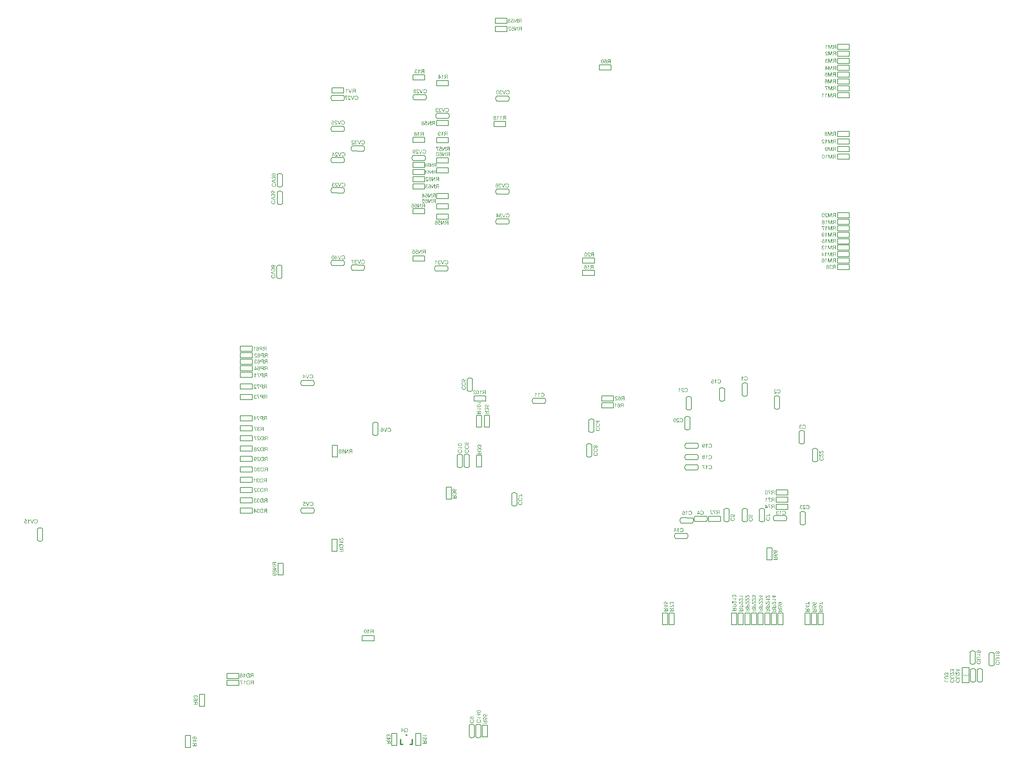
<source format=gbo>
%FSLAX44Y44*%
%MOMM*%
G71*
G01*
G75*
G04 Layer_Color=32896*
%ADD10C,0.2032*%
%ADD11R,0.9652X0.8890*%
%ADD12R,1.0160X0.9398*%
%ADD13R,1.0160X0.9400*%
%ADD14R,2.2098X1.9050*%
%ADD15R,0.9144X0.9144*%
%ADD16R,1.2700X0.9144*%
%ADD17R,0.8890X0.9652*%
%ADD18R,1.9050X2.2098*%
%ADD19R,0.9000X0.8000*%
%ADD20R,0.9398X1.0160*%
%ADD21R,0.9400X1.0160*%
%ADD22R,2.2000X0.3600*%
%ADD23R,3.0000X1.0000*%
%ADD24R,3.5000X1.0000*%
%ADD25R,4.0000X1.4000*%
%ADD26O,2.2000X0.6000*%
%ADD27R,3.2000X1.6500*%
%ADD28R,1.2000X1.2000*%
%ADD29R,1.6000X1.5000*%
%ADD30O,0.6000X2.2000*%
%ADD31R,1.0668X3.5560*%
%ADD32R,10.6680X8.8900*%
%ADD33R,3.8100X5.5880*%
%ADD34R,1.9050X0.5588*%
%ADD35R,2.2000X1.8000*%
%ADD36R,2.4000X0.4000*%
%ADD37R,0.5000X2.0000*%
%ADD38R,3.2000X1.6000*%
%ADD39R,6.0000X7.0000*%
%ADD40O,1.4500X0.5000*%
%ADD41O,0.5000X1.4500*%
%ADD42O,2.0320X0.5588*%
%ADD43O,1.4000X0.3000*%
%ADD44O,0.3000X1.4000*%
%ADD45R,0.9000X1.0000*%
%ADD46R,2.5000X1.8000*%
%ADD47R,2.2000X1.5000*%
%ADD48R,0.5588X1.9050*%
%ADD49C,0.1778*%
%ADD50C,0.2540*%
%ADD51C,0.7620*%
%ADD52C,0.5080*%
%ADD53C,1.2700*%
%ADD54C,0.3810*%
%ADD55C,0.7000*%
%ADD56C,0.8890*%
%ADD57C,0.6350*%
%ADD58C,0.3048*%
%ADD59R,6.8834X6.6294*%
%ADD60R,7.4168X2.9972*%
%ADD61R,3.9116X9.0424*%
%ADD62R,6.6294X4.3688*%
%ADD63R,2.2098X8.4836*%
%ADD64R,7.2390X2.3368*%
%ADD65R,7.5692X1.4224*%
%ADD66R,5.3086X2.3876*%
%ADD67R,6.4770X2.3876*%
%ADD68R,0.8492X4.9022*%
%ADD69R,1.1176X9.9060*%
%ADD70R,7.4930X2.5908*%
%ADD71R,6.6548X1.4732*%
%ADD72R,5.1816X1.4732*%
%ADD73R,3.2258X4.2672*%
%ADD74R,11.5824X3.8608*%
%ADD75R,9.6012X3.5814*%
%ADD76R,10.6426X2.4638*%
%ADD77R,4.2672X4.9530*%
%ADD78R,5.3086X3.6322*%
%ADD79R,2.2860X2.4638*%
%ADD80R,3.6322X5.3086*%
%ADD81R,6.7818X2.8702*%
%ADD82R,2.5654X7.4676*%
%ADD83R,7.3660X2.3876*%
%ADD84R,1.6256X4.7752*%
%ADD85R,4.2164X2.8956*%
%ADD86R,2.2606X6.3754*%
%ADD87C,5.0000*%
%ADD88C,1.7780*%
%ADD89O,1.6510X1.0160*%
%ADD90C,1.2700*%
%ADD91R,1.2700X1.2700*%
%ADD92O,1.7780X1.5240*%
%ADD93O,1.5240X1.7780*%
%ADD94C,1.0000*%
%ADD95C,2.4384*%
%ADD96R,1.3800X2.5000*%
%ADD97O,1.3800X2.5000*%
%ADD98C,0.5080*%
%ADD99C,1.5000*%
%ADD100R,1.5000X1.5000*%
%ADD101O,1.2700X1.0160*%
%ADD102C,1.3000*%
%ADD103O,1.0000X1.7000*%
%ADD104C,1.1430*%
%ADD105C,1.5240*%
%ADD106O,1.4000X3.8000*%
%ADD107O,3.8000X1.4000*%
%ADD108O,1.0160X1.6510*%
%ADD109C,1.3800*%
%ADD110C,2.5000*%
%ADD111C,1.5748*%
%ADD112R,1.5748X1.5748*%
%ADD113C,1.3970*%
%ADD114C,1.1000*%
%ADD115R,1.5240X1.5240*%
%ADD116O,3.0480X1.5240*%
%ADD117C,2.0320*%
%ADD118C,2.2000*%
%ADD119C,1.6000*%
%ADD120C,0.9000*%
%ADD121C,0.6604*%
%ADD122C,0.6858*%
%ADD123C,0.6350*%
%ADD124C,0.8636*%
%ADD125C,1.0160*%
%ADD126C,0.7112*%
%ADD127C,1.0160*%
%ADD128C,1.5080*%
%ADD129C,1.3080*%
%ADD130C,2.9464*%
%ADD131C,1.4478*%
%ADD132C,1.5080*%
%ADD133C,0.8128*%
%ADD134C,1.4080*%
%ADD135O,1.3080X2.0080*%
%ADD136C,1.3080*%
%ADD137O,3.7080X1.3080*%
%ADD138C,1.2080*%
%ADD139C,2.0080*%
%ADD140C,1.4732*%
%ADD141C,1.4986*%
%ADD142C,1.8080*%
%ADD143C,2.7080*%
%ADD144C,2.1080*%
%ADD145C,0.8382*%
%ADD146C,0.9652*%
%ADD147C,1.0668*%
%ADD148C,0.9398*%
%ADD149C,0.8890*%
%ADD150C,3.5080*%
%ADD151O,1.3080X3.7080*%
%ADD152R,0.9144X0.9144*%
%ADD153R,0.9144X1.2700*%
%ADD154R,1.3000X1.2000*%
%ADD155C,2.0000*%
%ADD156R,3.9116X4.4958*%
%ADD157R,2.8956X1.2700*%
%ADD158R,0.9652X1.9050*%
%ADD159R,2.2098X5.6134*%
%ADD160R,4.3688X2.6162*%
%ADD161C,0.1270*%
%ADD162C,0.2500*%
%ADD163C,0.3000*%
%ADD164C,0.2500*%
%ADD165C,0.2000*%
%ADD166C,0.1000*%
%ADD167C,0.2096*%
%ADD168C,0.1524*%
%ADD169C,0.1500*%
%ADD170C,0.2286*%
%ADD171R,1.9836X0.9960*%
%ADD172R,4.8436X1.4084*%
%ADD173R,4.1000X1.9000*%
%ADD174R,1.1684X1.0922*%
%ADD175R,1.2192X1.1430*%
%ADD176R,1.2192X1.1432*%
%ADD177R,2.4130X2.1082*%
%ADD178R,1.1176X1.1176*%
%ADD179R,1.4732X1.1176*%
%ADD180R,1.0922X1.1684*%
%ADD181R,2.1082X2.4130*%
%ADD182R,1.1032X1.0032*%
%ADD183R,1.1430X1.2192*%
%ADD184R,1.1432X1.2192*%
%ADD185R,2.4032X0.5632*%
%ADD186R,3.2032X1.2032*%
%ADD187R,3.7032X1.2032*%
%ADD188R,4.2032X1.6032*%
%ADD189O,2.4032X0.8032*%
%ADD190R,3.4032X1.8532*%
%ADD191R,1.4032X1.4032*%
%ADD192R,1.8032X1.7032*%
%ADD193O,0.8032X2.4032*%
%ADD194R,1.2700X3.7592*%
%ADD195R,10.8712X9.0932*%
%ADD196R,4.0132X5.7912*%
%ADD197R,2.1082X0.7620*%
%ADD198R,2.4032X2.0032*%
%ADD199R,2.6032X0.6032*%
%ADD200R,0.7032X2.2032*%
%ADD201R,3.4032X1.8032*%
%ADD202R,6.2032X7.2032*%
%ADD203O,1.6532X0.7032*%
%ADD204O,0.7032X1.6532*%
%ADD205O,2.2352X0.7620*%
%ADD206O,1.6032X0.5032*%
%ADD207O,0.5032X1.6032*%
%ADD208R,1.1032X1.2032*%
%ADD209R,2.7032X2.0032*%
%ADD210R,2.4032X1.7032*%
%ADD211R,0.7620X2.1082*%
%ADD212C,5.2032*%
%ADD213C,1.9812*%
%ADD214O,1.8542X1.2192*%
%ADD215R,1.4732X1.4732*%
%ADD216O,1.9812X1.7272*%
%ADD217O,1.7272X1.9812*%
%ADD218C,1.2032*%
%ADD219C,2.6416*%
%ADD220R,1.5832X2.7032*%
%ADD221O,1.5832X2.7032*%
%ADD222C,1.7032*%
%ADD223R,1.7032X1.7032*%
%ADD224O,1.4732X1.2192*%
%ADD225C,1.5032*%
%ADD226O,1.2032X1.9032*%
%ADD227C,1.3462*%
%ADD228C,1.7272*%
%ADD229O,1.6032X4.0032*%
%ADD230O,4.0032X1.6032*%
%ADD231O,1.2192X1.8542*%
%ADD232C,1.5832*%
%ADD233C,2.7032*%
%ADD234R,1.7780X1.7780*%
%ADD235C,1.6002*%
%ADD236C,1.3032*%
%ADD237R,1.7272X1.7272*%
%ADD238O,3.2512X1.7272*%
%ADD239C,2.2352*%
%ADD240R,1.1176X1.1176*%
%ADD241R,1.1176X1.4732*%
%ADD242R,1.5032X1.4032*%
G36*
X1868090Y1561858D02*
X1866857D01*
Y1569525D01*
X1861730Y1561858D01*
X1860408D01*
Y1571620D01*
X1861641D01*
Y1563953D01*
X1866783Y1571620D01*
X1868090D01*
Y1561858D01*
D02*
G37*
G36*
X1855564Y1571650D02*
X1855831Y1571620D01*
X1856084Y1571561D01*
X1856322Y1571487D01*
X1856545Y1571397D01*
X1856738Y1571308D01*
X1856931Y1571204D01*
X1857095Y1571100D01*
X1857243Y1570996D01*
X1857377Y1570892D01*
X1857481Y1570803D01*
X1857585Y1570714D01*
X1857659Y1570640D01*
X1857704Y1570580D01*
X1857733Y1570550D01*
X1857748Y1570535D01*
X1857927Y1570283D01*
X1858090Y1569986D01*
X1858224Y1569689D01*
X1858343Y1569347D01*
X1858447Y1569020D01*
X1858536Y1568678D01*
X1858610Y1568336D01*
X1858655Y1567995D01*
X1858699Y1567683D01*
X1858729Y1567385D01*
X1858759Y1567118D01*
X1858774Y1566880D01*
X1858788Y1566687D01*
Y1566539D01*
Y1566494D01*
Y1566449D01*
Y1566434D01*
Y1566420D01*
X1858774Y1565959D01*
X1858744Y1565543D01*
X1858699Y1565142D01*
X1858640Y1564785D01*
X1858566Y1564458D01*
X1858491Y1564161D01*
X1858402Y1563894D01*
X1858313Y1563656D01*
X1858239Y1563448D01*
X1858150Y1563270D01*
X1858075Y1563121D01*
X1858001Y1563002D01*
X1857941Y1562913D01*
X1857897Y1562853D01*
X1857867Y1562809D01*
X1857852Y1562794D01*
X1857674Y1562601D01*
X1857481Y1562437D01*
X1857273Y1562289D01*
X1857065Y1562155D01*
X1856857Y1562051D01*
X1856664Y1561962D01*
X1856456Y1561888D01*
X1856262Y1561828D01*
X1856084Y1561784D01*
X1855921Y1561754D01*
X1855772Y1561724D01*
X1855653Y1561709D01*
X1855549D01*
X1855460Y1561694D01*
X1855401D01*
X1855089Y1561709D01*
X1854791Y1561754D01*
X1854524Y1561828D01*
X1854286Y1561902D01*
X1854108Y1561977D01*
X1853959Y1562051D01*
X1853870Y1562096D01*
X1853840Y1562110D01*
X1853588Y1562289D01*
X1853380Y1562482D01*
X1853187Y1562675D01*
X1853023Y1562868D01*
X1852904Y1563047D01*
X1852815Y1563180D01*
X1852785Y1563240D01*
X1852756Y1563284D01*
X1852741Y1563299D01*
Y1563314D01*
X1852607Y1563611D01*
X1852503Y1563908D01*
X1852444Y1564206D01*
X1852384Y1564458D01*
X1852354Y1564696D01*
Y1564785D01*
X1852340Y1564874D01*
Y1564934D01*
Y1564978D01*
Y1565008D01*
Y1565023D01*
X1852354Y1565276D01*
X1852369Y1565528D01*
X1852414Y1565751D01*
X1852473Y1565974D01*
X1852533Y1566167D01*
X1852607Y1566360D01*
X1852681Y1566524D01*
X1852756Y1566687D01*
X1852845Y1566821D01*
X1852919Y1566940D01*
X1852993Y1567044D01*
X1853053Y1567133D01*
X1853112Y1567207D01*
X1853157Y1567252D01*
X1853172Y1567281D01*
X1853187Y1567296D01*
X1853350Y1567460D01*
X1853513Y1567594D01*
X1853692Y1567712D01*
X1853870Y1567816D01*
X1854034Y1567905D01*
X1854212Y1567965D01*
X1854524Y1568084D01*
X1854806Y1568143D01*
X1854925Y1568158D01*
X1855029Y1568173D01*
X1855118Y1568188D01*
X1855237D01*
X1855490Y1568173D01*
X1855728Y1568143D01*
X1855950Y1568084D01*
X1856143Y1568024D01*
X1856307Y1567965D01*
X1856441Y1567905D01*
X1856515Y1567876D01*
X1856545Y1567861D01*
X1856768Y1567727D01*
X1856976Y1567579D01*
X1857154Y1567415D01*
X1857303Y1567252D01*
X1857436Y1567103D01*
X1857525Y1566984D01*
X1857585Y1566910D01*
X1857600Y1566895D01*
Y1567148D01*
X1857585Y1567400D01*
X1857570Y1567638D01*
X1857555Y1567861D01*
X1857525Y1568054D01*
X1857496Y1568247D01*
X1857466Y1568411D01*
X1857436Y1568559D01*
X1857406Y1568693D01*
X1857377Y1568812D01*
X1857347Y1568916D01*
X1857317Y1568990D01*
X1857303Y1569050D01*
X1857288Y1569109D01*
X1857273Y1569124D01*
Y1569139D01*
X1857139Y1569421D01*
X1856991Y1569674D01*
X1856842Y1569882D01*
X1856693Y1570045D01*
X1856574Y1570179D01*
X1856470Y1570283D01*
X1856411Y1570342D01*
X1856381Y1570357D01*
X1856203Y1570461D01*
X1856039Y1570550D01*
X1855861Y1570610D01*
X1855698Y1570640D01*
X1855564Y1570669D01*
X1855460Y1570684D01*
X1855356D01*
X1855103Y1570669D01*
X1854866Y1570610D01*
X1854658Y1570521D01*
X1854479Y1570432D01*
X1854346Y1570327D01*
X1854242Y1570253D01*
X1854167Y1570194D01*
X1854152Y1570164D01*
X1854048Y1570030D01*
X1853959Y1569882D01*
X1853811Y1569540D01*
X1853766Y1569391D01*
X1853721Y1569272D01*
X1853692Y1569183D01*
Y1569169D01*
Y1569154D01*
X1852503Y1569243D01*
X1852577Y1569644D01*
X1852711Y1570001D01*
X1852845Y1570298D01*
X1853008Y1570550D01*
X1853157Y1570744D01*
X1853276Y1570892D01*
X1853365Y1570981D01*
X1853380Y1571011D01*
X1853395D01*
X1853543Y1571130D01*
X1853692Y1571234D01*
X1854004Y1571382D01*
X1854316Y1571501D01*
X1854613Y1571591D01*
X1854881Y1571635D01*
X1854999Y1571650D01*
X1855089D01*
X1855178Y1571665D01*
X1855282D01*
X1855564Y1571650D01*
D02*
G37*
G36*
X1877897Y1561858D02*
X1876604D01*
Y1566197D01*
X1874940D01*
X1874792Y1566182D01*
X1874673D01*
X1874569Y1566167D01*
X1874494Y1566152D01*
X1874435D01*
X1874405Y1566137D01*
X1874390D01*
X1874167Y1566063D01*
X1873989Y1565974D01*
X1873915Y1565929D01*
X1873855Y1565900D01*
X1873826Y1565885D01*
X1873811Y1565870D01*
X1873692Y1565795D01*
X1873588Y1565692D01*
X1873365Y1565484D01*
X1873291Y1565379D01*
X1873217Y1565290D01*
X1873172Y1565231D01*
X1873157Y1565216D01*
X1873009Y1565023D01*
X1872860Y1564815D01*
X1872697Y1564592D01*
X1872548Y1564369D01*
X1872414Y1564176D01*
X1872310Y1564027D01*
X1872280Y1563968D01*
X1872251Y1563923D01*
X1872221Y1563894D01*
Y1563879D01*
X1870928Y1561858D01*
X1869309D01*
X1871003Y1564503D01*
X1871196Y1564785D01*
X1871389Y1565038D01*
X1871567Y1565261D01*
X1871731Y1565454D01*
X1871864Y1565602D01*
X1871968Y1565721D01*
X1872043Y1565781D01*
X1872072Y1565810D01*
X1872176Y1565900D01*
X1872310Y1565989D01*
X1872563Y1566152D01*
X1872667Y1566212D01*
X1872756Y1566256D01*
X1872815Y1566286D01*
X1872845Y1566301D01*
X1872592Y1566345D01*
X1872355Y1566390D01*
X1872132Y1566449D01*
X1871939Y1566524D01*
X1871745Y1566598D01*
X1871582Y1566672D01*
X1871419Y1566747D01*
X1871285Y1566821D01*
X1871166Y1566895D01*
X1871062Y1566954D01*
X1870973Y1567029D01*
X1870898Y1567073D01*
X1870854Y1567133D01*
X1870809Y1567163D01*
X1870780Y1567192D01*
X1870661Y1567326D01*
X1870557Y1567475D01*
X1870379Y1567772D01*
X1870260Y1568054D01*
X1870185Y1568336D01*
X1870126Y1568574D01*
X1870111Y1568678D01*
Y1568767D01*
X1870096Y1568842D01*
Y1568901D01*
Y1568931D01*
Y1568946D01*
X1870111Y1569243D01*
X1870156Y1569510D01*
X1870230Y1569763D01*
X1870304Y1569986D01*
X1870379Y1570164D01*
X1870453Y1570298D01*
X1870497Y1570387D01*
X1870512Y1570417D01*
X1870676Y1570654D01*
X1870854Y1570848D01*
X1871032Y1571011D01*
X1871211Y1571130D01*
X1871359Y1571234D01*
X1871478Y1571308D01*
X1871567Y1571338D01*
X1871582Y1571353D01*
X1871597D01*
X1871731Y1571397D01*
X1871879Y1571442D01*
X1872191Y1571501D01*
X1872518Y1571561D01*
X1872830Y1571591D01*
X1873127Y1571605D01*
X1873246D01*
X1873365Y1571620D01*
X1877897D01*
Y1561858D01*
D02*
G37*
G36*
X1691120Y1291896D02*
X1686781D01*
Y1290410D01*
Y1290232D01*
X1686796Y1290084D01*
Y1289965D01*
X1686811Y1289861D01*
X1686826Y1289786D01*
Y1289727D01*
X1686841Y1289697D01*
Y1289682D01*
X1686915Y1289460D01*
X1687004Y1289281D01*
X1687049Y1289207D01*
X1687079Y1289147D01*
X1687093Y1289118D01*
X1687108Y1289103D01*
X1687182Y1288984D01*
X1687287Y1288880D01*
X1687495Y1288657D01*
X1687599Y1288583D01*
X1687688Y1288508D01*
X1687747Y1288464D01*
X1687762Y1288449D01*
X1687955Y1288300D01*
X1688163Y1288152D01*
X1688386Y1287988D01*
X1688609Y1287840D01*
X1688802Y1287706D01*
X1688951Y1287602D01*
X1689010Y1287572D01*
X1689055Y1287543D01*
X1689084Y1287513D01*
X1689099D01*
X1691120Y1286220D01*
Y1284601D01*
X1688475Y1286295D01*
X1688193Y1286488D01*
X1687940Y1286681D01*
X1687717Y1286859D01*
X1687524Y1287023D01*
X1687376Y1287156D01*
X1687257Y1287260D01*
X1687197Y1287335D01*
X1687168Y1287364D01*
X1687079Y1287468D01*
X1686989Y1287602D01*
X1686826Y1287855D01*
X1686766Y1287959D01*
X1686722Y1288048D01*
X1686692Y1288107D01*
X1686677Y1288137D01*
X1686633Y1287884D01*
X1686588Y1287647D01*
X1686529Y1287424D01*
X1686454Y1287231D01*
X1686380Y1287038D01*
X1686306Y1286874D01*
X1686232Y1286711D01*
X1686157Y1286577D01*
X1686083Y1286458D01*
X1686024Y1286354D01*
X1685949Y1286265D01*
X1685905Y1286190D01*
X1685845Y1286146D01*
X1685815Y1286101D01*
X1685786Y1286072D01*
X1685652Y1285953D01*
X1685503Y1285849D01*
X1685206Y1285670D01*
X1684924Y1285552D01*
X1684642Y1285477D01*
X1684404Y1285418D01*
X1684300Y1285403D01*
X1684211D01*
X1684136Y1285388D01*
X1684032D01*
X1683735Y1285403D01*
X1683468Y1285448D01*
X1683215Y1285522D01*
X1682992Y1285596D01*
X1682814Y1285670D01*
X1682680Y1285745D01*
X1682591Y1285789D01*
X1682561Y1285804D01*
X1682324Y1285968D01*
X1682130Y1286146D01*
X1681967Y1286324D01*
X1681848Y1286503D01*
X1681744Y1286651D01*
X1681670Y1286770D01*
X1681640Y1286859D01*
X1681625Y1286874D01*
Y1286889D01*
X1681581Y1287023D01*
X1681536Y1287171D01*
X1681477Y1287483D01*
X1681417Y1287810D01*
X1681387Y1288122D01*
X1681373Y1288419D01*
Y1288538D01*
X1681358Y1288657D01*
Y1288746D01*
Y1288806D01*
Y1288850D01*
Y1288865D01*
Y1293189D01*
X1691120D01*
Y1291896D01*
D02*
G37*
G36*
X1848224Y1571650D02*
X1848432Y1571635D01*
X1848833Y1571546D01*
X1849189Y1571442D01*
X1849472Y1571308D01*
X1849606Y1571234D01*
X1849710Y1571174D01*
X1849799Y1571100D01*
X1849888Y1571056D01*
X1849947Y1571011D01*
X1849992Y1570966D01*
X1850007Y1570952D01*
X1850022Y1570937D01*
X1850155Y1570803D01*
X1850274Y1570654D01*
X1850378Y1570506D01*
X1850453Y1570342D01*
X1850601Y1570045D01*
X1850690Y1569763D01*
X1850735Y1569510D01*
X1850750Y1569406D01*
X1850765Y1569317D01*
X1850779Y1569243D01*
Y1569183D01*
Y1569154D01*
Y1569139D01*
X1850765Y1568886D01*
X1850720Y1568663D01*
X1850661Y1568455D01*
X1850601Y1568277D01*
X1850542Y1568128D01*
X1850482Y1568024D01*
X1850438Y1567965D01*
X1850423Y1567935D01*
X1850274Y1567757D01*
X1850096Y1567608D01*
X1849918Y1567475D01*
X1849724Y1567356D01*
X1849561Y1567281D01*
X1849427Y1567207D01*
X1849338Y1567177D01*
X1849323Y1567163D01*
X1849308D01*
X1849620Y1567059D01*
X1849903Y1566925D01*
X1850141Y1566776D01*
X1850334Y1566628D01*
X1850482Y1566494D01*
X1850601Y1566375D01*
X1850661Y1566301D01*
X1850690Y1566286D01*
Y1566271D01*
X1850854Y1566018D01*
X1850958Y1565751D01*
X1851047Y1565484D01*
X1851106Y1565231D01*
X1851136Y1565023D01*
X1851151Y1564919D01*
Y1564845D01*
X1851166Y1564770D01*
Y1564726D01*
Y1564696D01*
Y1564681D01*
X1851151Y1564443D01*
X1851121Y1564220D01*
X1851091Y1564012D01*
X1851032Y1563804D01*
X1850883Y1563448D01*
X1850809Y1563284D01*
X1850720Y1563136D01*
X1850646Y1563002D01*
X1850571Y1562883D01*
X1850497Y1562779D01*
X1850423Y1562690D01*
X1850363Y1562631D01*
X1850334Y1562586D01*
X1850304Y1562556D01*
X1850289Y1562541D01*
X1850111Y1562393D01*
X1849933Y1562259D01*
X1849739Y1562155D01*
X1849546Y1562051D01*
X1849353Y1561977D01*
X1849160Y1561902D01*
X1848788Y1561799D01*
X1848610Y1561769D01*
X1848461Y1561739D01*
X1848313Y1561724D01*
X1848194Y1561709D01*
X1848090Y1561694D01*
X1847956D01*
X1847689Y1561709D01*
X1847436Y1561724D01*
X1847198Y1561769D01*
X1846990Y1561828D01*
X1846782Y1561888D01*
X1846589Y1561962D01*
X1846411Y1562036D01*
X1846247Y1562125D01*
X1846099Y1562200D01*
X1845980Y1562274D01*
X1845876Y1562348D01*
X1845787Y1562408D01*
X1845712Y1562467D01*
X1845668Y1562512D01*
X1845638Y1562527D01*
X1845623Y1562541D01*
X1845460Y1562705D01*
X1845326Y1562868D01*
X1845207Y1563047D01*
X1845103Y1563225D01*
X1845014Y1563403D01*
X1844955Y1563582D01*
X1844836Y1563908D01*
X1844776Y1564206D01*
X1844762Y1564339D01*
X1844747Y1564443D01*
X1844732Y1564532D01*
Y1564592D01*
Y1564637D01*
Y1564651D01*
X1844747Y1564978D01*
X1844806Y1565276D01*
X1844880Y1565543D01*
X1844970Y1565766D01*
X1845059Y1565959D01*
X1845133Y1566093D01*
X1845192Y1566182D01*
X1845207Y1566212D01*
X1845401Y1566434D01*
X1845623Y1566642D01*
X1845846Y1566806D01*
X1846069Y1566940D01*
X1846262Y1567029D01*
X1846426Y1567103D01*
X1846485Y1567133D01*
X1846530Y1567148D01*
X1846559Y1567163D01*
X1846574D01*
X1846322Y1567267D01*
X1846099Y1567400D01*
X1845906Y1567519D01*
X1845757Y1567638D01*
X1845638Y1567757D01*
X1845549Y1567846D01*
X1845504Y1567905D01*
X1845490Y1567920D01*
X1845371Y1568114D01*
X1845282Y1568322D01*
X1845222Y1568515D01*
X1845178Y1568708D01*
X1845148Y1568871D01*
X1845133Y1568990D01*
Y1569079D01*
Y1569109D01*
X1845148Y1569302D01*
X1845163Y1569495D01*
X1845252Y1569837D01*
X1845386Y1570149D01*
X1845519Y1570417D01*
X1845668Y1570625D01*
X1845742Y1570714D01*
X1845802Y1570788D01*
X1845846Y1570848D01*
X1845891Y1570892D01*
X1845906Y1570907D01*
X1845921Y1570922D01*
X1846069Y1571056D01*
X1846233Y1571174D01*
X1846396Y1571264D01*
X1846574Y1571353D01*
X1846916Y1571487D01*
X1847243Y1571576D01*
X1847540Y1571620D01*
X1847659Y1571650D01*
X1847778D01*
X1847867Y1571665D01*
X1847986D01*
X1848224Y1571650D01*
D02*
G37*
G36*
X2034881Y2178456D02*
X2035148Y2178426D01*
X2035401Y2178367D01*
X2035639Y2178293D01*
X2035862Y2178203D01*
X2036055Y2178114D01*
X2036248Y2178010D01*
X2036411Y2177906D01*
X2036560Y2177802D01*
X2036694Y2177698D01*
X2036798Y2177609D01*
X2036902Y2177520D01*
X2036976Y2177446D01*
X2037021Y2177386D01*
X2037050Y2177356D01*
X2037065Y2177341D01*
X2037244Y2177089D01*
X2037407Y2176792D01*
X2037541Y2176495D01*
X2037660Y2176153D01*
X2037764Y2175826D01*
X2037853Y2175484D01*
X2037927Y2175142D01*
X2037972Y2174801D01*
X2038016Y2174489D01*
X2038046Y2174191D01*
X2038076Y2173924D01*
X2038091Y2173686D01*
X2038105Y2173493D01*
Y2173345D01*
Y2173300D01*
Y2173255D01*
Y2173241D01*
Y2173226D01*
X2038091Y2172765D01*
X2038061Y2172349D01*
X2038016Y2171948D01*
X2037957Y2171591D01*
X2037883Y2171264D01*
X2037808Y2170967D01*
X2037719Y2170700D01*
X2037630Y2170462D01*
X2037556Y2170254D01*
X2037466Y2170076D01*
X2037392Y2169927D01*
X2037318Y2169808D01*
X2037258Y2169719D01*
X2037214Y2169659D01*
X2037184Y2169615D01*
X2037169Y2169600D01*
X2036991Y2169407D01*
X2036798Y2169243D01*
X2036590Y2169095D01*
X2036382Y2168961D01*
X2036174Y2168857D01*
X2035981Y2168768D01*
X2035773Y2168694D01*
X2035579Y2168634D01*
X2035401Y2168590D01*
X2035238Y2168560D01*
X2035089Y2168530D01*
X2034970Y2168515D01*
X2034866D01*
X2034777Y2168500D01*
X2034718D01*
X2034406Y2168515D01*
X2034108Y2168560D01*
X2033841Y2168634D01*
X2033603Y2168708D01*
X2033425Y2168783D01*
X2033276Y2168857D01*
X2033187Y2168902D01*
X2033157Y2168916D01*
X2032905Y2169095D01*
X2032697Y2169288D01*
X2032504Y2169481D01*
X2032340Y2169674D01*
X2032221Y2169853D01*
X2032132Y2169986D01*
X2032102Y2170046D01*
X2032073Y2170090D01*
X2032058Y2170105D01*
Y2170120D01*
X2031924Y2170417D01*
X2031820Y2170714D01*
X2031761Y2171012D01*
X2031701Y2171264D01*
X2031671Y2171502D01*
Y2171591D01*
X2031657Y2171680D01*
Y2171740D01*
Y2171784D01*
Y2171814D01*
Y2171829D01*
X2031671Y2172081D01*
X2031686Y2172334D01*
X2031731Y2172557D01*
X2031790Y2172780D01*
X2031850Y2172973D01*
X2031924Y2173166D01*
X2031998Y2173330D01*
X2032073Y2173493D01*
X2032162Y2173627D01*
X2032236Y2173746D01*
X2032310Y2173850D01*
X2032370Y2173939D01*
X2032429Y2174013D01*
X2032474Y2174058D01*
X2032489Y2174087D01*
X2032504Y2174102D01*
X2032667Y2174266D01*
X2032831Y2174400D01*
X2033009Y2174518D01*
X2033187Y2174622D01*
X2033351Y2174711D01*
X2033529Y2174771D01*
X2033841Y2174890D01*
X2034123Y2174949D01*
X2034242Y2174964D01*
X2034346Y2174979D01*
X2034435Y2174994D01*
X2034554D01*
X2034807Y2174979D01*
X2035044Y2174949D01*
X2035267Y2174890D01*
X2035461Y2174830D01*
X2035624Y2174771D01*
X2035758Y2174711D01*
X2035832Y2174682D01*
X2035862Y2174667D01*
X2036085Y2174533D01*
X2036293Y2174385D01*
X2036471Y2174221D01*
X2036620Y2174058D01*
X2036753Y2173909D01*
X2036842Y2173790D01*
X2036902Y2173716D01*
X2036917Y2173701D01*
Y2173954D01*
X2036902Y2174206D01*
X2036887Y2174444D01*
X2036872Y2174667D01*
X2036842Y2174860D01*
X2036813Y2175053D01*
X2036783Y2175217D01*
X2036753Y2175365D01*
X2036723Y2175499D01*
X2036694Y2175618D01*
X2036664Y2175722D01*
X2036634Y2175796D01*
X2036620Y2175856D01*
X2036605Y2175915D01*
X2036590Y2175930D01*
Y2175945D01*
X2036456Y2176227D01*
X2036308Y2176480D01*
X2036159Y2176688D01*
X2036010Y2176851D01*
X2035891Y2176985D01*
X2035787Y2177089D01*
X2035728Y2177148D01*
X2035698Y2177163D01*
X2035520Y2177267D01*
X2035356Y2177356D01*
X2035178Y2177416D01*
X2035015Y2177446D01*
X2034881Y2177475D01*
X2034777Y2177490D01*
X2034673D01*
X2034420Y2177475D01*
X2034183Y2177416D01*
X2033975Y2177327D01*
X2033796Y2177238D01*
X2033663Y2177133D01*
X2033559Y2177059D01*
X2033484Y2177000D01*
X2033469Y2176970D01*
X2033365Y2176836D01*
X2033276Y2176688D01*
X2033128Y2176346D01*
X2033083Y2176197D01*
X2033038Y2176078D01*
X2033009Y2175989D01*
Y2175974D01*
Y2175960D01*
X2031820Y2176049D01*
X2031894Y2176450D01*
X2032028Y2176807D01*
X2032162Y2177104D01*
X2032325Y2177356D01*
X2032474Y2177550D01*
X2032593Y2177698D01*
X2032682Y2177787D01*
X2032697Y2177817D01*
X2032712D01*
X2032860Y2177936D01*
X2033009Y2178040D01*
X2033321Y2178188D01*
X2033633Y2178307D01*
X2033930Y2178396D01*
X2034198Y2178441D01*
X2034316Y2178456D01*
X2034406D01*
X2034495Y2178471D01*
X2034599D01*
X2034881Y2178456D01*
D02*
G37*
G36*
X2083411Y2180094D02*
X2082119D01*
Y2184433D01*
X2080454D01*
X2080306Y2184418D01*
X2080187D01*
X2080083Y2184403D01*
X2080009Y2184388D01*
X2079949D01*
X2079919Y2184373D01*
X2079905D01*
X2079682Y2184299D01*
X2079503Y2184210D01*
X2079429Y2184165D01*
X2079370Y2184135D01*
X2079340Y2184121D01*
X2079325Y2184106D01*
X2079206Y2184032D01*
X2079102Y2183927D01*
X2078879Y2183719D01*
X2078805Y2183616D01*
X2078731Y2183526D01*
X2078686Y2183467D01*
X2078671Y2183452D01*
X2078523Y2183259D01*
X2078374Y2183051D01*
X2078211Y2182828D01*
X2078062Y2182605D01*
X2077928Y2182412D01*
X2077824Y2182263D01*
X2077795Y2182204D01*
X2077765Y2182159D01*
X2077735Y2182130D01*
Y2182115D01*
X2076442Y2180094D01*
X2074823D01*
X2076517Y2182739D01*
X2076710Y2183021D01*
X2076903Y2183274D01*
X2077081Y2183497D01*
X2077245Y2183690D01*
X2077379Y2183838D01*
X2077483Y2183957D01*
X2077557Y2184017D01*
X2077587Y2184046D01*
X2077691Y2184135D01*
X2077824Y2184225D01*
X2078077Y2184388D01*
X2078181Y2184448D01*
X2078270Y2184492D01*
X2078329Y2184522D01*
X2078359Y2184537D01*
X2078107Y2184581D01*
X2077869Y2184626D01*
X2077646Y2184685D01*
X2077453Y2184760D01*
X2077260Y2184834D01*
X2077096Y2184908D01*
X2076933Y2184982D01*
X2076799Y2185057D01*
X2076680Y2185131D01*
X2076576Y2185190D01*
X2076487Y2185265D01*
X2076413Y2185309D01*
X2076368Y2185369D01*
X2076324Y2185399D01*
X2076294Y2185428D01*
X2076175Y2185562D01*
X2076071Y2185711D01*
X2075893Y2186008D01*
X2075774Y2186290D01*
X2075699Y2186572D01*
X2075640Y2186810D01*
X2075625Y2186914D01*
Y2187003D01*
X2075610Y2187078D01*
Y2187137D01*
Y2187167D01*
Y2187182D01*
X2075625Y2187479D01*
X2075670Y2187746D01*
X2075744Y2187999D01*
X2075818Y2188222D01*
X2075893Y2188400D01*
X2075967Y2188534D01*
X2076012Y2188623D01*
X2076026Y2188653D01*
X2076190Y2188890D01*
X2076368Y2189084D01*
X2076546Y2189247D01*
X2076725Y2189366D01*
X2076873Y2189470D01*
X2076992Y2189544D01*
X2077081Y2189574D01*
X2077096Y2189589D01*
X2077111D01*
X2077245Y2189633D01*
X2077393Y2189678D01*
X2077705Y2189737D01*
X2078032Y2189797D01*
X2078344Y2189827D01*
X2078642Y2189841D01*
X2078760D01*
X2078879Y2189856D01*
X2083411D01*
Y2180094D01*
D02*
G37*
G36*
X2027303Y2178456D02*
X2027570Y2178426D01*
X2027823Y2178367D01*
X2028061Y2178293D01*
X2028284Y2178203D01*
X2028477Y2178114D01*
X2028670Y2178010D01*
X2028833Y2177906D01*
X2028982Y2177802D01*
X2029116Y2177698D01*
X2029220Y2177609D01*
X2029324Y2177520D01*
X2029398Y2177446D01*
X2029443Y2177386D01*
X2029472Y2177356D01*
X2029487Y2177341D01*
X2029666Y2177089D01*
X2029829Y2176792D01*
X2029963Y2176495D01*
X2030081Y2176153D01*
X2030186Y2175826D01*
X2030275Y2175484D01*
X2030349Y2175142D01*
X2030394Y2174801D01*
X2030438Y2174489D01*
X2030468Y2174191D01*
X2030498Y2173924D01*
X2030512Y2173686D01*
X2030527Y2173493D01*
Y2173345D01*
Y2173300D01*
Y2173255D01*
Y2173241D01*
Y2173226D01*
X2030512Y2172765D01*
X2030483Y2172349D01*
X2030438Y2171948D01*
X2030379Y2171591D01*
X2030304Y2171264D01*
X2030230Y2170967D01*
X2030141Y2170700D01*
X2030052Y2170462D01*
X2029978Y2170254D01*
X2029888Y2170076D01*
X2029814Y2169927D01*
X2029740Y2169808D01*
X2029680Y2169719D01*
X2029636Y2169659D01*
X2029606Y2169615D01*
X2029591Y2169600D01*
X2029413Y2169407D01*
X2029220Y2169243D01*
X2029012Y2169095D01*
X2028804Y2168961D01*
X2028596Y2168857D01*
X2028403Y2168768D01*
X2028194Y2168694D01*
X2028001Y2168634D01*
X2027823Y2168590D01*
X2027659Y2168560D01*
X2027511Y2168530D01*
X2027392Y2168515D01*
X2027288D01*
X2027199Y2168500D01*
X2027139D01*
X2026827Y2168515D01*
X2026530Y2168560D01*
X2026263Y2168634D01*
X2026025Y2168708D01*
X2025847Y2168783D01*
X2025698Y2168857D01*
X2025609Y2168902D01*
X2025579Y2168916D01*
X2025327Y2169095D01*
X2025119Y2169288D01*
X2024926Y2169481D01*
X2024762Y2169674D01*
X2024643Y2169853D01*
X2024554Y2169986D01*
X2024524Y2170046D01*
X2024495Y2170090D01*
X2024480Y2170105D01*
Y2170120D01*
X2024346Y2170417D01*
X2024242Y2170714D01*
X2024182Y2171012D01*
X2024123Y2171264D01*
X2024093Y2171502D01*
Y2171591D01*
X2024079Y2171680D01*
Y2171740D01*
Y2171784D01*
Y2171814D01*
Y2171829D01*
X2024093Y2172081D01*
X2024108Y2172334D01*
X2024153Y2172557D01*
X2024212Y2172780D01*
X2024272Y2172973D01*
X2024346Y2173166D01*
X2024420Y2173330D01*
X2024495Y2173493D01*
X2024584Y2173627D01*
X2024658Y2173746D01*
X2024732Y2173850D01*
X2024792Y2173939D01*
X2024851Y2174013D01*
X2024896Y2174058D01*
X2024911Y2174087D01*
X2024926Y2174102D01*
X2025089Y2174266D01*
X2025252Y2174400D01*
X2025431Y2174518D01*
X2025609Y2174622D01*
X2025772Y2174711D01*
X2025951Y2174771D01*
X2026263Y2174890D01*
X2026545Y2174949D01*
X2026664Y2174964D01*
X2026768Y2174979D01*
X2026857Y2174994D01*
X2026976D01*
X2027229Y2174979D01*
X2027466Y2174949D01*
X2027689Y2174890D01*
X2027882Y2174830D01*
X2028046Y2174771D01*
X2028180Y2174711D01*
X2028254Y2174682D01*
X2028284Y2174667D01*
X2028506Y2174533D01*
X2028714Y2174385D01*
X2028893Y2174221D01*
X2029041Y2174058D01*
X2029175Y2173909D01*
X2029264Y2173790D01*
X2029324Y2173716D01*
X2029339Y2173701D01*
Y2173954D01*
X2029324Y2174206D01*
X2029309Y2174444D01*
X2029294Y2174667D01*
X2029264Y2174860D01*
X2029235Y2175053D01*
X2029205Y2175217D01*
X2029175Y2175365D01*
X2029145Y2175499D01*
X2029116Y2175618D01*
X2029086Y2175722D01*
X2029056Y2175796D01*
X2029041Y2175856D01*
X2029026Y2175915D01*
X2029012Y2175930D01*
Y2175945D01*
X2028878Y2176227D01*
X2028729Y2176480D01*
X2028581Y2176688D01*
X2028432Y2176851D01*
X2028313Y2176985D01*
X2028209Y2177089D01*
X2028150Y2177148D01*
X2028120Y2177163D01*
X2027942Y2177267D01*
X2027778Y2177356D01*
X2027600Y2177416D01*
X2027437Y2177446D01*
X2027303Y2177475D01*
X2027199Y2177490D01*
X2027095D01*
X2026842Y2177475D01*
X2026604Y2177416D01*
X2026396Y2177327D01*
X2026218Y2177238D01*
X2026084Y2177133D01*
X2025981Y2177059D01*
X2025906Y2177000D01*
X2025891Y2176970D01*
X2025787Y2176836D01*
X2025698Y2176688D01*
X2025549Y2176346D01*
X2025505Y2176197D01*
X2025460Y2176078D01*
X2025431Y2175989D01*
Y2175974D01*
Y2175960D01*
X2024242Y2176049D01*
X2024316Y2176450D01*
X2024450Y2176807D01*
X2024584Y2177104D01*
X2024747Y2177356D01*
X2024896Y2177550D01*
X2025015Y2177698D01*
X2025104Y2177787D01*
X2025119Y2177817D01*
X2025134D01*
X2025282Y2177936D01*
X2025431Y2178040D01*
X2025743Y2178188D01*
X2026055Y2178307D01*
X2026352Y2178396D01*
X2026619Y2178441D01*
X2026738Y2178456D01*
X2026827D01*
X2026917Y2178471D01*
X2027021D01*
X2027303Y2178456D01*
D02*
G37*
G36*
X2057214Y2168664D02*
X2055921D01*
Y2173003D01*
X2054257D01*
X2054108Y2172988D01*
X2053990D01*
X2053886Y2172973D01*
X2053811Y2172958D01*
X2053752D01*
X2053722Y2172943D01*
X2053707D01*
X2053484Y2172869D01*
X2053306Y2172780D01*
X2053232Y2172735D01*
X2053172Y2172706D01*
X2053143Y2172691D01*
X2053128Y2172676D01*
X2053009Y2172601D01*
X2052905Y2172498D01*
X2052682Y2172289D01*
X2052608Y2172186D01*
X2052534Y2172096D01*
X2052489Y2172037D01*
X2052474Y2172022D01*
X2052325Y2171829D01*
X2052177Y2171621D01*
X2052013Y2171398D01*
X2051865Y2171175D01*
X2051731Y2170982D01*
X2051627Y2170833D01*
X2051597Y2170774D01*
X2051568Y2170729D01*
X2051538Y2170700D01*
Y2170685D01*
X2050245Y2168664D01*
X2048626D01*
X2050320Y2171309D01*
X2050513Y2171591D01*
X2050706Y2171844D01*
X2050884Y2172067D01*
X2051048Y2172260D01*
X2051181Y2172408D01*
X2051285Y2172527D01*
X2051360Y2172587D01*
X2051389Y2172616D01*
X2051493Y2172706D01*
X2051627Y2172795D01*
X2051880Y2172958D01*
X2051984Y2173018D01*
X2052073Y2173062D01*
X2052132Y2173092D01*
X2052162Y2173107D01*
X2051909Y2173151D01*
X2051672Y2173196D01*
X2051449Y2173255D01*
X2051256Y2173330D01*
X2051062Y2173404D01*
X2050899Y2173478D01*
X2050735Y2173553D01*
X2050602Y2173627D01*
X2050483Y2173701D01*
X2050379Y2173761D01*
X2050290Y2173835D01*
X2050215Y2173879D01*
X2050171Y2173939D01*
X2050126Y2173969D01*
X2050097Y2173998D01*
X2049978Y2174132D01*
X2049874Y2174281D01*
X2049695Y2174578D01*
X2049577Y2174860D01*
X2049502Y2175142D01*
X2049443Y2175380D01*
X2049428Y2175484D01*
Y2175573D01*
X2049413Y2175648D01*
Y2175707D01*
Y2175737D01*
Y2175752D01*
X2049428Y2176049D01*
X2049473Y2176316D01*
X2049547Y2176569D01*
X2049621Y2176792D01*
X2049695Y2176970D01*
X2049770Y2177104D01*
X2049814Y2177193D01*
X2049829Y2177223D01*
X2049993Y2177460D01*
X2050171Y2177654D01*
X2050349Y2177817D01*
X2050527Y2177936D01*
X2050676Y2178040D01*
X2050795Y2178114D01*
X2050884Y2178144D01*
X2050899Y2178159D01*
X2050914D01*
X2051048Y2178203D01*
X2051196Y2178248D01*
X2051508Y2178307D01*
X2051835Y2178367D01*
X2052147Y2178396D01*
X2052444Y2178411D01*
X2052563D01*
X2052682Y2178426D01*
X2057214D01*
Y2168664D01*
D02*
G37*
G36*
X2047407D02*
X2046174D01*
Y2176331D01*
X2041048Y2168664D01*
X2039725D01*
Y2178426D01*
X2040958D01*
Y2170759D01*
X2046100Y2178426D01*
X2047407D01*
Y2168664D01*
D02*
G37*
G36*
X1656438Y1815350D02*
X1655146D01*
Y1819332D01*
X1652649D01*
X1652278Y1819347D01*
X1651936Y1819362D01*
X1651624Y1819406D01*
X1651327Y1819466D01*
X1651074Y1819525D01*
X1650836Y1819600D01*
X1650628Y1819674D01*
X1650450Y1819763D01*
X1650287Y1819837D01*
X1650153Y1819912D01*
X1650049Y1819986D01*
X1649945Y1820045D01*
X1649885Y1820105D01*
X1649841Y1820149D01*
X1649811Y1820164D01*
X1649796Y1820179D01*
X1649648Y1820343D01*
X1649529Y1820521D01*
X1649425Y1820699D01*
X1649336Y1820877D01*
X1649187Y1821219D01*
X1649098Y1821561D01*
X1649053Y1821709D01*
X1649038Y1821843D01*
X1649023Y1821977D01*
X1649009Y1822081D01*
X1648994Y1822170D01*
Y1822230D01*
Y1822274D01*
Y1822289D01*
X1649009Y1822556D01*
X1649038Y1822809D01*
X1649083Y1823032D01*
X1649142Y1823225D01*
X1649202Y1823389D01*
X1649246Y1823508D01*
X1649276Y1823582D01*
X1649291Y1823611D01*
X1649410Y1823834D01*
X1649544Y1824013D01*
X1649677Y1824176D01*
X1649796Y1824310D01*
X1649900Y1824414D01*
X1649989Y1824488D01*
X1650064Y1824533D01*
X1650078Y1824548D01*
X1650272Y1824666D01*
X1650480Y1824771D01*
X1650673Y1824845D01*
X1650866Y1824904D01*
X1651030Y1824949D01*
X1651163Y1824978D01*
X1651252Y1825008D01*
X1651282D01*
X1651490Y1825038D01*
X1651728Y1825068D01*
X1651980Y1825083D01*
X1652218Y1825097D01*
X1652441Y1825112D01*
X1656438D01*
Y1815350D01*
D02*
G37*
G36*
X1666260D02*
X1664967D01*
Y1819689D01*
X1663303D01*
X1663154Y1819674D01*
X1663036D01*
X1662932Y1819659D01*
X1662857Y1819644D01*
X1662798D01*
X1662768Y1819629D01*
X1662753D01*
X1662530Y1819555D01*
X1662352Y1819466D01*
X1662278Y1819421D01*
X1662218Y1819391D01*
X1662189Y1819377D01*
X1662174Y1819362D01*
X1662055Y1819288D01*
X1661951Y1819184D01*
X1661728Y1818976D01*
X1661654Y1818871D01*
X1661579Y1818782D01*
X1661535Y1818723D01*
X1661520Y1818708D01*
X1661371Y1818515D01*
X1661223Y1818307D01*
X1661059Y1818084D01*
X1660911Y1817861D01*
X1660777Y1817668D01*
X1660673Y1817519D01*
X1660643Y1817460D01*
X1660614Y1817415D01*
X1660584Y1817386D01*
Y1817371D01*
X1659291Y1815350D01*
X1657672D01*
X1659365Y1817995D01*
X1659559Y1818277D01*
X1659752Y1818530D01*
X1659930Y1818753D01*
X1660094Y1818946D01*
X1660227Y1819094D01*
X1660331Y1819213D01*
X1660405Y1819273D01*
X1660435Y1819302D01*
X1660539Y1819391D01*
X1660673Y1819481D01*
X1660926Y1819644D01*
X1661030Y1819704D01*
X1661119Y1819748D01*
X1661178Y1819778D01*
X1661208Y1819793D01*
X1660955Y1819837D01*
X1660718Y1819882D01*
X1660495Y1819941D01*
X1660302Y1820016D01*
X1660108Y1820090D01*
X1659945Y1820164D01*
X1659781Y1820238D01*
X1659648Y1820313D01*
X1659529Y1820387D01*
X1659425Y1820446D01*
X1659336Y1820521D01*
X1659261Y1820565D01*
X1659217Y1820625D01*
X1659172Y1820655D01*
X1659142Y1820684D01*
X1659024Y1820818D01*
X1658920Y1820967D01*
X1658741Y1821264D01*
X1658622Y1821546D01*
X1658548Y1821828D01*
X1658489Y1822066D01*
X1658474Y1822170D01*
Y1822259D01*
X1658459Y1822334D01*
Y1822393D01*
Y1822423D01*
Y1822438D01*
X1658474Y1822735D01*
X1658519Y1823002D01*
X1658593Y1823255D01*
X1658667Y1823478D01*
X1658741Y1823656D01*
X1658816Y1823790D01*
X1658860Y1823879D01*
X1658875Y1823909D01*
X1659039Y1824146D01*
X1659217Y1824340D01*
X1659395Y1824503D01*
X1659573Y1824622D01*
X1659722Y1824726D01*
X1659841Y1824800D01*
X1659930Y1824830D01*
X1659945Y1824845D01*
X1659960D01*
X1660094Y1824889D01*
X1660242Y1824934D01*
X1660554Y1824993D01*
X1660881Y1825053D01*
X1661193Y1825083D01*
X1661490Y1825097D01*
X1661609D01*
X1661728Y1825112D01*
X1666260D01*
Y1815350D01*
D02*
G37*
G36*
X1639958Y1808632D02*
X1640196Y1808617D01*
X1640642Y1808528D01*
X1640835Y1808483D01*
X1641028Y1808424D01*
X1641191Y1808350D01*
X1641340Y1808290D01*
X1641474Y1808216D01*
X1641593Y1808156D01*
X1641697Y1808082D01*
X1641786Y1808038D01*
X1641845Y1807993D01*
X1641890Y1807948D01*
X1641920Y1807934D01*
X1641934Y1807919D01*
X1642083Y1807770D01*
X1642202Y1807622D01*
X1642425Y1807280D01*
X1642588Y1806938D01*
X1642707Y1806596D01*
X1642796Y1806299D01*
X1642811Y1806165D01*
X1642841Y1806046D01*
X1642856Y1805957D01*
X1642870Y1805883D01*
Y1805838D01*
Y1805824D01*
X1641637Y1805690D01*
X1641608Y1806017D01*
X1641548Y1806299D01*
X1641474Y1806537D01*
X1641370Y1806745D01*
X1641281Y1806908D01*
X1641191Y1807027D01*
X1641132Y1807087D01*
X1641117Y1807116D01*
X1640909Y1807295D01*
X1640686Y1807428D01*
X1640448Y1807518D01*
X1640226Y1807592D01*
X1640032Y1807622D01*
X1639884Y1807636D01*
X1639824Y1807651D01*
X1639735D01*
X1639438Y1807636D01*
X1639171Y1807577D01*
X1638948Y1807503D01*
X1638754Y1807413D01*
X1638606Y1807310D01*
X1638487Y1807235D01*
X1638428Y1807176D01*
X1638398Y1807161D01*
X1638220Y1806968D01*
X1638101Y1806760D01*
X1638012Y1806567D01*
X1637937Y1806373D01*
X1637908Y1806210D01*
X1637893Y1806076D01*
X1637878Y1805987D01*
Y1805972D01*
Y1805957D01*
X1637908Y1805705D01*
X1637967Y1805437D01*
X1638056Y1805199D01*
X1638160Y1804977D01*
X1638264Y1804783D01*
X1638353Y1804635D01*
X1638383Y1804576D01*
X1638413Y1804531D01*
X1638443Y1804516D01*
Y1804501D01*
X1638561Y1804353D01*
X1638695Y1804189D01*
X1638844Y1804026D01*
X1639022Y1803862D01*
X1639379Y1803521D01*
X1639735Y1803179D01*
X1640062Y1802896D01*
X1640211Y1802763D01*
X1640344Y1802659D01*
X1640448Y1802555D01*
X1640523Y1802495D01*
X1640582Y1802451D01*
X1640597Y1802436D01*
X1640954Y1802124D01*
X1641281Y1801841D01*
X1641548Y1801589D01*
X1641771Y1801381D01*
X1641949Y1801203D01*
X1642068Y1801069D01*
X1642142Y1800980D01*
X1642172Y1800965D01*
Y1800950D01*
X1642365Y1800712D01*
X1642514Y1800489D01*
X1642662Y1800266D01*
X1642767Y1800073D01*
X1642856Y1799895D01*
X1642915Y1799776D01*
X1642945Y1799687D01*
X1642960Y1799672D01*
Y1799657D01*
X1643004Y1799509D01*
X1643049Y1799360D01*
X1643064Y1799226D01*
X1643078Y1799107D01*
X1643093Y1799003D01*
Y1798914D01*
Y1798855D01*
Y1798840D01*
X1636630D01*
Y1799984D01*
X1641429D01*
X1641266Y1800222D01*
X1641102Y1800415D01*
X1641028Y1800504D01*
X1640968Y1800564D01*
X1640939Y1800608D01*
X1640924Y1800623D01*
X1640850Y1800697D01*
X1640775Y1800772D01*
X1640582Y1800950D01*
X1640344Y1801158D01*
X1640122Y1801366D01*
X1639899Y1801559D01*
X1639720Y1801708D01*
X1639646Y1801767D01*
X1639587Y1801812D01*
X1639557Y1801841D01*
X1639542Y1801856D01*
X1639304Y1802064D01*
X1639096Y1802243D01*
X1638888Y1802421D01*
X1638710Y1802584D01*
X1638546Y1802748D01*
X1638398Y1802881D01*
X1638249Y1803015D01*
X1638130Y1803134D01*
X1638026Y1803238D01*
X1637937Y1803327D01*
X1637804Y1803461D01*
X1637729Y1803550D01*
X1637699Y1803580D01*
X1637506Y1803818D01*
X1637328Y1804026D01*
X1637194Y1804234D01*
X1637090Y1804412D01*
X1637001Y1804561D01*
X1636942Y1804665D01*
X1636912Y1804739D01*
X1636897Y1804769D01*
X1636808Y1804977D01*
X1636749Y1805185D01*
X1636704Y1805378D01*
X1636674Y1805556D01*
X1636659Y1805705D01*
X1636645Y1805824D01*
Y1805898D01*
Y1805928D01*
X1636659Y1806136D01*
X1636674Y1806344D01*
X1636778Y1806715D01*
X1636912Y1807042D01*
X1637061Y1807324D01*
X1637209Y1807547D01*
X1637283Y1807636D01*
X1637343Y1807726D01*
X1637402Y1807785D01*
X1637447Y1807830D01*
X1637462Y1807844D01*
X1637477Y1807859D01*
X1637640Y1807993D01*
X1637804Y1808127D01*
X1637982Y1808231D01*
X1638175Y1808320D01*
X1638546Y1808454D01*
X1638903Y1808543D01*
X1639067Y1808587D01*
X1639215Y1808602D01*
X1639349Y1808617D01*
X1639468Y1808632D01*
X1639572Y1808647D01*
X1639706D01*
X1639958Y1808632D01*
D02*
G37*
G36*
X1668933Y1798840D02*
X1667640D01*
Y1803179D01*
X1665976D01*
X1665828Y1803164D01*
X1665709D01*
X1665605Y1803149D01*
X1665531Y1803134D01*
X1665471D01*
X1665441Y1803119D01*
X1665426D01*
X1665204Y1803045D01*
X1665025Y1802956D01*
X1664951Y1802911D01*
X1664892Y1802881D01*
X1664862Y1802867D01*
X1664847Y1802852D01*
X1664728Y1802778D01*
X1664624Y1802673D01*
X1664401Y1802466D01*
X1664327Y1802361D01*
X1664253Y1802272D01*
X1664208Y1802213D01*
X1664193Y1802198D01*
X1664045Y1802005D01*
X1663896Y1801797D01*
X1663732Y1801574D01*
X1663584Y1801351D01*
X1663450Y1801158D01*
X1663346Y1801009D01*
X1663316Y1800950D01*
X1663287Y1800905D01*
X1663257Y1800876D01*
Y1800861D01*
X1661964Y1798840D01*
X1660345D01*
X1662039Y1801485D01*
X1662232Y1801767D01*
X1662425Y1802020D01*
X1662603Y1802243D01*
X1662767Y1802436D01*
X1662900Y1802584D01*
X1663004Y1802703D01*
X1663079Y1802763D01*
X1663108Y1802792D01*
X1663212Y1802881D01*
X1663346Y1802971D01*
X1663599Y1803134D01*
X1663703Y1803194D01*
X1663792Y1803238D01*
X1663851Y1803268D01*
X1663881Y1803283D01*
X1663629Y1803327D01*
X1663391Y1803372D01*
X1663168Y1803431D01*
X1662975Y1803506D01*
X1662782Y1803580D01*
X1662618Y1803654D01*
X1662455Y1803728D01*
X1662321Y1803803D01*
X1662202Y1803877D01*
X1662098Y1803936D01*
X1662009Y1804011D01*
X1661935Y1804055D01*
X1661890Y1804115D01*
X1661845Y1804145D01*
X1661816Y1804174D01*
X1661697Y1804308D01*
X1661593Y1804457D01*
X1661414Y1804754D01*
X1661296Y1805036D01*
X1661221Y1805318D01*
X1661162Y1805556D01*
X1661147Y1805660D01*
Y1805749D01*
X1661132Y1805824D01*
Y1805883D01*
Y1805913D01*
Y1805928D01*
X1661147Y1806225D01*
X1661192Y1806492D01*
X1661266Y1806745D01*
X1661340Y1806968D01*
X1661414Y1807146D01*
X1661489Y1807280D01*
X1661533Y1807369D01*
X1661548Y1807399D01*
X1661712Y1807636D01*
X1661890Y1807830D01*
X1662068Y1807993D01*
X1662247Y1808112D01*
X1662395Y1808216D01*
X1662514Y1808290D01*
X1662603Y1808320D01*
X1662618Y1808335D01*
X1662633D01*
X1662767Y1808379D01*
X1662915Y1808424D01*
X1663227Y1808483D01*
X1663554Y1808543D01*
X1663866Y1808573D01*
X1664163Y1808587D01*
X1664282D01*
X1664401Y1808602D01*
X1668933D01*
Y1798840D01*
D02*
G37*
G36*
X1647343Y1808632D02*
X1647610Y1808602D01*
X1647863Y1808543D01*
X1648101Y1808468D01*
X1648324Y1808379D01*
X1648517Y1808290D01*
X1648710Y1808186D01*
X1648873Y1808082D01*
X1649022Y1807978D01*
X1649156Y1807874D01*
X1649260Y1807785D01*
X1649364Y1807696D01*
X1649438Y1807622D01*
X1649483Y1807562D01*
X1649512Y1807532D01*
X1649527Y1807518D01*
X1649706Y1807265D01*
X1649869Y1806968D01*
X1650003Y1806671D01*
X1650122Y1806329D01*
X1650226Y1806002D01*
X1650315Y1805660D01*
X1650389Y1805318D01*
X1650434Y1804977D01*
X1650478Y1804665D01*
X1650508Y1804367D01*
X1650538Y1804100D01*
X1650553Y1803862D01*
X1650567Y1803669D01*
Y1803521D01*
Y1803476D01*
Y1803431D01*
Y1803416D01*
Y1803402D01*
X1650553Y1802941D01*
X1650523Y1802525D01*
X1650478Y1802124D01*
X1650419Y1801767D01*
X1650345Y1801440D01*
X1650270Y1801143D01*
X1650181Y1800876D01*
X1650092Y1800638D01*
X1650018Y1800430D01*
X1649928Y1800251D01*
X1649854Y1800103D01*
X1649780Y1799984D01*
X1649720Y1799895D01*
X1649676Y1799835D01*
X1649646Y1799791D01*
X1649631Y1799776D01*
X1649453Y1799583D01*
X1649260Y1799419D01*
X1649052Y1799271D01*
X1648844Y1799137D01*
X1648636Y1799033D01*
X1648443Y1798944D01*
X1648235Y1798870D01*
X1648041Y1798810D01*
X1647863Y1798766D01*
X1647700Y1798736D01*
X1647551Y1798706D01*
X1647432Y1798691D01*
X1647328D01*
X1647239Y1798676D01*
X1647180D01*
X1646868Y1798691D01*
X1646570Y1798736D01*
X1646303Y1798810D01*
X1646065Y1798884D01*
X1645887Y1798959D01*
X1645738Y1799033D01*
X1645649Y1799078D01*
X1645619Y1799093D01*
X1645367Y1799271D01*
X1645159Y1799464D01*
X1644966Y1799657D01*
X1644802Y1799850D01*
X1644683Y1800029D01*
X1644594Y1800162D01*
X1644564Y1800222D01*
X1644535Y1800266D01*
X1644520Y1800281D01*
Y1800296D01*
X1644386Y1800593D01*
X1644282Y1800890D01*
X1644223Y1801188D01*
X1644163Y1801440D01*
X1644133Y1801678D01*
Y1801767D01*
X1644119Y1801856D01*
Y1801916D01*
Y1801960D01*
Y1801990D01*
Y1802005D01*
X1644133Y1802258D01*
X1644148Y1802510D01*
X1644193Y1802733D01*
X1644252Y1802956D01*
X1644312Y1803149D01*
X1644386Y1803342D01*
X1644460Y1803506D01*
X1644535Y1803669D01*
X1644624Y1803803D01*
X1644698Y1803922D01*
X1644772Y1804026D01*
X1644832Y1804115D01*
X1644891Y1804189D01*
X1644936Y1804234D01*
X1644951Y1804263D01*
X1644966Y1804278D01*
X1645129Y1804442D01*
X1645293Y1804576D01*
X1645471Y1804694D01*
X1645649Y1804798D01*
X1645813Y1804888D01*
X1645991Y1804947D01*
X1646303Y1805066D01*
X1646585Y1805125D01*
X1646704Y1805140D01*
X1646808Y1805155D01*
X1646897Y1805170D01*
X1647016D01*
X1647269Y1805155D01*
X1647507Y1805125D01*
X1647729Y1805066D01*
X1647923Y1805006D01*
X1648086Y1804947D01*
X1648220Y1804888D01*
X1648294Y1804858D01*
X1648324Y1804843D01*
X1648547Y1804709D01*
X1648755Y1804561D01*
X1648933Y1804397D01*
X1649082Y1804234D01*
X1649215Y1804085D01*
X1649304Y1803966D01*
X1649364Y1803892D01*
X1649379Y1803877D01*
Y1804130D01*
X1649364Y1804382D01*
X1649349Y1804620D01*
X1649334Y1804843D01*
X1649304Y1805036D01*
X1649275Y1805229D01*
X1649245Y1805393D01*
X1649215Y1805541D01*
X1649186Y1805675D01*
X1649156Y1805794D01*
X1649126Y1805898D01*
X1649096Y1805972D01*
X1649082Y1806032D01*
X1649067Y1806091D01*
X1649052Y1806106D01*
Y1806121D01*
X1648918Y1806403D01*
X1648770Y1806656D01*
X1648621Y1806864D01*
X1648472Y1807027D01*
X1648353Y1807161D01*
X1648249Y1807265D01*
X1648190Y1807324D01*
X1648160Y1807339D01*
X1647982Y1807443D01*
X1647818Y1807532D01*
X1647640Y1807592D01*
X1647477Y1807622D01*
X1647343Y1807651D01*
X1647239Y1807666D01*
X1647135D01*
X1646882Y1807651D01*
X1646645Y1807592D01*
X1646437Y1807503D01*
X1646258Y1807413D01*
X1646125Y1807310D01*
X1646021Y1807235D01*
X1645946Y1807176D01*
X1645931Y1807146D01*
X1645827Y1807012D01*
X1645738Y1806864D01*
X1645590Y1806522D01*
X1645545Y1806373D01*
X1645500Y1806254D01*
X1645471Y1806165D01*
Y1806151D01*
Y1806136D01*
X1644282Y1806225D01*
X1644356Y1806626D01*
X1644490Y1806983D01*
X1644624Y1807280D01*
X1644787Y1807532D01*
X1644936Y1807726D01*
X1645055Y1807874D01*
X1645144Y1807963D01*
X1645159Y1807993D01*
X1645174D01*
X1645322Y1808112D01*
X1645471Y1808216D01*
X1645783Y1808365D01*
X1646095Y1808483D01*
X1646392Y1808573D01*
X1646660Y1808617D01*
X1646778Y1808632D01*
X1646868D01*
X1646957Y1808647D01*
X1647061D01*
X1647343Y1808632D01*
D02*
G37*
G36*
X1687019Y1274066D02*
X1687435Y1274036D01*
X1687836Y1273991D01*
X1688193Y1273932D01*
X1688520Y1273857D01*
X1688817Y1273783D01*
X1689084Y1273694D01*
X1689322Y1273605D01*
X1689530Y1273531D01*
X1689709Y1273441D01*
X1689857Y1273367D01*
X1689976Y1273293D01*
X1690065Y1273233D01*
X1690125Y1273189D01*
X1690169Y1273159D01*
X1690184Y1273144D01*
X1690377Y1272966D01*
X1690541Y1272773D01*
X1690689Y1272565D01*
X1690823Y1272357D01*
X1690927Y1272149D01*
X1691016Y1271956D01*
X1691090Y1271748D01*
X1691150Y1271554D01*
X1691194Y1271376D01*
X1691224Y1271213D01*
X1691254Y1271064D01*
X1691269Y1270945D01*
Y1270841D01*
X1691284Y1270752D01*
Y1270707D01*
Y1270693D01*
X1691269Y1270380D01*
X1691224Y1270083D01*
X1691150Y1269816D01*
X1691075Y1269578D01*
X1691001Y1269400D01*
X1690927Y1269251D01*
X1690882Y1269162D01*
X1690867Y1269132D01*
X1690689Y1268880D01*
X1690496Y1268672D01*
X1690303Y1268479D01*
X1690110Y1268315D01*
X1689931Y1268196D01*
X1689798Y1268107D01*
X1689738Y1268077D01*
X1689694Y1268048D01*
X1689679Y1268033D01*
X1689664D01*
X1689367Y1267899D01*
X1689070Y1267795D01*
X1688772Y1267736D01*
X1688520Y1267676D01*
X1688282Y1267646D01*
X1688193D01*
X1688104Y1267632D01*
X1687955D01*
X1687702Y1267646D01*
X1687450Y1267661D01*
X1687227Y1267706D01*
X1687004Y1267765D01*
X1686811Y1267825D01*
X1686618Y1267899D01*
X1686454Y1267973D01*
X1686291Y1268048D01*
X1686157Y1268137D01*
X1686038Y1268211D01*
X1685934Y1268285D01*
X1685845Y1268345D01*
X1685771Y1268404D01*
X1685726Y1268449D01*
X1685697Y1268464D01*
X1685682Y1268479D01*
X1685518Y1268642D01*
X1685385Y1268805D01*
X1685266Y1268984D01*
X1685162Y1269162D01*
X1685072Y1269326D01*
X1685013Y1269504D01*
X1684894Y1269816D01*
X1684835Y1270098D01*
X1684820Y1270217D01*
X1684805Y1270321D01*
X1684790Y1270410D01*
Y1270470D01*
Y1270514D01*
Y1270529D01*
X1684805Y1270782D01*
X1684835Y1271020D01*
X1684894Y1271242D01*
X1684954Y1271435D01*
X1685013Y1271599D01*
X1685072Y1271733D01*
X1685102Y1271807D01*
X1685117Y1271837D01*
X1685251Y1272060D01*
X1685399Y1272268D01*
X1685563Y1272446D01*
X1685726Y1272595D01*
X1685875Y1272728D01*
X1685994Y1272817D01*
X1686068Y1272877D01*
X1686083Y1272892D01*
X1685830D01*
X1685578Y1272877D01*
X1685340Y1272862D01*
X1685117Y1272847D01*
X1684924Y1272817D01*
X1684731Y1272788D01*
X1684567Y1272758D01*
X1684419Y1272728D01*
X1684285Y1272699D01*
X1684166Y1272669D01*
X1684062Y1272639D01*
X1683988Y1272609D01*
X1683928Y1272595D01*
X1683869Y1272580D01*
X1683854Y1272565D01*
X1683839D01*
X1683557Y1272431D01*
X1683304Y1272282D01*
X1683096Y1272134D01*
X1682933Y1271985D01*
X1682799Y1271866D01*
X1682695Y1271762D01*
X1682636Y1271703D01*
X1682621Y1271673D01*
X1682517Y1271495D01*
X1682428Y1271331D01*
X1682368Y1271153D01*
X1682338Y1270990D01*
X1682309Y1270856D01*
X1682294Y1270752D01*
Y1270678D01*
Y1270648D01*
X1682309Y1270395D01*
X1682368Y1270158D01*
X1682457Y1269950D01*
X1682547Y1269771D01*
X1682650Y1269638D01*
X1682725Y1269534D01*
X1682784Y1269459D01*
X1682814Y1269444D01*
X1682948Y1269340D01*
X1683096Y1269251D01*
X1683438Y1269103D01*
X1683587Y1269058D01*
X1683705Y1269014D01*
X1683795Y1268984D01*
X1683824D01*
X1683735Y1267795D01*
X1683334Y1267869D01*
X1682977Y1268003D01*
X1682680Y1268137D01*
X1682428Y1268300D01*
X1682234Y1268449D01*
X1682086Y1268568D01*
X1681997Y1268657D01*
X1681967Y1268672D01*
Y1268687D01*
X1681848Y1268835D01*
X1681744Y1268984D01*
X1681595Y1269296D01*
X1681477Y1269608D01*
X1681387Y1269905D01*
X1681343Y1270173D01*
X1681328Y1270291D01*
Y1270380D01*
X1681313Y1270470D01*
Y1270529D01*
Y1270559D01*
Y1270574D01*
X1681328Y1270856D01*
X1681358Y1271124D01*
X1681417Y1271376D01*
X1681492Y1271614D01*
X1681581Y1271837D01*
X1681670Y1272030D01*
X1681774Y1272223D01*
X1681878Y1272386D01*
X1681982Y1272535D01*
X1682086Y1272669D01*
X1682175Y1272773D01*
X1682264Y1272877D01*
X1682338Y1272951D01*
X1682398Y1272996D01*
X1682428Y1273025D01*
X1682442Y1273040D01*
X1682695Y1273219D01*
X1682992Y1273382D01*
X1683289Y1273516D01*
X1683631Y1273635D01*
X1683958Y1273739D01*
X1684300Y1273828D01*
X1684642Y1273902D01*
X1684983Y1273947D01*
X1685295Y1273991D01*
X1685593Y1274021D01*
X1685860Y1274051D01*
X1686098Y1274066D01*
X1686291Y1274080D01*
X1686558D01*
X1687019Y1274066D01*
D02*
G37*
G36*
X1691120Y1282149D02*
X1683453D01*
X1691120Y1277022D01*
Y1275700D01*
X1681358D01*
Y1276933D01*
X1689025D01*
X1681358Y1282075D01*
Y1283382D01*
X1691120D01*
Y1282149D01*
D02*
G37*
G36*
X1684879Y1266428D02*
X1685132Y1266413D01*
X1685355Y1266369D01*
X1685578Y1266309D01*
X1685786Y1266250D01*
X1685979Y1266175D01*
X1686157Y1266101D01*
X1686306Y1266027D01*
X1686454Y1265953D01*
X1686573Y1265878D01*
X1686677Y1265804D01*
X1686766Y1265744D01*
X1686841Y1265685D01*
X1686885Y1265640D01*
X1686915Y1265626D01*
X1686930Y1265611D01*
X1687079Y1265447D01*
X1687212Y1265284D01*
X1687331Y1265106D01*
X1687435Y1264942D01*
X1687524Y1264764D01*
X1687599Y1264600D01*
X1687702Y1264274D01*
X1687762Y1263991D01*
X1687777Y1263872D01*
X1687792Y1263768D01*
X1687807Y1263679D01*
Y1263620D01*
Y1263575D01*
Y1263560D01*
X1687792Y1263293D01*
X1687747Y1263040D01*
X1687702Y1262817D01*
X1687628Y1262624D01*
X1687569Y1262461D01*
X1687524Y1262327D01*
X1687480Y1262253D01*
X1687465Y1262223D01*
X1687316Y1262000D01*
X1687168Y1261807D01*
X1687004Y1261629D01*
X1686856Y1261495D01*
X1686737Y1261376D01*
X1686618Y1261302D01*
X1686558Y1261242D01*
X1686529Y1261227D01*
X1687049D01*
X1687316Y1261257D01*
X1687554Y1261287D01*
X1687777Y1261317D01*
X1687970Y1261346D01*
X1688119Y1261376D01*
X1688163Y1261391D01*
X1688208D01*
X1688223Y1261406D01*
X1688237D01*
X1688490Y1261480D01*
X1688713Y1261554D01*
X1688906Y1261629D01*
X1689070Y1261688D01*
X1689203Y1261762D01*
X1689307Y1261807D01*
X1689367Y1261837D01*
X1689382Y1261852D01*
X1689530Y1261955D01*
X1689664Y1262074D01*
X1689783Y1262178D01*
X1689872Y1262297D01*
X1689946Y1262386D01*
X1690006Y1262461D01*
X1690035Y1262520D01*
X1690050Y1262535D01*
X1690139Y1262698D01*
X1690199Y1262862D01*
X1690243Y1263025D01*
X1690273Y1263174D01*
X1690288Y1263308D01*
X1690303Y1263412D01*
Y1263471D01*
Y1263501D01*
X1690288Y1263739D01*
X1690243Y1263947D01*
X1690184Y1264125D01*
X1690125Y1264274D01*
X1690065Y1264407D01*
X1690006Y1264496D01*
X1689961Y1264556D01*
X1689946Y1264571D01*
X1689798Y1264719D01*
X1689604Y1264838D01*
X1689411Y1264927D01*
X1689218Y1265002D01*
X1689055Y1265061D01*
X1688906Y1265091D01*
X1688847Y1265106D01*
X1688802Y1265120D01*
X1688772D01*
X1688862Y1266265D01*
X1689278Y1266190D01*
X1689634Y1266071D01*
X1689946Y1265938D01*
X1690199Y1265789D01*
X1690392Y1265640D01*
X1690541Y1265522D01*
X1690630Y1265433D01*
X1690645Y1265418D01*
X1690659Y1265403D01*
X1690867Y1265106D01*
X1691016Y1264808D01*
X1691135Y1264496D01*
X1691209Y1264199D01*
X1691254Y1263932D01*
X1691269Y1263813D01*
Y1263724D01*
X1691284Y1263635D01*
Y1263575D01*
Y1263545D01*
Y1263531D01*
X1691254Y1263144D01*
X1691194Y1262773D01*
X1691105Y1262461D01*
X1691001Y1262178D01*
X1690897Y1261955D01*
X1690853Y1261866D01*
X1690808Y1261792D01*
X1690764Y1261718D01*
X1690749Y1261673D01*
X1690719Y1261658D01*
Y1261644D01*
X1690481Y1261361D01*
X1690214Y1261123D01*
X1689931Y1260915D01*
X1689649Y1260737D01*
X1689411Y1260603D01*
X1689307Y1260559D01*
X1689203Y1260514D01*
X1689129Y1260484D01*
X1689070Y1260455D01*
X1689040Y1260440D01*
X1689025D01*
X1688802Y1260366D01*
X1688579Y1260306D01*
X1688089Y1260202D01*
X1687584Y1260128D01*
X1687108Y1260068D01*
X1686885Y1260053D01*
X1686692Y1260039D01*
X1686499D01*
X1686350Y1260024D01*
X1685711D01*
X1685399Y1260039D01*
X1685117Y1260068D01*
X1684850Y1260083D01*
X1684612Y1260113D01*
X1684389Y1260158D01*
X1684181Y1260187D01*
X1684003Y1260232D01*
X1683839Y1260276D01*
X1683691Y1260306D01*
X1683572Y1260336D01*
X1683483Y1260380D01*
X1683408Y1260395D01*
X1683349Y1260425D01*
X1683319Y1260440D01*
X1683304D01*
X1682962Y1260603D01*
X1682665Y1260797D01*
X1682428Y1261004D01*
X1682205Y1261198D01*
X1682041Y1261376D01*
X1681922Y1261510D01*
X1681893Y1261569D01*
X1681863Y1261614D01*
X1681833Y1261629D01*
Y1261644D01*
X1681655Y1261941D01*
X1681536Y1262253D01*
X1681447Y1262535D01*
X1681373Y1262803D01*
X1681343Y1263040D01*
X1681328Y1263144D01*
Y1263219D01*
X1681313Y1263293D01*
Y1263337D01*
Y1263367D01*
Y1263382D01*
X1681328Y1263620D01*
X1681358Y1263857D01*
X1681402Y1264080D01*
X1681447Y1264288D01*
X1681595Y1264660D01*
X1681685Y1264823D01*
X1681759Y1264972D01*
X1681848Y1265120D01*
X1681937Y1265239D01*
X1682012Y1265343D01*
X1682071Y1265418D01*
X1682130Y1265492D01*
X1682175Y1265536D01*
X1682205Y1265566D01*
X1682220Y1265581D01*
X1682398Y1265730D01*
X1682576Y1265863D01*
X1682769Y1265982D01*
X1682977Y1266071D01*
X1683170Y1266161D01*
X1683379Y1266235D01*
X1683750Y1266339D01*
X1683928Y1266369D01*
X1684092Y1266398D01*
X1684240Y1266413D01*
X1684359Y1266428D01*
X1684463Y1266443D01*
X1684612D01*
X1684879Y1266428D01*
D02*
G37*
G36*
X1644670Y1825142D02*
X1644937Y1825112D01*
X1645190Y1825053D01*
X1645428Y1824978D01*
X1645651Y1824889D01*
X1645844Y1824800D01*
X1646037Y1824696D01*
X1646200Y1824592D01*
X1646349Y1824488D01*
X1646483Y1824384D01*
X1646587Y1824295D01*
X1646691Y1824206D01*
X1646765Y1824132D01*
X1646810Y1824072D01*
X1646839Y1824042D01*
X1646854Y1824028D01*
X1647032Y1823775D01*
X1647196Y1823478D01*
X1647330Y1823181D01*
X1647448Y1822839D01*
X1647552Y1822512D01*
X1647642Y1822170D01*
X1647716Y1821828D01*
X1647760Y1821487D01*
X1647805Y1821175D01*
X1647835Y1820877D01*
X1647865Y1820610D01*
X1647879Y1820372D01*
X1647894Y1820179D01*
Y1820031D01*
Y1819986D01*
Y1819941D01*
Y1819926D01*
Y1819912D01*
X1647879Y1819451D01*
X1647850Y1819035D01*
X1647805Y1818634D01*
X1647746Y1818277D01*
X1647671Y1817950D01*
X1647597Y1817653D01*
X1647508Y1817386D01*
X1647419Y1817148D01*
X1647345Y1816940D01*
X1647255Y1816761D01*
X1647181Y1816613D01*
X1647107Y1816494D01*
X1647047Y1816405D01*
X1647003Y1816345D01*
X1646973Y1816301D01*
X1646958Y1816286D01*
X1646780Y1816093D01*
X1646587Y1815929D01*
X1646379Y1815781D01*
X1646171Y1815647D01*
X1645963Y1815543D01*
X1645769Y1815454D01*
X1645561Y1815380D01*
X1645368Y1815320D01*
X1645190Y1815276D01*
X1645027Y1815246D01*
X1644878Y1815216D01*
X1644759Y1815201D01*
X1644655D01*
X1644566Y1815186D01*
X1644506D01*
X1644194Y1815201D01*
X1643897Y1815246D01*
X1643630Y1815320D01*
X1643392Y1815394D01*
X1643214Y1815469D01*
X1643065Y1815543D01*
X1642976Y1815588D01*
X1642946Y1815603D01*
X1642694Y1815781D01*
X1642486Y1815974D01*
X1642292Y1816167D01*
X1642129Y1816360D01*
X1642010Y1816539D01*
X1641921Y1816672D01*
X1641891Y1816732D01*
X1641862Y1816776D01*
X1641847Y1816791D01*
Y1816806D01*
X1641713Y1817103D01*
X1641609Y1817400D01*
X1641550Y1817698D01*
X1641490Y1817950D01*
X1641460Y1818188D01*
Y1818277D01*
X1641445Y1818366D01*
Y1818426D01*
Y1818470D01*
Y1818500D01*
Y1818515D01*
X1641460Y1818768D01*
X1641475Y1819020D01*
X1641520Y1819243D01*
X1641579Y1819466D01*
X1641639Y1819659D01*
X1641713Y1819852D01*
X1641787Y1820016D01*
X1641862Y1820179D01*
X1641951Y1820313D01*
X1642025Y1820432D01*
X1642099Y1820536D01*
X1642159Y1820625D01*
X1642218Y1820699D01*
X1642263Y1820744D01*
X1642278Y1820773D01*
X1642292Y1820788D01*
X1642456Y1820952D01*
X1642619Y1821086D01*
X1642798Y1821204D01*
X1642976Y1821308D01*
X1643139Y1821398D01*
X1643318Y1821457D01*
X1643630Y1821576D01*
X1643912Y1821635D01*
X1644031Y1821650D01*
X1644135Y1821665D01*
X1644224Y1821680D01*
X1644343D01*
X1644596Y1821665D01*
X1644833Y1821635D01*
X1645056Y1821576D01*
X1645249Y1821516D01*
X1645413Y1821457D01*
X1645547Y1821398D01*
X1645621Y1821368D01*
X1645651Y1821353D01*
X1645873Y1821219D01*
X1646082Y1821071D01*
X1646260Y1820907D01*
X1646408Y1820744D01*
X1646542Y1820595D01*
X1646631Y1820476D01*
X1646691Y1820402D01*
X1646705Y1820387D01*
Y1820640D01*
X1646691Y1820892D01*
X1646676Y1821130D01*
X1646661Y1821353D01*
X1646631Y1821546D01*
X1646602Y1821739D01*
X1646572Y1821903D01*
X1646542Y1822051D01*
X1646512Y1822185D01*
X1646483Y1822304D01*
X1646453Y1822408D01*
X1646423Y1822482D01*
X1646408Y1822542D01*
X1646393Y1822601D01*
X1646379Y1822616D01*
Y1822631D01*
X1646245Y1822913D01*
X1646096Y1823166D01*
X1645948Y1823374D01*
X1645799Y1823537D01*
X1645680Y1823671D01*
X1645576Y1823775D01*
X1645517Y1823834D01*
X1645487Y1823849D01*
X1645309Y1823953D01*
X1645145Y1824042D01*
X1644967Y1824102D01*
X1644804Y1824132D01*
X1644670Y1824161D01*
X1644566Y1824176D01*
X1644462D01*
X1644209Y1824161D01*
X1643972Y1824102D01*
X1643763Y1824013D01*
X1643585Y1823923D01*
X1643451Y1823819D01*
X1643347Y1823745D01*
X1643273Y1823686D01*
X1643258Y1823656D01*
X1643154Y1823522D01*
X1643065Y1823374D01*
X1642917Y1823032D01*
X1642872Y1822883D01*
X1642827Y1822764D01*
X1642798Y1822675D01*
Y1822661D01*
Y1822646D01*
X1641609Y1822735D01*
X1641683Y1823136D01*
X1641817Y1823493D01*
X1641951Y1823790D01*
X1642114Y1824042D01*
X1642263Y1824236D01*
X1642382Y1824384D01*
X1642471Y1824473D01*
X1642486Y1824503D01*
X1642500D01*
X1642649Y1824622D01*
X1642798Y1824726D01*
X1643110Y1824875D01*
X1643422Y1824993D01*
X1643719Y1825083D01*
X1643986Y1825127D01*
X1644105Y1825142D01*
X1644194D01*
X1644283Y1825157D01*
X1644388D01*
X1644670Y1825142D01*
D02*
G37*
G36*
X1636661Y1824919D02*
X1636824Y1824681D01*
X1637003Y1824458D01*
X1637181Y1824250D01*
X1637344Y1824087D01*
X1637478Y1823953D01*
X1637567Y1823864D01*
X1637582Y1823849D01*
X1637597Y1823834D01*
X1637879Y1823597D01*
X1638177Y1823374D01*
X1638474Y1823181D01*
X1638741Y1823017D01*
X1638979Y1822883D01*
X1639083Y1822839D01*
X1639172Y1822794D01*
X1639232Y1822750D01*
X1639291Y1822720D01*
X1639321Y1822705D01*
X1639335D01*
Y1821531D01*
X1639128Y1821620D01*
X1638905Y1821724D01*
X1638696Y1821814D01*
X1638503Y1821918D01*
X1638340Y1822007D01*
X1638206Y1822081D01*
X1638117Y1822141D01*
X1638102Y1822155D01*
X1638087D01*
X1637835Y1822304D01*
X1637612Y1822467D01*
X1637419Y1822601D01*
X1637255Y1822735D01*
X1637121Y1822839D01*
X1637018Y1822913D01*
X1636958Y1822973D01*
X1636943Y1822987D01*
Y1815350D01*
X1635740D01*
Y1825157D01*
X1636527D01*
X1636661Y1824919D01*
D02*
G37*
G36*
X2069630Y2243988D02*
X2069897Y2243958D01*
X2070150Y2243899D01*
X2070388Y2243824D01*
X2070610Y2243735D01*
X2070804Y2243646D01*
X2070997Y2243542D01*
X2071160Y2243438D01*
X2071309Y2243334D01*
X2071442Y2243230D01*
X2071546Y2243141D01*
X2071651Y2243052D01*
X2071725Y2242978D01*
X2071769Y2242918D01*
X2071799Y2242888D01*
X2071814Y2242874D01*
X2071992Y2242621D01*
X2072156Y2242324D01*
X2072289Y2242027D01*
X2072408Y2241685D01*
X2072512Y2241358D01*
X2072601Y2241016D01*
X2072676Y2240674D01*
X2072720Y2240333D01*
X2072765Y2240021D01*
X2072795Y2239723D01*
X2072824Y2239456D01*
X2072839Y2239218D01*
X2072854Y2239025D01*
Y2238876D01*
Y2238832D01*
Y2238787D01*
Y2238772D01*
Y2238758D01*
X2072839Y2238297D01*
X2072809Y2237881D01*
X2072765Y2237480D01*
X2072706Y2237123D01*
X2072631Y2236796D01*
X2072557Y2236499D01*
X2072468Y2236232D01*
X2072379Y2235994D01*
X2072304Y2235786D01*
X2072215Y2235607D01*
X2072141Y2235459D01*
X2072066Y2235340D01*
X2072007Y2235251D01*
X2071962Y2235191D01*
X2071933Y2235147D01*
X2071918Y2235132D01*
X2071740Y2234939D01*
X2071546Y2234775D01*
X2071338Y2234627D01*
X2071130Y2234493D01*
X2070922Y2234389D01*
X2070729Y2234300D01*
X2070521Y2234226D01*
X2070328Y2234166D01*
X2070150Y2234122D01*
X2069986Y2234092D01*
X2069838Y2234062D01*
X2069719Y2234047D01*
X2069615D01*
X2069526Y2234032D01*
X2069466D01*
X2069154Y2234047D01*
X2068857Y2234092D01*
X2068589Y2234166D01*
X2068352Y2234241D01*
X2068174Y2234315D01*
X2068025Y2234389D01*
X2067936Y2234434D01*
X2067906Y2234449D01*
X2067653Y2234627D01*
X2067445Y2234820D01*
X2067252Y2235013D01*
X2067089Y2235206D01*
X2066970Y2235385D01*
X2066881Y2235518D01*
X2066851Y2235578D01*
X2066821Y2235622D01*
X2066806Y2235637D01*
Y2235652D01*
X2066673Y2235949D01*
X2066569Y2236246D01*
X2066509Y2236544D01*
X2066450Y2236796D01*
X2066420Y2237034D01*
Y2237123D01*
X2066405Y2237212D01*
Y2237272D01*
Y2237316D01*
Y2237346D01*
Y2237361D01*
X2066420Y2237614D01*
X2066435Y2237866D01*
X2066479Y2238089D01*
X2066539Y2238312D01*
X2066598Y2238505D01*
X2066673Y2238698D01*
X2066747Y2238862D01*
X2066821Y2239025D01*
X2066910Y2239159D01*
X2066985Y2239278D01*
X2067059Y2239382D01*
X2067119Y2239471D01*
X2067178Y2239545D01*
X2067222Y2239590D01*
X2067237Y2239619D01*
X2067252Y2239634D01*
X2067416Y2239798D01*
X2067579Y2239931D01*
X2067757Y2240050D01*
X2067936Y2240154D01*
X2068099Y2240244D01*
X2068277Y2240303D01*
X2068589Y2240422D01*
X2068872Y2240481D01*
X2068991Y2240496D01*
X2069095Y2240511D01*
X2069184Y2240526D01*
X2069303D01*
X2069555Y2240511D01*
X2069793Y2240481D01*
X2070016Y2240422D01*
X2070209Y2240362D01*
X2070373Y2240303D01*
X2070506Y2240244D01*
X2070581Y2240214D01*
X2070610Y2240199D01*
X2070833Y2240065D01*
X2071041Y2239917D01*
X2071220Y2239753D01*
X2071368Y2239590D01*
X2071502Y2239441D01*
X2071591Y2239322D01*
X2071651Y2239248D01*
X2071665Y2239233D01*
Y2239486D01*
X2071651Y2239738D01*
X2071636Y2239976D01*
X2071621Y2240199D01*
X2071591Y2240392D01*
X2071561Y2240585D01*
X2071532Y2240749D01*
X2071502Y2240897D01*
X2071472Y2241031D01*
X2071442Y2241150D01*
X2071413Y2241254D01*
X2071383Y2241328D01*
X2071368Y2241388D01*
X2071353Y2241447D01*
X2071338Y2241462D01*
Y2241477D01*
X2071205Y2241759D01*
X2071056Y2242012D01*
X2070907Y2242220D01*
X2070759Y2242383D01*
X2070640Y2242517D01*
X2070536Y2242621D01*
X2070477Y2242680D01*
X2070447Y2242695D01*
X2070269Y2242799D01*
X2070105Y2242888D01*
X2069927Y2242948D01*
X2069763Y2242978D01*
X2069630Y2243007D01*
X2069526Y2243022D01*
X2069422D01*
X2069169Y2243007D01*
X2068931Y2242948D01*
X2068723Y2242859D01*
X2068545Y2242769D01*
X2068411Y2242666D01*
X2068307Y2242591D01*
X2068233Y2242532D01*
X2068218Y2242502D01*
X2068114Y2242368D01*
X2068025Y2242220D01*
X2067876Y2241878D01*
X2067832Y2241729D01*
X2067787Y2241611D01*
X2067757Y2241521D01*
Y2241507D01*
Y2241492D01*
X2066569Y2241581D01*
X2066643Y2241982D01*
X2066777Y2242339D01*
X2066910Y2242636D01*
X2067074Y2242888D01*
X2067222Y2243082D01*
X2067341Y2243230D01*
X2067431Y2243319D01*
X2067445Y2243349D01*
X2067460D01*
X2067609Y2243468D01*
X2067757Y2243572D01*
X2068069Y2243721D01*
X2068382Y2243839D01*
X2068679Y2243929D01*
X2068946Y2243973D01*
X2069065Y2243988D01*
X2069154D01*
X2069243Y2244003D01*
X2069347D01*
X2069630Y2243988D01*
D02*
G37*
G36*
X2062245D02*
X2062482Y2243973D01*
X2062928Y2243884D01*
X2063121Y2243839D01*
X2063315Y2243780D01*
X2063478Y2243706D01*
X2063627Y2243646D01*
X2063760Y2243572D01*
X2063879Y2243513D01*
X2063983Y2243438D01*
X2064072Y2243394D01*
X2064132Y2243349D01*
X2064176Y2243304D01*
X2064206Y2243290D01*
X2064221Y2243275D01*
X2064370Y2243126D01*
X2064488Y2242978D01*
X2064711Y2242636D01*
X2064875Y2242294D01*
X2064994Y2241952D01*
X2065083Y2241655D01*
X2065098Y2241521D01*
X2065127Y2241402D01*
X2065142Y2241313D01*
X2065157Y2241239D01*
Y2241194D01*
Y2241180D01*
X2063924Y2241046D01*
X2063894Y2241373D01*
X2063835Y2241655D01*
X2063760Y2241893D01*
X2063656Y2242101D01*
X2063567Y2242264D01*
X2063478Y2242383D01*
X2063419Y2242443D01*
X2063404Y2242472D01*
X2063196Y2242651D01*
X2062973Y2242784D01*
X2062735Y2242874D01*
X2062512Y2242948D01*
X2062319Y2242978D01*
X2062170Y2242992D01*
X2062111Y2243007D01*
X2062022D01*
X2061725Y2242992D01*
X2061457Y2242933D01*
X2061234Y2242859D01*
X2061041Y2242769D01*
X2060893Y2242666D01*
X2060774Y2242591D01*
X2060714Y2242532D01*
X2060685Y2242517D01*
X2060506Y2242324D01*
X2060387Y2242116D01*
X2060298Y2241923D01*
X2060224Y2241729D01*
X2060194Y2241566D01*
X2060179Y2241432D01*
X2060164Y2241343D01*
Y2241328D01*
Y2241313D01*
X2060194Y2241061D01*
X2060254Y2240793D01*
X2060343Y2240556D01*
X2060447Y2240333D01*
X2060551Y2240139D01*
X2060640Y2239991D01*
X2060670Y2239931D01*
X2060699Y2239887D01*
X2060729Y2239872D01*
Y2239857D01*
X2060848Y2239709D01*
X2060982Y2239545D01*
X2061130Y2239382D01*
X2061309Y2239218D01*
X2061665Y2238876D01*
X2062022Y2238535D01*
X2062349Y2238252D01*
X2062497Y2238119D01*
X2062631Y2238015D01*
X2062735Y2237911D01*
X2062809Y2237851D01*
X2062869Y2237807D01*
X2062884Y2237792D01*
X2063240Y2237480D01*
X2063567Y2237197D01*
X2063835Y2236945D01*
X2064057Y2236737D01*
X2064236Y2236559D01*
X2064355Y2236425D01*
X2064429Y2236336D01*
X2064459Y2236321D01*
Y2236306D01*
X2064652Y2236068D01*
X2064801Y2235845D01*
X2064949Y2235622D01*
X2065053Y2235429D01*
X2065142Y2235251D01*
X2065202Y2235132D01*
X2065231Y2235043D01*
X2065246Y2235028D01*
Y2235013D01*
X2065291Y2234865D01*
X2065335Y2234716D01*
X2065350Y2234582D01*
X2065365Y2234463D01*
X2065380Y2234359D01*
Y2234270D01*
Y2234211D01*
Y2234196D01*
X2058916D01*
Y2235340D01*
X2063716D01*
X2063552Y2235578D01*
X2063389Y2235771D01*
X2063315Y2235860D01*
X2063255Y2235919D01*
X2063225Y2235964D01*
X2063211Y2235979D01*
X2063136Y2236053D01*
X2063062Y2236128D01*
X2062869Y2236306D01*
X2062631Y2236514D01*
X2062408Y2236722D01*
X2062185Y2236915D01*
X2062007Y2237064D01*
X2061933Y2237123D01*
X2061873Y2237168D01*
X2061844Y2237197D01*
X2061829Y2237212D01*
X2061591Y2237420D01*
X2061383Y2237599D01*
X2061175Y2237777D01*
X2060997Y2237940D01*
X2060833Y2238104D01*
X2060685Y2238237D01*
X2060536Y2238371D01*
X2060417Y2238490D01*
X2060313Y2238594D01*
X2060224Y2238683D01*
X2060090Y2238817D01*
X2060016Y2238906D01*
X2059986Y2238936D01*
X2059793Y2239174D01*
X2059615Y2239382D01*
X2059481Y2239590D01*
X2059377Y2239768D01*
X2059288Y2239917D01*
X2059228Y2240021D01*
X2059199Y2240095D01*
X2059184Y2240125D01*
X2059095Y2240333D01*
X2059035Y2240541D01*
X2058991Y2240734D01*
X2058961Y2240912D01*
X2058946Y2241061D01*
X2058931Y2241180D01*
Y2241254D01*
Y2241284D01*
X2058946Y2241492D01*
X2058961Y2241700D01*
X2059065Y2242071D01*
X2059199Y2242398D01*
X2059347Y2242680D01*
X2059496Y2242903D01*
X2059570Y2242992D01*
X2059630Y2243082D01*
X2059689Y2243141D01*
X2059733Y2243186D01*
X2059748Y2243200D01*
X2059763Y2243215D01*
X2059927Y2243349D01*
X2060090Y2243483D01*
X2060269Y2243587D01*
X2060462Y2243676D01*
X2060833Y2243810D01*
X2061190Y2243899D01*
X2061353Y2243943D01*
X2061502Y2243958D01*
X2061635Y2243973D01*
X2061754Y2243988D01*
X2061858Y2244003D01*
X2061992D01*
X2062245Y2243988D01*
D02*
G37*
G36*
X2082156Y2234196D02*
X2080923D01*
Y2241863D01*
X2075796Y2234196D01*
X2074474D01*
Y2243958D01*
X2075707D01*
Y2236291D01*
X2080848Y2243958D01*
X2082156D01*
Y2234196D01*
D02*
G37*
G36*
X2062113Y2225939D02*
X2062484Y2225865D01*
X2062826Y2225761D01*
X2063109Y2225642D01*
X2063331Y2225508D01*
X2063421Y2225449D01*
X2063495Y2225404D01*
X2063569Y2225360D01*
X2063614Y2225330D01*
X2063629Y2225315D01*
X2063643Y2225300D01*
X2063911Y2225033D01*
X2064119Y2224736D01*
X2064297Y2224424D01*
X2064416Y2224126D01*
X2064520Y2223859D01*
X2064550Y2223740D01*
X2064580Y2223636D01*
X2064594Y2223562D01*
X2064609Y2223502D01*
X2064624Y2223458D01*
Y2223443D01*
X2063421Y2223235D01*
X2063361Y2223547D01*
X2063272Y2223814D01*
X2063183Y2224037D01*
X2063079Y2224216D01*
X2062990Y2224364D01*
X2062915Y2224468D01*
X2062856Y2224527D01*
X2062841Y2224542D01*
X2062648Y2224691D01*
X2062455Y2224795D01*
X2062262Y2224884D01*
X2062068Y2224929D01*
X2061920Y2224958D01*
X2061786Y2224988D01*
X2061667D01*
X2061415Y2224973D01*
X2061192Y2224914D01*
X2060999Y2224854D01*
X2060835Y2224765D01*
X2060701Y2224691D01*
X2060597Y2224617D01*
X2060538Y2224557D01*
X2060523Y2224542D01*
X2060374Y2224379D01*
X2060271Y2224186D01*
X2060181Y2224007D01*
X2060137Y2223844D01*
X2060107Y2223681D01*
X2060077Y2223562D01*
Y2223487D01*
Y2223472D01*
Y2223458D01*
X2060107Y2223161D01*
X2060181Y2222908D01*
X2060271Y2222700D01*
X2060389Y2222536D01*
X2060508Y2222403D01*
X2060597Y2222299D01*
X2060672Y2222239D01*
X2060701Y2222224D01*
X2060939Y2222091D01*
X2061177Y2222001D01*
X2061400Y2221927D01*
X2061608Y2221883D01*
X2061801Y2221853D01*
X2061935Y2221838D01*
X2062128D01*
X2062187Y2221853D01*
X2062262D01*
X2062395Y2220798D01*
X2062217Y2220842D01*
X2062054Y2220872D01*
X2061905Y2220887D01*
X2061786Y2220902D01*
X2061682Y2220917D01*
X2061548D01*
X2061251Y2220887D01*
X2060999Y2220828D01*
X2060761Y2220753D01*
X2060568Y2220649D01*
X2060404Y2220545D01*
X2060285Y2220471D01*
X2060226Y2220412D01*
X2060196Y2220382D01*
X2060018Y2220174D01*
X2059884Y2219951D01*
X2059780Y2219713D01*
X2059721Y2219505D01*
X2059676Y2219312D01*
X2059661Y2219163D01*
X2059646Y2219104D01*
Y2219059D01*
Y2219044D01*
Y2219030D01*
X2059676Y2218718D01*
X2059736Y2218435D01*
X2059825Y2218183D01*
X2059929Y2217975D01*
X2060048Y2217796D01*
X2060137Y2217677D01*
X2060196Y2217603D01*
X2060226Y2217574D01*
X2060449Y2217380D01*
X2060686Y2217232D01*
X2060924Y2217143D01*
X2061162Y2217068D01*
X2061355Y2217024D01*
X2061504Y2217009D01*
X2061563Y2216994D01*
X2061652D01*
X2061905Y2217009D01*
X2062143Y2217068D01*
X2062351Y2217143D01*
X2062514Y2217217D01*
X2062663Y2217306D01*
X2062767Y2217366D01*
X2062826Y2217425D01*
X2062856Y2217440D01*
X2063019Y2217633D01*
X2063168Y2217856D01*
X2063287Y2218108D01*
X2063376Y2218346D01*
X2063450Y2218569D01*
X2063495Y2218747D01*
X2063525Y2218807D01*
Y2218866D01*
X2063539Y2218896D01*
Y2218911D01*
X2064743Y2218747D01*
X2064713Y2218524D01*
X2064669Y2218316D01*
X2064535Y2217930D01*
X2064386Y2217588D01*
X2064208Y2217291D01*
X2064134Y2217172D01*
X2064045Y2217068D01*
X2063970Y2216979D01*
X2063911Y2216890D01*
X2063851Y2216830D01*
X2063807Y2216786D01*
X2063792Y2216771D01*
X2063777Y2216756D01*
X2063614Y2216622D01*
X2063435Y2216504D01*
X2063272Y2216400D01*
X2063094Y2216325D01*
X2062737Y2216177D01*
X2062395Y2216088D01*
X2062247Y2216058D01*
X2062098Y2216043D01*
X2061979Y2216028D01*
X2061860Y2216013D01*
X2061771Y2215998D01*
X2061652D01*
X2061400Y2216013D01*
X2061147Y2216043D01*
X2060909Y2216073D01*
X2060686Y2216132D01*
X2060479Y2216207D01*
X2060285Y2216281D01*
X2060107Y2216355D01*
X2059944Y2216444D01*
X2059810Y2216519D01*
X2059676Y2216593D01*
X2059557Y2216667D01*
X2059468Y2216741D01*
X2059394Y2216801D01*
X2059349Y2216830D01*
X2059319Y2216860D01*
X2059305Y2216875D01*
X2059141Y2217053D01*
X2058993Y2217232D01*
X2058874Y2217410D01*
X2058770Y2217588D01*
X2058666Y2217767D01*
X2058591Y2217960D01*
X2058487Y2218302D01*
X2058443Y2218450D01*
X2058413Y2218599D01*
X2058398Y2218718D01*
X2058383Y2218837D01*
X2058369Y2218926D01*
Y2218985D01*
Y2219030D01*
Y2219044D01*
X2058383Y2219386D01*
X2058443Y2219698D01*
X2058517Y2219966D01*
X2058606Y2220189D01*
X2058710Y2220367D01*
X2058785Y2220501D01*
X2058844Y2220590D01*
X2058859Y2220620D01*
X2059052Y2220842D01*
X2059275Y2221021D01*
X2059498Y2221169D01*
X2059706Y2221273D01*
X2059899Y2221362D01*
X2060048Y2221407D01*
X2060107Y2221437D01*
X2060152D01*
X2060181Y2221452D01*
X2060196D01*
X2059958Y2221571D01*
X2059750Y2221719D01*
X2059587Y2221853D01*
X2059438Y2221987D01*
X2059334Y2222106D01*
X2059245Y2222195D01*
X2059201Y2222254D01*
X2059186Y2222284D01*
X2059067Y2222477D01*
X2058993Y2222685D01*
X2058933Y2222878D01*
X2058889Y2223056D01*
X2058859Y2223205D01*
X2058844Y2223324D01*
Y2223398D01*
Y2223428D01*
X2058859Y2223681D01*
X2058903Y2223903D01*
X2058963Y2224111D01*
X2059022Y2224305D01*
X2059082Y2224453D01*
X2059141Y2224572D01*
X2059186Y2224646D01*
X2059201Y2224676D01*
X2059349Y2224884D01*
X2059513Y2225077D01*
X2059691Y2225241D01*
X2059854Y2225374D01*
X2060003Y2225479D01*
X2060122Y2225553D01*
X2060211Y2225597D01*
X2060226Y2225612D01*
X2060241D01*
X2060493Y2225731D01*
X2060746Y2225820D01*
X2060999Y2225880D01*
X2061221Y2225924D01*
X2061415Y2225954D01*
X2061563Y2225969D01*
X2061905D01*
X2062113Y2225939D01*
D02*
G37*
G36*
X2091963Y2234196D02*
X2090670D01*
Y2238535D01*
X2089006D01*
X2088857Y2238520D01*
X2088738D01*
X2088634Y2238505D01*
X2088560Y2238490D01*
X2088501D01*
X2088471Y2238475D01*
X2088456D01*
X2088233Y2238401D01*
X2088055Y2238312D01*
X2087980Y2238267D01*
X2087921Y2238237D01*
X2087891Y2238223D01*
X2087876Y2238208D01*
X2087758Y2238134D01*
X2087654Y2238029D01*
X2087431Y2237822D01*
X2087356Y2237717D01*
X2087282Y2237628D01*
X2087238Y2237569D01*
X2087223Y2237554D01*
X2087074Y2237361D01*
X2086926Y2237153D01*
X2086762Y2236930D01*
X2086613Y2236707D01*
X2086480Y2236514D01*
X2086376Y2236365D01*
X2086346Y2236306D01*
X2086316Y2236261D01*
X2086287Y2236232D01*
Y2236217D01*
X2084994Y2234196D01*
X2083374D01*
X2085068Y2236841D01*
X2085261Y2237123D01*
X2085455Y2237376D01*
X2085633Y2237599D01*
X2085796Y2237792D01*
X2085930Y2237940D01*
X2086034Y2238059D01*
X2086108Y2238119D01*
X2086138Y2238148D01*
X2086242Y2238237D01*
X2086376Y2238327D01*
X2086628Y2238490D01*
X2086732Y2238550D01*
X2086821Y2238594D01*
X2086881Y2238624D01*
X2086911Y2238639D01*
X2086658Y2238683D01*
X2086420Y2238728D01*
X2086197Y2238787D01*
X2086004Y2238862D01*
X2085811Y2238936D01*
X2085648Y2239010D01*
X2085484Y2239084D01*
X2085350Y2239159D01*
X2085232Y2239233D01*
X2085128Y2239292D01*
X2085038Y2239367D01*
X2084964Y2239411D01*
X2084920Y2239471D01*
X2084875Y2239501D01*
X2084845Y2239530D01*
X2084726Y2239664D01*
X2084622Y2239813D01*
X2084444Y2240110D01*
X2084325Y2240392D01*
X2084251Y2240674D01*
X2084191Y2240912D01*
X2084177Y2241016D01*
Y2241105D01*
X2084162Y2241180D01*
Y2241239D01*
Y2241269D01*
Y2241284D01*
X2084177Y2241581D01*
X2084221Y2241848D01*
X2084296Y2242101D01*
X2084370Y2242324D01*
X2084444Y2242502D01*
X2084518Y2242636D01*
X2084563Y2242725D01*
X2084578Y2242755D01*
X2084741Y2242992D01*
X2084920Y2243186D01*
X2085098Y2243349D01*
X2085276Y2243468D01*
X2085425Y2243572D01*
X2085544Y2243646D01*
X2085633Y2243676D01*
X2085648Y2243691D01*
X2085663D01*
X2085796Y2243735D01*
X2085945Y2243780D01*
X2086257Y2243839D01*
X2086584Y2243899D01*
X2086896Y2243929D01*
X2087193Y2243943D01*
X2087312D01*
X2087431Y2243958D01*
X2091963D01*
Y2234196D01*
D02*
G37*
G36*
X2059327Y2260257D02*
X2059463Y2260059D01*
X2059612Y2259873D01*
X2059761Y2259699D01*
X2059897Y2259563D01*
X2060009Y2259451D01*
X2060083Y2259377D01*
X2060095Y2259365D01*
X2060108Y2259352D01*
X2060343Y2259154D01*
X2060591Y2258968D01*
X2060839Y2258807D01*
X2061062Y2258671D01*
X2061261Y2258559D01*
X2061347Y2258522D01*
X2061422Y2258485D01*
X2061471Y2258447D01*
X2061521Y2258423D01*
X2061546Y2258410D01*
X2061558D01*
Y2257431D01*
X2061384Y2257505D01*
X2061199Y2257592D01*
X2061025Y2257666D01*
X2060864Y2257753D01*
X2060728Y2257828D01*
X2060616Y2257890D01*
X2060542Y2257939D01*
X2060529Y2257952D01*
X2060517D01*
X2060306Y2258076D01*
X2060120Y2258212D01*
X2059959Y2258323D01*
X2059823Y2258435D01*
X2059711Y2258522D01*
X2059624Y2258584D01*
X2059575Y2258633D01*
X2059562Y2258646D01*
Y2252275D01*
X2058558D01*
Y2260455D01*
X2059215D01*
X2059327Y2260257D01*
D02*
G37*
G36*
X2088620Y2305441D02*
X2088962Y2305382D01*
X2089274Y2305293D01*
X2089527Y2305188D01*
X2089735Y2305070D01*
X2089883Y2304980D01*
X2089943Y2304951D01*
X2089987Y2304921D01*
X2090002Y2304891D01*
X2090017D01*
X2090270Y2304654D01*
X2090478Y2304401D01*
X2090656Y2304133D01*
X2090805Y2303866D01*
X2090923Y2303628D01*
X2090968Y2303524D01*
X2090998Y2303435D01*
X2091027Y2303361D01*
X2091057Y2303301D01*
X2091072Y2303272D01*
Y2303257D01*
X2091131Y2303049D01*
X2091191Y2302841D01*
X2091265Y2302380D01*
X2091325Y2301920D01*
X2091369Y2301474D01*
X2091384Y2301266D01*
X2091399Y2301073D01*
Y2300909D01*
X2091414Y2300760D01*
Y2300642D01*
Y2300553D01*
Y2300493D01*
Y2300478D01*
X2091399Y2299988D01*
X2091369Y2299512D01*
X2091325Y2299096D01*
X2091265Y2298695D01*
X2091191Y2298338D01*
X2091117Y2298012D01*
X2091027Y2297714D01*
X2090938Y2297462D01*
X2090849Y2297224D01*
X2090760Y2297031D01*
X2090686Y2296868D01*
X2090611Y2296734D01*
X2090552Y2296630D01*
X2090507Y2296555D01*
X2090478Y2296511D01*
X2090463Y2296496D01*
X2090299Y2296318D01*
X2090136Y2296169D01*
X2089958Y2296035D01*
X2089764Y2295916D01*
X2089586Y2295827D01*
X2089393Y2295738D01*
X2089036Y2295619D01*
X2088873Y2295590D01*
X2088724Y2295560D01*
X2088591Y2295530D01*
X2088472Y2295515D01*
X2088368Y2295500D01*
X2088234D01*
X2087848Y2295530D01*
X2087506Y2295590D01*
X2087209Y2295679D01*
X2086941Y2295783D01*
X2086748Y2295887D01*
X2086585Y2295976D01*
X2086540Y2296021D01*
X2086495Y2296035D01*
X2086481Y2296065D01*
X2086466D01*
X2086213Y2296303D01*
X2086005Y2296570D01*
X2085827Y2296838D01*
X2085678Y2297105D01*
X2085559Y2297343D01*
X2085515Y2297432D01*
X2085470Y2297521D01*
X2085441Y2297596D01*
X2085426Y2297655D01*
X2085411Y2297685D01*
Y2297700D01*
X2085351Y2297908D01*
X2085292Y2298116D01*
X2085203Y2298576D01*
X2085143Y2299037D01*
X2085099Y2299483D01*
X2085084Y2299691D01*
X2085069Y2299884D01*
Y2300047D01*
X2085054Y2300196D01*
Y2300315D01*
Y2300404D01*
Y2300463D01*
Y2300478D01*
X2085069Y2300998D01*
Y2301221D01*
X2085084Y2301444D01*
X2085099Y2301652D01*
X2085128Y2301845D01*
X2085143Y2302009D01*
X2085158Y2302172D01*
X2085188Y2302306D01*
X2085203Y2302440D01*
X2085218Y2302544D01*
X2085247Y2302618D01*
X2085262Y2302692D01*
Y2302737D01*
X2085277Y2302767D01*
Y2302781D01*
X2085366Y2303093D01*
X2085470Y2303376D01*
X2085574Y2303628D01*
X2085663Y2303836D01*
X2085753Y2304000D01*
X2085827Y2304133D01*
X2085871Y2304208D01*
X2085886Y2304238D01*
X2086035Y2304446D01*
X2086198Y2304624D01*
X2086362Y2304787D01*
X2086510Y2304921D01*
X2086659Y2305010D01*
X2086763Y2305085D01*
X2086837Y2305129D01*
X2086867Y2305144D01*
X2087090Y2305248D01*
X2087328Y2305337D01*
X2087565Y2305397D01*
X2087773Y2305426D01*
X2087952Y2305456D01*
X2088100Y2305471D01*
X2088234D01*
X2088620Y2305441D01*
D02*
G37*
G36*
X2066008Y2260443D02*
X2066231Y2260418D01*
X2066442Y2260369D01*
X2066640Y2260307D01*
X2066826Y2260232D01*
X2066987Y2260158D01*
X2067148Y2260071D01*
X2067285Y2259984D01*
X2067409Y2259898D01*
X2067520Y2259811D01*
X2067607Y2259736D01*
X2067694Y2259662D01*
X2067756Y2259600D01*
X2067793Y2259550D01*
X2067818Y2259526D01*
X2067830Y2259513D01*
X2067979Y2259303D01*
X2068115Y2259055D01*
X2068227Y2258807D01*
X2068326Y2258522D01*
X2068413Y2258249D01*
X2068487Y2257964D01*
X2068549Y2257679D01*
X2068586Y2257394D01*
X2068623Y2257133D01*
X2068648Y2256886D01*
X2068673Y2256662D01*
X2068685Y2256464D01*
X2068698Y2256303D01*
Y2256179D01*
Y2256142D01*
Y2256105D01*
Y2256092D01*
Y2256080D01*
X2068685Y2255696D01*
X2068660Y2255349D01*
X2068623Y2255014D01*
X2068574Y2254716D01*
X2068512Y2254444D01*
X2068450Y2254196D01*
X2068375Y2253973D01*
X2068301Y2253774D01*
X2068239Y2253601D01*
X2068165Y2253452D01*
X2068103Y2253328D01*
X2068041Y2253229D01*
X2067991Y2253155D01*
X2067954Y2253105D01*
X2067929Y2253068D01*
X2067917Y2253056D01*
X2067768Y2252894D01*
X2067607Y2252758D01*
X2067433Y2252634D01*
X2067260Y2252522D01*
X2067086Y2252436D01*
X2066925Y2252361D01*
X2066752Y2252299D01*
X2066591Y2252250D01*
X2066442Y2252213D01*
X2066305Y2252188D01*
X2066181Y2252163D01*
X2066082Y2252151D01*
X2065995D01*
X2065921Y2252138D01*
X2065872D01*
X2065611Y2252151D01*
X2065363Y2252188D01*
X2065140Y2252250D01*
X2064942Y2252312D01*
X2064793Y2252374D01*
X2064669Y2252436D01*
X2064595Y2252473D01*
X2064570Y2252485D01*
X2064359Y2252634D01*
X2064186Y2252795D01*
X2064025Y2252956D01*
X2063888Y2253117D01*
X2063789Y2253266D01*
X2063715Y2253378D01*
X2063690Y2253427D01*
X2063665Y2253465D01*
X2063653Y2253477D01*
Y2253489D01*
X2063541Y2253737D01*
X2063454Y2253985D01*
X2063405Y2254233D01*
X2063355Y2254444D01*
X2063331Y2254642D01*
Y2254716D01*
X2063318Y2254791D01*
Y2254840D01*
Y2254878D01*
Y2254902D01*
Y2254915D01*
X2063331Y2255125D01*
X2063343Y2255336D01*
X2063380Y2255522D01*
X2063430Y2255708D01*
X2063479Y2255869D01*
X2063541Y2256030D01*
X2063603Y2256167D01*
X2063665Y2256303D01*
X2063740Y2256415D01*
X2063802Y2256514D01*
X2063864Y2256600D01*
X2063913Y2256675D01*
X2063963Y2256737D01*
X2064000Y2256774D01*
X2064012Y2256799D01*
X2064025Y2256811D01*
X2064161Y2256948D01*
X2064297Y2257059D01*
X2064446Y2257158D01*
X2064595Y2257245D01*
X2064731Y2257319D01*
X2064880Y2257369D01*
X2065140Y2257468D01*
X2065376Y2257518D01*
X2065475Y2257530D01*
X2065562Y2257543D01*
X2065636Y2257555D01*
X2065735D01*
X2065946Y2257543D01*
X2066144Y2257518D01*
X2066330Y2257468D01*
X2066491Y2257419D01*
X2066628Y2257369D01*
X2066739Y2257319D01*
X2066801Y2257295D01*
X2066826Y2257282D01*
X2067012Y2257171D01*
X2067186Y2257047D01*
X2067334Y2256910D01*
X2067458Y2256774D01*
X2067570Y2256650D01*
X2067644Y2256551D01*
X2067694Y2256489D01*
X2067706Y2256476D01*
Y2256687D01*
X2067694Y2256898D01*
X2067681Y2257096D01*
X2067669Y2257282D01*
X2067644Y2257443D01*
X2067619Y2257605D01*
X2067594Y2257741D01*
X2067570Y2257865D01*
X2067545Y2257976D01*
X2067520Y2258076D01*
X2067495Y2258162D01*
X2067471Y2258224D01*
X2067458Y2258274D01*
X2067446Y2258323D01*
X2067433Y2258336D01*
Y2258348D01*
X2067322Y2258584D01*
X2067198Y2258794D01*
X2067074Y2258968D01*
X2066950Y2259104D01*
X2066851Y2259216D01*
X2066764Y2259303D01*
X2066714Y2259352D01*
X2066690Y2259365D01*
X2066541Y2259451D01*
X2066405Y2259526D01*
X2066256Y2259575D01*
X2066120Y2259600D01*
X2066008Y2259625D01*
X2065921Y2259637D01*
X2065834D01*
X2065624Y2259625D01*
X2065425Y2259575D01*
X2065252Y2259501D01*
X2065103Y2259427D01*
X2064991Y2259340D01*
X2064905Y2259278D01*
X2064843Y2259228D01*
X2064830Y2259203D01*
X2064744Y2259092D01*
X2064669Y2258968D01*
X2064545Y2258683D01*
X2064508Y2258559D01*
X2064471Y2258460D01*
X2064446Y2258385D01*
Y2258373D01*
Y2258361D01*
X2063454Y2258435D01*
X2063517Y2258770D01*
X2063628Y2259067D01*
X2063740Y2259315D01*
X2063876Y2259526D01*
X2064000Y2259687D01*
X2064099Y2259811D01*
X2064173Y2259885D01*
X2064186Y2259910D01*
X2064198D01*
X2064322Y2260009D01*
X2064446Y2260096D01*
X2064706Y2260220D01*
X2064967Y2260319D01*
X2065215Y2260393D01*
X2065438Y2260431D01*
X2065537Y2260443D01*
X2065611D01*
X2065686Y2260455D01*
X2065772D01*
X2066008Y2260443D01*
D02*
G37*
G36*
X2084638Y2252275D02*
X2083560D01*
Y2255894D01*
X2082171D01*
X2082047Y2255882D01*
X2081948D01*
X2081861Y2255869D01*
X2081799Y2255857D01*
X2081750D01*
X2081725Y2255844D01*
X2081713D01*
X2081527Y2255782D01*
X2081378Y2255708D01*
X2081316Y2255671D01*
X2081266Y2255646D01*
X2081242Y2255634D01*
X2081229Y2255621D01*
X2081130Y2255559D01*
X2081043Y2255473D01*
X2080857Y2255299D01*
X2080795Y2255212D01*
X2080733Y2255138D01*
X2080696Y2255088D01*
X2080684Y2255076D01*
X2080560Y2254915D01*
X2080436Y2254741D01*
X2080300Y2254555D01*
X2080176Y2254369D01*
X2080064Y2254208D01*
X2079977Y2254084D01*
X2079953Y2254035D01*
X2079928Y2253997D01*
X2079903Y2253973D01*
Y2253960D01*
X2078824Y2252275D01*
X2077473D01*
X2078887Y2254481D01*
X2079048Y2254716D01*
X2079209Y2254927D01*
X2079357Y2255113D01*
X2079494Y2255274D01*
X2079605Y2255398D01*
X2079692Y2255497D01*
X2079754Y2255547D01*
X2079779Y2255572D01*
X2079866Y2255646D01*
X2079977Y2255720D01*
X2080188Y2255857D01*
X2080275Y2255906D01*
X2080349Y2255943D01*
X2080399Y2255968D01*
X2080423Y2255981D01*
X2080213Y2256018D01*
X2080014Y2256055D01*
X2079829Y2256105D01*
X2079667Y2256167D01*
X2079506Y2256229D01*
X2079370Y2256291D01*
X2079234Y2256353D01*
X2079122Y2256415D01*
X2079023Y2256476D01*
X2078936Y2256526D01*
X2078862Y2256588D01*
X2078800Y2256625D01*
X2078763Y2256675D01*
X2078725Y2256700D01*
X2078701Y2256724D01*
X2078601Y2256836D01*
X2078515Y2256960D01*
X2078366Y2257208D01*
X2078267Y2257443D01*
X2078205Y2257679D01*
X2078155Y2257877D01*
X2078143Y2257964D01*
Y2258038D01*
X2078130Y2258100D01*
Y2258150D01*
Y2258175D01*
Y2258187D01*
X2078143Y2258435D01*
X2078180Y2258658D01*
X2078242Y2258869D01*
X2078304Y2259055D01*
X2078366Y2259203D01*
X2078428Y2259315D01*
X2078465Y2259389D01*
X2078477Y2259414D01*
X2078614Y2259612D01*
X2078763Y2259774D01*
X2078911Y2259910D01*
X2079060Y2260009D01*
X2079184Y2260096D01*
X2079283Y2260158D01*
X2079357Y2260183D01*
X2079370Y2260195D01*
X2079382D01*
X2079494Y2260232D01*
X2079618Y2260269D01*
X2079878Y2260319D01*
X2080151Y2260369D01*
X2080411Y2260393D01*
X2080659Y2260406D01*
X2080758D01*
X2080857Y2260418D01*
X2084638D01*
Y2252275D01*
D02*
G37*
G36*
X2076457D02*
X2075428D01*
Y2258671D01*
X2071152Y2252275D01*
X2070049D01*
Y2260418D01*
X2071078D01*
Y2254022D01*
X2075366Y2260418D01*
X2076457D01*
Y2252275D01*
D02*
G37*
G36*
X2057010Y2196734D02*
Y2195635D01*
X2052775D01*
Y2193302D01*
X2051572D01*
Y2195635D01*
X2050249D01*
Y2196734D01*
X2051572D01*
Y2203049D01*
X2052552D01*
X2057010Y2196734D01*
D02*
G37*
G36*
X2083355Y2193302D02*
X2082062D01*
Y2197641D01*
X2080398D01*
X2080249Y2197626D01*
X2080130D01*
X2080027Y2197611D01*
X2079952Y2197596D01*
X2079893D01*
X2079863Y2197581D01*
X2079848D01*
X2079625Y2197507D01*
X2079447Y2197418D01*
X2079373Y2197373D01*
X2079313Y2197343D01*
X2079283Y2197329D01*
X2079269Y2197314D01*
X2079150Y2197240D01*
X2079046Y2197135D01*
X2078823Y2196927D01*
X2078749Y2196823D01*
X2078674Y2196734D01*
X2078630Y2196675D01*
X2078615Y2196660D01*
X2078466Y2196467D01*
X2078318Y2196259D01*
X2078154Y2196036D01*
X2078006Y2195813D01*
X2077872Y2195620D01*
X2077768Y2195471D01*
X2077738Y2195412D01*
X2077708Y2195367D01*
X2077679Y2195338D01*
Y2195323D01*
X2076386Y2193302D01*
X2074766D01*
X2076460Y2195947D01*
X2076653Y2196229D01*
X2076847Y2196482D01*
X2077025Y2196705D01*
X2077188Y2196898D01*
X2077322Y2197046D01*
X2077426Y2197165D01*
X2077500Y2197225D01*
X2077530Y2197254D01*
X2077634Y2197343D01*
X2077768Y2197433D01*
X2078020Y2197596D01*
X2078125Y2197656D01*
X2078214Y2197700D01*
X2078273Y2197730D01*
X2078303Y2197745D01*
X2078050Y2197789D01*
X2077812Y2197834D01*
X2077590Y2197893D01*
X2077397Y2197968D01*
X2077203Y2198042D01*
X2077040Y2198116D01*
X2076876Y2198190D01*
X2076743Y2198265D01*
X2076624Y2198339D01*
X2076520Y2198398D01*
X2076431Y2198473D01*
X2076356Y2198517D01*
X2076312Y2198577D01*
X2076267Y2198607D01*
X2076237Y2198636D01*
X2076119Y2198770D01*
X2076015Y2198919D01*
X2075836Y2199216D01*
X2075717Y2199498D01*
X2075643Y2199780D01*
X2075584Y2200018D01*
X2075569Y2200122D01*
Y2200211D01*
X2075554Y2200286D01*
Y2200345D01*
Y2200375D01*
Y2200390D01*
X2075569Y2200687D01*
X2075613Y2200954D01*
X2075688Y2201207D01*
X2075762Y2201430D01*
X2075836Y2201608D01*
X2075911Y2201742D01*
X2075955Y2201831D01*
X2075970Y2201861D01*
X2076133Y2202098D01*
X2076312Y2202292D01*
X2076490Y2202455D01*
X2076668Y2202574D01*
X2076817Y2202678D01*
X2076936Y2202752D01*
X2077025Y2202782D01*
X2077040Y2202797D01*
X2077055D01*
X2077188Y2202841D01*
X2077337Y2202886D01*
X2077649Y2202945D01*
X2077976Y2203005D01*
X2078288Y2203035D01*
X2078585Y2203049D01*
X2078704D01*
X2078823Y2203064D01*
X2083355D01*
Y2193302D01*
D02*
G37*
G36*
X2056457Y2184700D02*
X2055328Y2184537D01*
X2055224Y2184685D01*
X2055105Y2184819D01*
X2054986Y2184938D01*
X2054882Y2185042D01*
X2054778Y2185116D01*
X2054689Y2185176D01*
X2054629Y2185205D01*
X2054615Y2185220D01*
X2054436Y2185309D01*
X2054258Y2185384D01*
X2054080Y2185428D01*
X2053916Y2185473D01*
X2053768Y2185488D01*
X2053664Y2185503D01*
X2053560D01*
X2053233Y2185473D01*
X2052935Y2185413D01*
X2052668Y2185309D01*
X2052460Y2185205D01*
X2052282Y2185101D01*
X2052163Y2184997D01*
X2052088Y2184938D01*
X2052059Y2184908D01*
X2051866Y2184671D01*
X2051717Y2184403D01*
X2051613Y2184135D01*
X2051554Y2183883D01*
X2051509Y2183645D01*
X2051494Y2183541D01*
Y2183452D01*
X2051479Y2183393D01*
Y2183333D01*
Y2183303D01*
Y2183289D01*
X2051509Y2182902D01*
X2051568Y2182560D01*
X2051673Y2182263D01*
X2051776Y2182011D01*
X2051880Y2181817D01*
X2051985Y2181669D01*
X2052044Y2181580D01*
X2052074Y2181565D01*
Y2181550D01*
X2052193Y2181431D01*
X2052311Y2181342D01*
X2052549Y2181179D01*
X2052802Y2181075D01*
X2053025Y2180985D01*
X2053233Y2180941D01*
X2053396Y2180926D01*
X2053456Y2180911D01*
X2053545D01*
X2053797Y2180926D01*
X2054035Y2180985D01*
X2054243Y2181060D01*
X2054421Y2181134D01*
X2054570Y2181223D01*
X2054674Y2181283D01*
X2054733Y2181342D01*
X2054763Y2181357D01*
X2054942Y2181550D01*
X2055075Y2181773D01*
X2055194Y2181996D01*
X2055268Y2182219D01*
X2055328Y2182427D01*
X2055372Y2182590D01*
X2055387Y2182650D01*
X2055402Y2182694D01*
Y2182724D01*
Y2182739D01*
X2056665Y2182650D01*
X2056635Y2182427D01*
X2056591Y2182204D01*
X2056472Y2181817D01*
X2056308Y2181476D01*
X2056145Y2181194D01*
X2056056Y2181075D01*
X2055982Y2180971D01*
X2055907Y2180881D01*
X2055848Y2180807D01*
X2055788Y2180748D01*
X2055744Y2180703D01*
X2055729Y2180688D01*
X2055714Y2180673D01*
X2055551Y2180540D01*
X2055372Y2180436D01*
X2055194Y2180332D01*
X2055016Y2180242D01*
X2054659Y2180109D01*
X2054317Y2180020D01*
X2054154Y2179990D01*
X2054005Y2179975D01*
X2053872Y2179960D01*
X2053768Y2179945D01*
X2053678Y2179930D01*
X2053545D01*
X2053248Y2179945D01*
X2052965Y2179975D01*
X2052713Y2180034D01*
X2052460Y2180109D01*
X2052237Y2180198D01*
X2052014Y2180302D01*
X2051821Y2180406D01*
X2051658Y2180525D01*
X2051494Y2180629D01*
X2051360Y2180733D01*
X2051242Y2180837D01*
X2051152Y2180926D01*
X2051078Y2181000D01*
X2051019Y2181060D01*
X2050989Y2181089D01*
X2050974Y2181104D01*
X2050840Y2181283D01*
X2050721Y2181476D01*
X2050618Y2181669D01*
X2050528Y2181877D01*
X2050395Y2182248D01*
X2050291Y2182605D01*
X2050261Y2182769D01*
X2050246Y2182917D01*
X2050231Y2183051D01*
X2050216Y2183170D01*
X2050201Y2183259D01*
Y2183333D01*
Y2183378D01*
Y2183393D01*
X2050216Y2183645D01*
X2050246Y2183898D01*
X2050291Y2184121D01*
X2050335Y2184344D01*
X2050410Y2184537D01*
X2050484Y2184730D01*
X2050558Y2184893D01*
X2050647Y2185057D01*
X2050736Y2185190D01*
X2050811Y2185309D01*
X2050885Y2185413D01*
X2050959Y2185503D01*
X2051004Y2185577D01*
X2051048Y2185621D01*
X2051078Y2185651D01*
X2051093Y2185666D01*
X2051256Y2185829D01*
X2051435Y2185963D01*
X2051613Y2186082D01*
X2051806Y2186186D01*
X2051985Y2186275D01*
X2052163Y2186335D01*
X2052505Y2186454D01*
X2052653Y2186483D01*
X2052802Y2186513D01*
X2052921Y2186528D01*
X2053040Y2186543D01*
X2053129Y2186558D01*
X2053248D01*
X2053604Y2186528D01*
X2053946Y2186454D01*
X2054258Y2186364D01*
X2054525Y2186246D01*
X2054763Y2186127D01*
X2054852Y2186082D01*
X2054942Y2186037D01*
X2055001Y2185993D01*
X2055045Y2185963D01*
X2055075Y2185948D01*
X2055090Y2185934D01*
X2054555Y2188564D01*
X2050662D01*
Y2189708D01*
X2055506D01*
X2056457Y2184700D01*
D02*
G37*
G36*
X2073604Y2180094D02*
X2072371D01*
Y2187761D01*
X2067245Y2180094D01*
X2065922D01*
Y2189856D01*
X2067156D01*
Y2182189D01*
X2072297Y2189856D01*
X2073604D01*
Y2180094D01*
D02*
G37*
G36*
X2061078Y2189886D02*
X2061346Y2189856D01*
X2061598Y2189797D01*
X2061836Y2189722D01*
X2062059Y2189633D01*
X2062252Y2189544D01*
X2062445Y2189440D01*
X2062609Y2189336D01*
X2062757Y2189232D01*
X2062891Y2189128D01*
X2062995Y2189039D01*
X2063099Y2188950D01*
X2063173Y2188876D01*
X2063218Y2188816D01*
X2063248Y2188786D01*
X2063262Y2188772D01*
X2063441Y2188519D01*
X2063604Y2188222D01*
X2063738Y2187925D01*
X2063857Y2187583D01*
X2063961Y2187256D01*
X2064050Y2186914D01*
X2064124Y2186572D01*
X2064169Y2186231D01*
X2064214Y2185919D01*
X2064243Y2185621D01*
X2064273Y2185354D01*
X2064288Y2185116D01*
X2064303Y2184923D01*
Y2184774D01*
Y2184730D01*
Y2184685D01*
Y2184671D01*
Y2184656D01*
X2064288Y2184195D01*
X2064258Y2183779D01*
X2064214Y2183378D01*
X2064154Y2183021D01*
X2064080Y2182694D01*
X2064005Y2182397D01*
X2063916Y2182130D01*
X2063827Y2181892D01*
X2063753Y2181684D01*
X2063664Y2181505D01*
X2063589Y2181357D01*
X2063515Y2181238D01*
X2063456Y2181149D01*
X2063411Y2181089D01*
X2063381Y2181045D01*
X2063367Y2181030D01*
X2063188Y2180837D01*
X2062995Y2180673D01*
X2062787Y2180525D01*
X2062579Y2180391D01*
X2062371Y2180287D01*
X2062178Y2180198D01*
X2061970Y2180124D01*
X2061777Y2180064D01*
X2061598Y2180020D01*
X2061435Y2179990D01*
X2061286Y2179960D01*
X2061167Y2179945D01*
X2061063D01*
X2060974Y2179930D01*
X2060915D01*
X2060603Y2179945D01*
X2060306Y2179990D01*
X2060038Y2180064D01*
X2059800Y2180139D01*
X2059622Y2180213D01*
X2059474Y2180287D01*
X2059384Y2180332D01*
X2059355Y2180347D01*
X2059102Y2180525D01*
X2058894Y2180718D01*
X2058701Y2180911D01*
X2058537Y2181104D01*
X2058418Y2181283D01*
X2058329Y2181416D01*
X2058300Y2181476D01*
X2058270Y2181520D01*
X2058255Y2181535D01*
Y2181550D01*
X2058121Y2181847D01*
X2058017Y2182144D01*
X2057958Y2182442D01*
X2057898Y2182694D01*
X2057869Y2182932D01*
Y2183021D01*
X2057854Y2183110D01*
Y2183170D01*
Y2183214D01*
Y2183244D01*
Y2183259D01*
X2057869Y2183512D01*
X2057883Y2183764D01*
X2057928Y2183987D01*
X2057988Y2184210D01*
X2058047Y2184403D01*
X2058121Y2184596D01*
X2058196Y2184760D01*
X2058270Y2184923D01*
X2058359Y2185057D01*
X2058433Y2185176D01*
X2058508Y2185280D01*
X2058567Y2185369D01*
X2058627Y2185443D01*
X2058671Y2185488D01*
X2058686Y2185517D01*
X2058701Y2185532D01*
X2058864Y2185696D01*
X2059028Y2185829D01*
X2059206Y2185948D01*
X2059384Y2186052D01*
X2059548Y2186142D01*
X2059726Y2186201D01*
X2060038Y2186320D01*
X2060320Y2186379D01*
X2060439Y2186394D01*
X2060543Y2186409D01*
X2060632Y2186424D01*
X2060751D01*
X2061004Y2186409D01*
X2061242Y2186379D01*
X2061465Y2186320D01*
X2061658Y2186260D01*
X2061821Y2186201D01*
X2061955Y2186142D01*
X2062029Y2186112D01*
X2062059Y2186097D01*
X2062282Y2185963D01*
X2062490Y2185815D01*
X2062668Y2185651D01*
X2062817Y2185488D01*
X2062950Y2185339D01*
X2063040Y2185220D01*
X2063099Y2185146D01*
X2063114Y2185131D01*
Y2185384D01*
X2063099Y2185636D01*
X2063084Y2185874D01*
X2063069Y2186097D01*
X2063040Y2186290D01*
X2063010Y2186483D01*
X2062980Y2186647D01*
X2062950Y2186795D01*
X2062921Y2186929D01*
X2062891Y2187048D01*
X2062861Y2187152D01*
X2062832Y2187226D01*
X2062817Y2187286D01*
X2062802Y2187345D01*
X2062787Y2187360D01*
Y2187375D01*
X2062653Y2187657D01*
X2062505Y2187910D01*
X2062356Y2188118D01*
X2062207Y2188281D01*
X2062089Y2188415D01*
X2061985Y2188519D01*
X2061925Y2188578D01*
X2061895Y2188593D01*
X2061717Y2188697D01*
X2061554Y2188786D01*
X2061375Y2188846D01*
X2061212Y2188876D01*
X2061078Y2188905D01*
X2060974Y2188920D01*
X2060870D01*
X2060618Y2188905D01*
X2060380Y2188846D01*
X2060172Y2188757D01*
X2059993Y2188667D01*
X2059860Y2188564D01*
X2059756Y2188489D01*
X2059682Y2188430D01*
X2059667Y2188400D01*
X2059563Y2188266D01*
X2059474Y2188118D01*
X2059325Y2187776D01*
X2059280Y2187627D01*
X2059236Y2187509D01*
X2059206Y2187419D01*
Y2187404D01*
Y2187390D01*
X2058017Y2187479D01*
X2058092Y2187880D01*
X2058225Y2188237D01*
X2058359Y2188534D01*
X2058522Y2188786D01*
X2058671Y2188980D01*
X2058790Y2189128D01*
X2058879Y2189217D01*
X2058894Y2189247D01*
X2058909D01*
X2059057Y2189366D01*
X2059206Y2189470D01*
X2059518Y2189619D01*
X2059830Y2189737D01*
X2060127Y2189827D01*
X2060395Y2189871D01*
X2060514Y2189886D01*
X2060603D01*
X2060692Y2189901D01*
X2060796D01*
X2061078Y2189886D01*
D02*
G37*
G36*
X2081697Y2216162D02*
X2080464D01*
Y2223829D01*
X2075338Y2216162D01*
X2074015D01*
Y2225924D01*
X2075248D01*
Y2218257D01*
X2080390Y2225924D01*
X2081697D01*
Y2216162D01*
D02*
G37*
G36*
X2069171Y2225954D02*
X2069438Y2225924D01*
X2069691Y2225865D01*
X2069929Y2225791D01*
X2070152Y2225701D01*
X2070345Y2225612D01*
X2070538Y2225508D01*
X2070701Y2225404D01*
X2070850Y2225300D01*
X2070984Y2225196D01*
X2071088Y2225107D01*
X2071192Y2225018D01*
X2071266Y2224944D01*
X2071311Y2224884D01*
X2071340Y2224854D01*
X2071355Y2224839D01*
X2071534Y2224587D01*
X2071697Y2224290D01*
X2071831Y2223993D01*
X2071950Y2223651D01*
X2072054Y2223324D01*
X2072143Y2222982D01*
X2072217Y2222640D01*
X2072262Y2222299D01*
X2072306Y2221987D01*
X2072336Y2221689D01*
X2072366Y2221422D01*
X2072381Y2221184D01*
X2072395Y2220991D01*
Y2220842D01*
Y2220798D01*
Y2220753D01*
Y2220739D01*
Y2220724D01*
X2072381Y2220263D01*
X2072351Y2219847D01*
X2072306Y2219446D01*
X2072247Y2219089D01*
X2072173Y2218762D01*
X2072098Y2218465D01*
X2072009Y2218198D01*
X2071920Y2217960D01*
X2071846Y2217752D01*
X2071756Y2217574D01*
X2071682Y2217425D01*
X2071608Y2217306D01*
X2071548Y2217217D01*
X2071504Y2217157D01*
X2071474Y2217113D01*
X2071459Y2217098D01*
X2071281Y2216905D01*
X2071088Y2216741D01*
X2070880Y2216593D01*
X2070672Y2216459D01*
X2070464Y2216355D01*
X2070271Y2216266D01*
X2070063Y2216192D01*
X2069869Y2216132D01*
X2069691Y2216088D01*
X2069528Y2216058D01*
X2069379Y2216028D01*
X2069260Y2216013D01*
X2069156D01*
X2069067Y2215998D01*
X2069008D01*
X2068696Y2216013D01*
X2068398Y2216058D01*
X2068131Y2216132D01*
X2067893Y2216207D01*
X2067715Y2216281D01*
X2067566Y2216355D01*
X2067477Y2216400D01*
X2067447Y2216414D01*
X2067195Y2216593D01*
X2066987Y2216786D01*
X2066794Y2216979D01*
X2066630Y2217172D01*
X2066511Y2217351D01*
X2066422Y2217484D01*
X2066392Y2217544D01*
X2066363Y2217588D01*
X2066348Y2217603D01*
Y2217618D01*
X2066214Y2217915D01*
X2066110Y2218212D01*
X2066051Y2218510D01*
X2065991Y2218762D01*
X2065961Y2219000D01*
Y2219089D01*
X2065947Y2219178D01*
Y2219238D01*
Y2219282D01*
Y2219312D01*
Y2219327D01*
X2065961Y2219579D01*
X2065976Y2219832D01*
X2066021Y2220055D01*
X2066080Y2220278D01*
X2066140Y2220471D01*
X2066214Y2220664D01*
X2066288Y2220828D01*
X2066363Y2220991D01*
X2066452Y2221125D01*
X2066526Y2221244D01*
X2066600Y2221348D01*
X2066660Y2221437D01*
X2066719Y2221511D01*
X2066764Y2221556D01*
X2066779Y2221585D01*
X2066794Y2221600D01*
X2066957Y2221764D01*
X2067121Y2221897D01*
X2067299Y2222016D01*
X2067477Y2222120D01*
X2067641Y2222209D01*
X2067819Y2222269D01*
X2068131Y2222388D01*
X2068413Y2222447D01*
X2068532Y2222462D01*
X2068636Y2222477D01*
X2068725Y2222492D01*
X2068844D01*
X2069097Y2222477D01*
X2069334Y2222447D01*
X2069557Y2222388D01*
X2069751Y2222328D01*
X2069914Y2222269D01*
X2070048Y2222209D01*
X2070122Y2222180D01*
X2070152Y2222165D01*
X2070375Y2222031D01*
X2070583Y2221883D01*
X2070761Y2221719D01*
X2070909Y2221556D01*
X2071043Y2221407D01*
X2071132Y2221288D01*
X2071192Y2221214D01*
X2071207Y2221199D01*
Y2221452D01*
X2071192Y2221704D01*
X2071177Y2221942D01*
X2071162Y2222165D01*
X2071132Y2222358D01*
X2071103Y2222551D01*
X2071073Y2222715D01*
X2071043Y2222863D01*
X2071013Y2222997D01*
X2070984Y2223116D01*
X2070954Y2223220D01*
X2070924Y2223294D01*
X2070909Y2223354D01*
X2070895Y2223413D01*
X2070880Y2223428D01*
Y2223443D01*
X2070746Y2223725D01*
X2070598Y2223978D01*
X2070449Y2224186D01*
X2070300Y2224349D01*
X2070181Y2224483D01*
X2070077Y2224587D01*
X2070018Y2224646D01*
X2069988Y2224661D01*
X2069810Y2224765D01*
X2069646Y2224854D01*
X2069468Y2224914D01*
X2069305Y2224944D01*
X2069171Y2224973D01*
X2069067Y2224988D01*
X2068963D01*
X2068710Y2224973D01*
X2068473Y2224914D01*
X2068265Y2224825D01*
X2068086Y2224736D01*
X2067953Y2224632D01*
X2067849Y2224557D01*
X2067774Y2224498D01*
X2067759Y2224468D01*
X2067655Y2224334D01*
X2067566Y2224186D01*
X2067418Y2223844D01*
X2067373Y2223695D01*
X2067328Y2223577D01*
X2067299Y2223487D01*
Y2223472D01*
Y2223458D01*
X2066110Y2223547D01*
X2066184Y2223948D01*
X2066318Y2224305D01*
X2066452Y2224602D01*
X2066615Y2224854D01*
X2066764Y2225048D01*
X2066883Y2225196D01*
X2066972Y2225285D01*
X2066987Y2225315D01*
X2067002D01*
X2067150Y2225434D01*
X2067299Y2225538D01*
X2067611Y2225686D01*
X2067923Y2225805D01*
X2068220Y2225894D01*
X2068488Y2225939D01*
X2068606Y2225954D01*
X2068696D01*
X2068785Y2225969D01*
X2068889D01*
X2069171Y2225954D01*
D02*
G37*
G36*
X2091504Y2216162D02*
X2090211D01*
Y2220501D01*
X2088547D01*
X2088398Y2220486D01*
X2088280D01*
X2088176Y2220471D01*
X2088101Y2220456D01*
X2088042D01*
X2088012Y2220441D01*
X2087997D01*
X2087775Y2220367D01*
X2087596Y2220278D01*
X2087522Y2220233D01*
X2087462Y2220204D01*
X2087433Y2220189D01*
X2087418Y2220174D01*
X2087299Y2220099D01*
X2087195Y2219996D01*
X2086972Y2219787D01*
X2086898Y2219684D01*
X2086823Y2219594D01*
X2086779Y2219535D01*
X2086764Y2219520D01*
X2086615Y2219327D01*
X2086467Y2219119D01*
X2086303Y2218896D01*
X2086155Y2218673D01*
X2086021Y2218480D01*
X2085917Y2218331D01*
X2085887Y2218272D01*
X2085858Y2218227D01*
X2085828Y2218198D01*
Y2218183D01*
X2084535Y2216162D01*
X2082916D01*
X2084610Y2218807D01*
X2084803Y2219089D01*
X2084996Y2219342D01*
X2085174Y2219565D01*
X2085338Y2219758D01*
X2085471Y2219906D01*
X2085575Y2220025D01*
X2085650Y2220085D01*
X2085679Y2220114D01*
X2085783Y2220204D01*
X2085917Y2220293D01*
X2086170Y2220456D01*
X2086274Y2220516D01*
X2086363Y2220560D01*
X2086422Y2220590D01*
X2086452Y2220605D01*
X2086199Y2220649D01*
X2085962Y2220694D01*
X2085739Y2220753D01*
X2085546Y2220828D01*
X2085352Y2220902D01*
X2085189Y2220976D01*
X2085025Y2221051D01*
X2084892Y2221125D01*
X2084773Y2221199D01*
X2084669Y2221259D01*
X2084580Y2221333D01*
X2084505Y2221377D01*
X2084461Y2221437D01*
X2084416Y2221467D01*
X2084387Y2221496D01*
X2084268Y2221630D01*
X2084164Y2221779D01*
X2083985Y2222076D01*
X2083866Y2222358D01*
X2083792Y2222640D01*
X2083733Y2222878D01*
X2083718Y2222982D01*
Y2223071D01*
X2083703Y2223146D01*
Y2223205D01*
Y2223235D01*
Y2223250D01*
X2083718Y2223547D01*
X2083763Y2223814D01*
X2083837Y2224067D01*
X2083911Y2224290D01*
X2083985Y2224468D01*
X2084060Y2224602D01*
X2084104Y2224691D01*
X2084119Y2224721D01*
X2084283Y2224958D01*
X2084461Y2225152D01*
X2084639Y2225315D01*
X2084818Y2225434D01*
X2084966Y2225538D01*
X2085085Y2225612D01*
X2085174Y2225642D01*
X2085189Y2225657D01*
X2085204D01*
X2085338Y2225701D01*
X2085486Y2225746D01*
X2085798Y2225805D01*
X2086125Y2225865D01*
X2086437Y2225894D01*
X2086734Y2225909D01*
X2086853D01*
X2086972Y2225924D01*
X2091504D01*
Y2216162D01*
D02*
G37*
G36*
X2073548Y2193302D02*
X2072315D01*
Y2200969D01*
X2067188Y2193302D01*
X2065866D01*
Y2203064D01*
X2067099D01*
Y2195397D01*
X2072240Y2203064D01*
X2073548D01*
Y2193302D01*
D02*
G37*
G36*
X2061022Y2203094D02*
X2061289Y2203064D01*
X2061542Y2203005D01*
X2061780Y2202930D01*
X2062003Y2202841D01*
X2062196Y2202752D01*
X2062389Y2202648D01*
X2062552Y2202544D01*
X2062701Y2202440D01*
X2062835Y2202336D01*
X2062939Y2202247D01*
X2063043Y2202158D01*
X2063117Y2202084D01*
X2063161Y2202024D01*
X2063191Y2201994D01*
X2063206Y2201980D01*
X2063384Y2201727D01*
X2063548Y2201430D01*
X2063682Y2201133D01*
X2063801Y2200791D01*
X2063905Y2200464D01*
X2063994Y2200122D01*
X2064068Y2199780D01*
X2064113Y2199439D01*
X2064157Y2199127D01*
X2064187Y2198829D01*
X2064216Y2198562D01*
X2064231Y2198324D01*
X2064246Y2198131D01*
Y2197982D01*
Y2197938D01*
Y2197893D01*
Y2197879D01*
Y2197864D01*
X2064231Y2197403D01*
X2064202Y2196987D01*
X2064157Y2196586D01*
X2064098Y2196229D01*
X2064023Y2195902D01*
X2063949Y2195605D01*
X2063860Y2195338D01*
X2063771Y2195100D01*
X2063696Y2194892D01*
X2063607Y2194713D01*
X2063533Y2194565D01*
X2063459Y2194446D01*
X2063399Y2194357D01*
X2063355Y2194297D01*
X2063325Y2194253D01*
X2063310Y2194238D01*
X2063132Y2194045D01*
X2062939Y2193881D01*
X2062731Y2193733D01*
X2062523Y2193599D01*
X2062315Y2193495D01*
X2062121Y2193406D01*
X2061913Y2193332D01*
X2061720Y2193272D01*
X2061542Y2193228D01*
X2061378Y2193198D01*
X2061230Y2193168D01*
X2061111Y2193153D01*
X2061007D01*
X2060918Y2193138D01*
X2060858D01*
X2060546Y2193153D01*
X2060249Y2193198D01*
X2059982Y2193272D01*
X2059744Y2193347D01*
X2059566Y2193421D01*
X2059417Y2193495D01*
X2059328Y2193540D01*
X2059298Y2193555D01*
X2059046Y2193733D01*
X2058838Y2193926D01*
X2058644Y2194119D01*
X2058481Y2194312D01*
X2058362Y2194491D01*
X2058273Y2194624D01*
X2058243Y2194684D01*
X2058214Y2194728D01*
X2058199Y2194743D01*
Y2194758D01*
X2058065Y2195055D01*
X2057961Y2195352D01*
X2057901Y2195650D01*
X2057842Y2195902D01*
X2057812Y2196140D01*
Y2196229D01*
X2057797Y2196318D01*
Y2196378D01*
Y2196422D01*
Y2196452D01*
Y2196467D01*
X2057812Y2196720D01*
X2057827Y2196972D01*
X2057872Y2197195D01*
X2057931Y2197418D01*
X2057991Y2197611D01*
X2058065Y2197804D01*
X2058139Y2197968D01*
X2058214Y2198131D01*
X2058303Y2198265D01*
X2058377Y2198384D01*
X2058451Y2198488D01*
X2058511Y2198577D01*
X2058570Y2198651D01*
X2058615Y2198696D01*
X2058629Y2198725D01*
X2058644Y2198740D01*
X2058808Y2198904D01*
X2058971Y2199037D01*
X2059150Y2199156D01*
X2059328Y2199260D01*
X2059491Y2199350D01*
X2059670Y2199409D01*
X2059982Y2199528D01*
X2060264Y2199587D01*
X2060383Y2199602D01*
X2060487Y2199617D01*
X2060576Y2199632D01*
X2060695D01*
X2060948Y2199617D01*
X2061185Y2199587D01*
X2061408Y2199528D01*
X2061601Y2199468D01*
X2061765Y2199409D01*
X2061898Y2199350D01*
X2061973Y2199320D01*
X2062003Y2199305D01*
X2062225Y2199171D01*
X2062433Y2199023D01*
X2062612Y2198859D01*
X2062760Y2198696D01*
X2062894Y2198547D01*
X2062983Y2198428D01*
X2063043Y2198354D01*
X2063058Y2198339D01*
Y2198592D01*
X2063043Y2198844D01*
X2063028Y2199082D01*
X2063013Y2199305D01*
X2062983Y2199498D01*
X2062953Y2199691D01*
X2062924Y2199855D01*
X2062894Y2200003D01*
X2062864Y2200137D01*
X2062835Y2200256D01*
X2062805Y2200360D01*
X2062775Y2200434D01*
X2062760Y2200494D01*
X2062746Y2200553D01*
X2062731Y2200568D01*
Y2200583D01*
X2062597Y2200865D01*
X2062448Y2201118D01*
X2062300Y2201326D01*
X2062151Y2201489D01*
X2062032Y2201623D01*
X2061928Y2201727D01*
X2061869Y2201786D01*
X2061839Y2201801D01*
X2061661Y2201905D01*
X2061497Y2201994D01*
X2061319Y2202054D01*
X2061156Y2202084D01*
X2061022Y2202113D01*
X2060918Y2202128D01*
X2060814D01*
X2060561Y2202113D01*
X2060323Y2202054D01*
X2060115Y2201965D01*
X2059937Y2201875D01*
X2059803Y2201772D01*
X2059699Y2201697D01*
X2059625Y2201638D01*
X2059610Y2201608D01*
X2059506Y2201474D01*
X2059417Y2201326D01*
X2059268Y2200984D01*
X2059224Y2200835D01*
X2059179Y2200717D01*
X2059150Y2200627D01*
Y2200612D01*
Y2200598D01*
X2057961Y2200687D01*
X2058035Y2201088D01*
X2058169Y2201445D01*
X2058303Y2201742D01*
X2058466Y2201994D01*
X2058615Y2202188D01*
X2058734Y2202336D01*
X2058823Y2202425D01*
X2058838Y2202455D01*
X2058852D01*
X2059001Y2202574D01*
X2059150Y2202678D01*
X2059462Y2202827D01*
X2059774Y2202945D01*
X2060071Y2203035D01*
X2060338Y2203079D01*
X2060457Y2203094D01*
X2060546D01*
X2060636Y2203109D01*
X2060739D01*
X2061022Y2203094D01*
D02*
G37*
G36*
X2907874Y1201554D02*
X2907636Y1201420D01*
X2907399Y1201256D01*
X2907176Y1201078D01*
X2906968Y1200900D01*
X2906805Y1200736D01*
X2906671Y1200603D01*
X2906581Y1200514D01*
X2906567Y1200499D01*
X2906552Y1200484D01*
X2906314Y1200201D01*
X2906091Y1199904D01*
X2905898Y1199607D01*
X2905735Y1199340D01*
X2905601Y1199102D01*
X2905556Y1198998D01*
X2905512Y1198909D01*
X2905467Y1198849D01*
X2905437Y1198790D01*
X2905422Y1198760D01*
Y1198745D01*
X2904249D01*
X2904338Y1198953D01*
X2904442Y1199176D01*
X2904531Y1199384D01*
X2904635Y1199577D01*
X2904724Y1199741D01*
X2904798Y1199874D01*
X2904858Y1199964D01*
X2904873Y1199979D01*
Y1199993D01*
X2905021Y1200246D01*
X2905185Y1200469D01*
X2905319Y1200662D01*
X2905452Y1200826D01*
X2905556Y1200959D01*
X2905630Y1201063D01*
X2905690Y1201123D01*
X2905705Y1201138D01*
X2898067D01*
Y1202341D01*
X2907874D01*
Y1201554D01*
D02*
G37*
G36*
X2899211Y1206903D02*
X2899449Y1207066D01*
X2899642Y1207230D01*
X2899731Y1207304D01*
X2899791Y1207364D01*
X2899836Y1207393D01*
X2899850Y1207408D01*
X2899925Y1207482D01*
X2899999Y1207557D01*
X2900177Y1207750D01*
X2900385Y1207988D01*
X2900593Y1208210D01*
X2900786Y1208433D01*
X2900935Y1208612D01*
X2900995Y1208686D01*
X2901039Y1208745D01*
X2901069Y1208775D01*
X2901084Y1208790D01*
X2901292Y1209028D01*
X2901470Y1209236D01*
X2901648Y1209444D01*
X2901812Y1209622D01*
X2901975Y1209786D01*
X2902109Y1209934D01*
X2902243Y1210083D01*
X2902361Y1210201D01*
X2902466Y1210306D01*
X2902555Y1210395D01*
X2902689Y1210528D01*
X2902778Y1210603D01*
X2902807Y1210632D01*
X2903045Y1210826D01*
X2903253Y1211004D01*
X2903461Y1211138D01*
X2903640Y1211242D01*
X2903788Y1211331D01*
X2903892Y1211390D01*
X2903966Y1211420D01*
X2903996Y1211435D01*
X2904204Y1211524D01*
X2904412Y1211583D01*
X2904605Y1211628D01*
X2904784Y1211658D01*
X2904932Y1211673D01*
X2905051Y1211687D01*
X2905155D01*
X2905363Y1211673D01*
X2905571Y1211658D01*
X2905943Y1211554D01*
X2906270Y1211420D01*
X2906552Y1211271D01*
X2906775Y1211123D01*
X2906864Y1211049D01*
X2906953Y1210989D01*
X2907012Y1210930D01*
X2907057Y1210885D01*
X2907072Y1210870D01*
X2907087Y1210855D01*
X2907220Y1210692D01*
X2907354Y1210528D01*
X2907458Y1210350D01*
X2907547Y1210157D01*
X2907681Y1209786D01*
X2907770Y1209429D01*
X2907815Y1209265D01*
X2907830Y1209117D01*
X2907845Y1208983D01*
X2907859Y1208864D01*
X2907874Y1208760D01*
Y1208686D01*
Y1208641D01*
Y1208626D01*
X2907859Y1208374D01*
X2907845Y1208136D01*
X2907755Y1207690D01*
X2907711Y1207497D01*
X2907651Y1207304D01*
X2907577Y1207141D01*
X2907518Y1206992D01*
X2907443Y1206858D01*
X2907384Y1206739D01*
X2907310Y1206635D01*
X2907265Y1206546D01*
X2907220Y1206487D01*
X2907176Y1206442D01*
X2907161Y1206413D01*
X2907146Y1206398D01*
X2906998Y1206249D01*
X2906849Y1206130D01*
X2906507Y1205907D01*
X2906165Y1205744D01*
X2905824Y1205625D01*
X2905526Y1205536D01*
X2905393Y1205521D01*
X2905274Y1205491D01*
X2905185Y1205476D01*
X2905110Y1205462D01*
X2905051D01*
X2904917Y1206695D01*
X2905244Y1206724D01*
X2905526Y1206784D01*
X2905764Y1206858D01*
X2905972Y1206962D01*
X2906136Y1207051D01*
X2906255Y1207141D01*
X2906314Y1207200D01*
X2906344Y1207215D01*
X2906522Y1207423D01*
X2906656Y1207646D01*
X2906745Y1207884D01*
X2906819Y1208106D01*
X2906849Y1208300D01*
X2906864Y1208448D01*
X2906879Y1208508D01*
Y1208552D01*
Y1208582D01*
Y1208597D01*
X2906864Y1208894D01*
X2906805Y1209161D01*
X2906730Y1209384D01*
X2906641Y1209577D01*
X2906537Y1209726D01*
X2906463Y1209845D01*
X2906403Y1209904D01*
X2906388Y1209934D01*
X2906195Y1210112D01*
X2905987Y1210231D01*
X2905794Y1210320D01*
X2905601Y1210395D01*
X2905437Y1210424D01*
X2905304Y1210439D01*
X2905215Y1210454D01*
X2905185D01*
X2904932Y1210424D01*
X2904665Y1210365D01*
X2904427Y1210276D01*
X2904204Y1210172D01*
X2904011Y1210068D01*
X2903862Y1209979D01*
X2903803Y1209949D01*
X2903758Y1209919D01*
X2903743Y1209890D01*
X2903729D01*
X2903580Y1209771D01*
X2903416Y1209637D01*
X2903253Y1209488D01*
X2903090Y1209310D01*
X2902748Y1208953D01*
X2902406Y1208597D01*
X2902124Y1208270D01*
X2901990Y1208121D01*
X2901886Y1207988D01*
X2901782Y1207884D01*
X2901723Y1207809D01*
X2901678Y1207750D01*
X2901663Y1207735D01*
X2901351Y1207378D01*
X2901069Y1207051D01*
X2900816Y1206784D01*
X2900608Y1206561D01*
X2900430Y1206383D01*
X2900296Y1206264D01*
X2900207Y1206190D01*
X2900192Y1206160D01*
X2900177D01*
X2899940Y1205967D01*
X2899717Y1205818D01*
X2899494Y1205669D01*
X2899301Y1205565D01*
X2899122Y1205476D01*
X2899003Y1205417D01*
X2898914Y1205387D01*
X2898900Y1205372D01*
X2898885D01*
X2898736Y1205328D01*
X2898587Y1205283D01*
X2898454Y1205268D01*
X2898335Y1205254D01*
X2898231Y1205239D01*
X2898067D01*
Y1211702D01*
X2899211D01*
Y1206903D01*
D02*
G37*
G36*
Y1191747D02*
X2899449Y1191910D01*
X2899642Y1192074D01*
X2899731Y1192148D01*
X2899791Y1192207D01*
X2899836Y1192237D01*
X2899850Y1192252D01*
X2899925Y1192326D01*
X2899999Y1192401D01*
X2900177Y1192594D01*
X2900385Y1192831D01*
X2900593Y1193054D01*
X2900786Y1193277D01*
X2900935Y1193455D01*
X2900995Y1193530D01*
X2901039Y1193589D01*
X2901069Y1193619D01*
X2901084Y1193634D01*
X2901292Y1193872D01*
X2901470Y1194080D01*
X2901648Y1194288D01*
X2901812Y1194466D01*
X2901975Y1194629D01*
X2902109Y1194778D01*
X2902243Y1194927D01*
X2902361Y1195045D01*
X2902466Y1195149D01*
X2902555Y1195238D01*
X2902689Y1195372D01*
X2902778Y1195447D01*
X2902807Y1195476D01*
X2903045Y1195669D01*
X2903253Y1195848D01*
X2903461Y1195982D01*
X2903640Y1196086D01*
X2903788Y1196175D01*
X2903892Y1196234D01*
X2903966Y1196264D01*
X2903996Y1196279D01*
X2904204Y1196368D01*
X2904412Y1196427D01*
X2904605Y1196472D01*
X2904784Y1196501D01*
X2904932Y1196516D01*
X2905051Y1196531D01*
X2905155D01*
X2905363Y1196516D01*
X2905571Y1196501D01*
X2905943Y1196397D01*
X2906270Y1196264D01*
X2906552Y1196115D01*
X2906775Y1195967D01*
X2906864Y1195892D01*
X2906953Y1195833D01*
X2907012Y1195773D01*
X2907057Y1195729D01*
X2907072Y1195714D01*
X2907087Y1195699D01*
X2907220Y1195536D01*
X2907354Y1195372D01*
X2907458Y1195194D01*
X2907547Y1195001D01*
X2907681Y1194629D01*
X2907770Y1194273D01*
X2907815Y1194109D01*
X2907830Y1193961D01*
X2907845Y1193827D01*
X2907859Y1193708D01*
X2907874Y1193604D01*
Y1193530D01*
Y1193485D01*
Y1193470D01*
X2907859Y1193218D01*
X2907845Y1192980D01*
X2907755Y1192534D01*
X2907711Y1192341D01*
X2907651Y1192148D01*
X2907577Y1191984D01*
X2907518Y1191836D01*
X2907443Y1191702D01*
X2907384Y1191583D01*
X2907310Y1191479D01*
X2907265Y1191390D01*
X2907220Y1191331D01*
X2907176Y1191286D01*
X2907161Y1191256D01*
X2907146Y1191242D01*
X2906998Y1191093D01*
X2906849Y1190974D01*
X2906507Y1190751D01*
X2906165Y1190588D01*
X2905824Y1190469D01*
X2905526Y1190380D01*
X2905393Y1190365D01*
X2905274Y1190335D01*
X2905185Y1190320D01*
X2905110Y1190305D01*
X2905051D01*
X2904917Y1191539D01*
X2905244Y1191568D01*
X2905526Y1191628D01*
X2905764Y1191702D01*
X2905972Y1191806D01*
X2906136Y1191895D01*
X2906255Y1191984D01*
X2906314Y1192044D01*
X2906344Y1192059D01*
X2906522Y1192267D01*
X2906656Y1192490D01*
X2906745Y1192727D01*
X2906819Y1192950D01*
X2906849Y1193143D01*
X2906864Y1193292D01*
X2906879Y1193351D01*
Y1193396D01*
Y1193426D01*
Y1193441D01*
X2906864Y1193738D01*
X2906805Y1194005D01*
X2906730Y1194228D01*
X2906641Y1194421D01*
X2906537Y1194570D01*
X2906463Y1194689D01*
X2906403Y1194748D01*
X2906388Y1194778D01*
X2906195Y1194956D01*
X2905987Y1195075D01*
X2905794Y1195164D01*
X2905601Y1195238D01*
X2905437Y1195268D01*
X2905304Y1195283D01*
X2905215Y1195298D01*
X2905185D01*
X2904932Y1195268D01*
X2904665Y1195209D01*
X2904427Y1195120D01*
X2904204Y1195016D01*
X2904011Y1194912D01*
X2903862Y1194822D01*
X2903803Y1194793D01*
X2903758Y1194763D01*
X2903743Y1194733D01*
X2903729D01*
X2903580Y1194614D01*
X2903416Y1194481D01*
X2903253Y1194332D01*
X2903090Y1194154D01*
X2902748Y1193797D01*
X2902406Y1193441D01*
X2902124Y1193114D01*
X2901990Y1192965D01*
X2901886Y1192831D01*
X2901782Y1192727D01*
X2901723Y1192653D01*
X2901678Y1192594D01*
X2901663Y1192579D01*
X2901351Y1192222D01*
X2901069Y1191895D01*
X2900816Y1191628D01*
X2900608Y1191405D01*
X2900430Y1191227D01*
X2900296Y1191108D01*
X2900207Y1191033D01*
X2900192Y1191004D01*
X2900177D01*
X2899940Y1190810D01*
X2899717Y1190662D01*
X2899494Y1190513D01*
X2899301Y1190409D01*
X2899122Y1190320D01*
X2899003Y1190261D01*
X2898914Y1190231D01*
X2898900Y1190216D01*
X2898885D01*
X2898736Y1190172D01*
X2898587Y1190127D01*
X2898454Y1190112D01*
X2898335Y1190097D01*
X2898231Y1190082D01*
X2898067D01*
Y1196546D01*
X2899211D01*
Y1191747D01*
D02*
G37*
G36*
X2900712Y1178715D02*
X2900995Y1178522D01*
X2901247Y1178329D01*
X2901470Y1178151D01*
X2901663Y1177987D01*
X2901812Y1177853D01*
X2901931Y1177749D01*
X2901990Y1177675D01*
X2902020Y1177645D01*
X2902109Y1177542D01*
X2902198Y1177408D01*
X2902361Y1177155D01*
X2902421Y1177051D01*
X2902466Y1176962D01*
X2902495Y1176902D01*
X2902510Y1176873D01*
X2902555Y1177125D01*
X2902599Y1177363D01*
X2902659Y1177586D01*
X2902733Y1177779D01*
X2902807Y1177972D01*
X2902881Y1178136D01*
X2902956Y1178299D01*
X2903030Y1178433D01*
X2903105Y1178552D01*
X2903164Y1178656D01*
X2903238Y1178745D01*
X2903283Y1178819D01*
X2903342Y1178864D01*
X2903372Y1178908D01*
X2903402Y1178938D01*
X2903535Y1179057D01*
X2903684Y1179161D01*
X2903981Y1179339D01*
X2904264Y1179458D01*
X2904546Y1179533D01*
X2904784Y1179592D01*
X2904888Y1179607D01*
X2904977D01*
X2905051Y1179622D01*
X2905155D01*
X2905452Y1179607D01*
X2905720Y1179562D01*
X2905972Y1179488D01*
X2906195Y1179414D01*
X2906374Y1179339D01*
X2906507Y1179265D01*
X2906596Y1179221D01*
X2906626Y1179206D01*
X2906864Y1179042D01*
X2907057Y1178864D01*
X2907220Y1178686D01*
X2907339Y1178507D01*
X2907443Y1178359D01*
X2907518Y1178240D01*
X2907547Y1178151D01*
X2907562Y1178136D01*
Y1178121D01*
X2907607Y1177987D01*
X2907651Y1177839D01*
X2907711Y1177527D01*
X2907770Y1177200D01*
X2907800Y1176888D01*
X2907815Y1176590D01*
Y1176472D01*
X2907830Y1176353D01*
Y1176264D01*
Y1176204D01*
Y1176160D01*
Y1176145D01*
Y1171821D01*
X2898067D01*
Y1173113D01*
X2902406D01*
Y1174599D01*
Y1174778D01*
X2902391Y1174926D01*
Y1175045D01*
X2902376Y1175149D01*
X2902361Y1175223D01*
Y1175283D01*
X2902347Y1175313D01*
Y1175328D01*
X2902272Y1175550D01*
X2902183Y1175729D01*
X2902139Y1175803D01*
X2902109Y1175862D01*
X2902094Y1175892D01*
X2902079Y1175907D01*
X2902005Y1176026D01*
X2901901Y1176130D01*
X2901693Y1176353D01*
X2901589Y1176427D01*
X2901500Y1176501D01*
X2901440Y1176546D01*
X2901425Y1176561D01*
X2901232Y1176709D01*
X2901024Y1176858D01*
X2900801Y1177021D01*
X2900579Y1177170D01*
X2900385Y1177304D01*
X2900237Y1177408D01*
X2900177Y1177437D01*
X2900133Y1177467D01*
X2900103Y1177497D01*
X2900088D01*
X2898067Y1178790D01*
Y1180409D01*
X2900712Y1178715D01*
D02*
G37*
G36*
X2905274Y1189072D02*
X2905526Y1189042D01*
X2905750Y1188998D01*
X2905943Y1188938D01*
X2906106Y1188879D01*
X2906225Y1188834D01*
X2906299Y1188805D01*
X2906329Y1188790D01*
X2906552Y1188671D01*
X2906730Y1188537D01*
X2906894Y1188403D01*
X2907027Y1188285D01*
X2907131Y1188180D01*
X2907206Y1188091D01*
X2907250Y1188017D01*
X2907265Y1188002D01*
X2907384Y1187809D01*
X2907488Y1187601D01*
X2907562Y1187408D01*
X2907621Y1187215D01*
X2907666Y1187051D01*
X2907696Y1186917D01*
X2907726Y1186828D01*
Y1186814D01*
Y1186799D01*
X2907755Y1186591D01*
X2907785Y1186353D01*
X2907800Y1186100D01*
X2907815Y1185863D01*
X2907830Y1185640D01*
Y1185476D01*
Y1185402D01*
Y1185357D01*
Y1185328D01*
Y1185313D01*
Y1181643D01*
X2898067D01*
Y1182935D01*
X2902050D01*
Y1185432D01*
X2902065Y1185803D01*
X2902079Y1186145D01*
X2902124Y1186457D01*
X2902183Y1186754D01*
X2902243Y1187007D01*
X2902317Y1187244D01*
X2902391Y1187452D01*
X2902480Y1187631D01*
X2902555Y1187794D01*
X2902629Y1187928D01*
X2902703Y1188032D01*
X2902763Y1188136D01*
X2902822Y1188195D01*
X2902867Y1188240D01*
X2902881Y1188270D01*
X2902896Y1188285D01*
X2903060Y1188433D01*
X2903238Y1188552D01*
X2903416Y1188656D01*
X2903595Y1188745D01*
X2903936Y1188894D01*
X2904278Y1188983D01*
X2904427Y1189027D01*
X2904561Y1189042D01*
X2904695Y1189057D01*
X2904798Y1189072D01*
X2904888Y1189087D01*
X2905006D01*
X2905274Y1189072D01*
D02*
G37*
G36*
X1667183Y1643836D02*
X1665891D01*
Y1648175D01*
X1664226D01*
X1664078Y1648160D01*
X1663959D01*
X1663855Y1648145D01*
X1663781Y1648131D01*
X1663721D01*
X1663692Y1648116D01*
X1663677D01*
X1663454Y1648042D01*
X1663275Y1647952D01*
X1663201Y1647908D01*
X1663142Y1647878D01*
X1663112Y1647863D01*
X1663097Y1647848D01*
X1662978Y1647774D01*
X1662874Y1647670D01*
X1662651Y1647462D01*
X1662577Y1647358D01*
X1662503Y1647269D01*
X1662458Y1647209D01*
X1662443Y1647195D01*
X1662295Y1647001D01*
X1662146Y1646793D01*
X1661983Y1646570D01*
X1661834Y1646348D01*
X1661700Y1646154D01*
X1661596Y1646006D01*
X1661567Y1645946D01*
X1661537Y1645902D01*
X1661507Y1645872D01*
Y1645857D01*
X1660215Y1643836D01*
X1658595D01*
X1660289Y1646481D01*
X1660482Y1646764D01*
X1660675Y1647016D01*
X1660853Y1647239D01*
X1661017Y1647432D01*
X1661151Y1647581D01*
X1661255Y1647700D01*
X1661329Y1647759D01*
X1661359Y1647789D01*
X1661463Y1647878D01*
X1661596Y1647967D01*
X1661849Y1648131D01*
X1661953Y1648190D01*
X1662042Y1648235D01*
X1662102Y1648264D01*
X1662131Y1648279D01*
X1661879Y1648324D01*
X1661641Y1648368D01*
X1661418Y1648428D01*
X1661225Y1648502D01*
X1661032Y1648577D01*
X1660868Y1648651D01*
X1660705Y1648725D01*
X1660571Y1648799D01*
X1660452Y1648874D01*
X1660348Y1648933D01*
X1660259Y1649007D01*
X1660185Y1649052D01*
X1660140Y1649111D01*
X1660096Y1649141D01*
X1660066Y1649171D01*
X1659947Y1649305D01*
X1659843Y1649453D01*
X1659665Y1649750D01*
X1659546Y1650033D01*
X1659471Y1650315D01*
X1659412Y1650553D01*
X1659397Y1650657D01*
Y1650746D01*
X1659382Y1650820D01*
Y1650880D01*
Y1650909D01*
Y1650924D01*
X1659397Y1651221D01*
X1659442Y1651489D01*
X1659516Y1651741D01*
X1659590Y1651964D01*
X1659665Y1652143D01*
X1659739Y1652276D01*
X1659784Y1652366D01*
X1659798Y1652395D01*
X1659962Y1652633D01*
X1660140Y1652826D01*
X1660318Y1652990D01*
X1660497Y1653109D01*
X1660645Y1653212D01*
X1660764Y1653287D01*
X1660853Y1653316D01*
X1660868Y1653331D01*
X1660883D01*
X1661017Y1653376D01*
X1661165Y1653421D01*
X1661478Y1653480D01*
X1661804Y1653539D01*
X1662116Y1653569D01*
X1662414Y1653584D01*
X1662533D01*
X1662651Y1653599D01*
X1667183D01*
Y1643836D01*
D02*
G37*
G36*
X1649467Y1705231D02*
X1644682D01*
X1645024Y1704815D01*
X1645336Y1704384D01*
X1645633Y1703953D01*
X1645901Y1703552D01*
X1646005Y1703359D01*
X1646109Y1703196D01*
X1646198Y1703047D01*
X1646272Y1702913D01*
X1646332Y1702809D01*
X1646376Y1702735D01*
X1646406Y1702675D01*
X1646421Y1702661D01*
X1646703Y1702096D01*
X1646956Y1701531D01*
X1647164Y1700996D01*
X1647253Y1700744D01*
X1647342Y1700521D01*
X1647417Y1700298D01*
X1647476Y1700105D01*
X1647535Y1699941D01*
X1647580Y1699793D01*
X1647610Y1699674D01*
X1647639Y1699585D01*
X1647654Y1699525D01*
Y1699510D01*
X1647803Y1698916D01*
X1647862Y1698649D01*
X1647907Y1698381D01*
X1647951Y1698143D01*
X1647981Y1697921D01*
X1648011Y1697698D01*
X1648041Y1697505D01*
X1648055Y1697341D01*
X1648070Y1697178D01*
X1648085Y1697044D01*
Y1696940D01*
X1648100Y1696851D01*
Y1696791D01*
Y1696747D01*
Y1696732D01*
X1646867D01*
X1646822Y1697267D01*
X1646763Y1697772D01*
X1646688Y1698218D01*
X1646644Y1698426D01*
X1646614Y1698619D01*
X1646570Y1698782D01*
X1646540Y1698946D01*
X1646510Y1699080D01*
X1646480Y1699198D01*
X1646451Y1699288D01*
X1646436Y1699347D01*
X1646421Y1699392D01*
Y1699406D01*
X1646213Y1700060D01*
X1645990Y1700670D01*
X1645871Y1700967D01*
X1645752Y1701249D01*
X1645633Y1701517D01*
X1645529Y1701754D01*
X1645425Y1701977D01*
X1645321Y1702185D01*
X1645232Y1702363D01*
X1645158Y1702512D01*
X1645099Y1702631D01*
X1645054Y1702720D01*
X1645024Y1702780D01*
X1645009Y1702794D01*
X1644831Y1703091D01*
X1644668Y1703389D01*
X1644489Y1703656D01*
X1644326Y1703909D01*
X1644177Y1704147D01*
X1644014Y1704355D01*
X1643865Y1704563D01*
X1643732Y1704741D01*
X1643613Y1704890D01*
X1643494Y1705038D01*
X1643390Y1705157D01*
X1643315Y1705261D01*
X1643241Y1705335D01*
X1643197Y1705395D01*
X1643167Y1705424D01*
X1643152Y1705439D01*
Y1706375D01*
X1649467D01*
Y1705231D01*
D02*
G37*
G36*
X1657362Y1643836D02*
X1656069D01*
Y1647819D01*
X1653573D01*
X1653201Y1647834D01*
X1652859Y1647848D01*
X1652547Y1647893D01*
X1652250Y1647952D01*
X1651998Y1648012D01*
X1651760Y1648086D01*
X1651552Y1648160D01*
X1651373Y1648250D01*
X1651210Y1648324D01*
X1651076Y1648398D01*
X1650972Y1648472D01*
X1650868Y1648532D01*
X1650809Y1648591D01*
X1650764Y1648636D01*
X1650734Y1648651D01*
X1650720Y1648666D01*
X1650571Y1648829D01*
X1650452Y1649007D01*
X1650348Y1649186D01*
X1650259Y1649364D01*
X1650110Y1649706D01*
X1650021Y1650047D01*
X1649977Y1650196D01*
X1649962Y1650330D01*
X1649947Y1650464D01*
X1649932Y1650568D01*
X1649917Y1650657D01*
Y1650716D01*
Y1650761D01*
Y1650776D01*
X1649932Y1651043D01*
X1649962Y1651296D01*
X1650006Y1651519D01*
X1650066Y1651712D01*
X1650125Y1651875D01*
X1650170Y1651994D01*
X1650199Y1652068D01*
X1650214Y1652098D01*
X1650333Y1652321D01*
X1650467Y1652499D01*
X1650601Y1652663D01*
X1650720Y1652796D01*
X1650824Y1652900D01*
X1650913Y1652975D01*
X1650987Y1653019D01*
X1651002Y1653034D01*
X1651195Y1653153D01*
X1651403Y1653257D01*
X1651596Y1653331D01*
X1651789Y1653391D01*
X1651953Y1653435D01*
X1652087Y1653465D01*
X1652176Y1653495D01*
X1652206D01*
X1652413Y1653524D01*
X1652651Y1653554D01*
X1652904Y1653569D01*
X1653142Y1653584D01*
X1653365Y1653599D01*
X1657362D01*
Y1643836D01*
D02*
G37*
G36*
X1641581Y1647269D02*
Y1646169D01*
X1637346D01*
Y1643836D01*
X1636143D01*
Y1646169D01*
X1634821D01*
Y1647269D01*
X1636143D01*
Y1653584D01*
X1637124D01*
X1641581Y1647269D01*
D02*
G37*
G36*
X1648684Y1652336D02*
X1643899D01*
X1644241Y1651920D01*
X1644553Y1651489D01*
X1644850Y1651058D01*
X1645118Y1650657D01*
X1645222Y1650464D01*
X1645326Y1650300D01*
X1645415Y1650152D01*
X1645489Y1650018D01*
X1645549Y1649914D01*
X1645593Y1649839D01*
X1645623Y1649780D01*
X1645638Y1649765D01*
X1645920Y1649200D01*
X1646173Y1648636D01*
X1646381Y1648101D01*
X1646470Y1647848D01*
X1646559Y1647625D01*
X1646633Y1647403D01*
X1646693Y1647209D01*
X1646752Y1647046D01*
X1646797Y1646897D01*
X1646826Y1646779D01*
X1646856Y1646689D01*
X1646871Y1646630D01*
Y1646615D01*
X1647020Y1646021D01*
X1647079Y1645753D01*
X1647124Y1645486D01*
X1647168Y1645248D01*
X1647198Y1645025D01*
X1647228Y1644802D01*
X1647257Y1644609D01*
X1647272Y1644446D01*
X1647287Y1644282D01*
X1647302Y1644149D01*
Y1644044D01*
X1647317Y1643955D01*
Y1643896D01*
Y1643851D01*
Y1643836D01*
X1646084D01*
X1646039Y1644371D01*
X1645980Y1644877D01*
X1645905Y1645322D01*
X1645861Y1645530D01*
X1645831Y1645724D01*
X1645786Y1645887D01*
X1645757Y1646050D01*
X1645727Y1646184D01*
X1645697Y1646303D01*
X1645668Y1646392D01*
X1645653Y1646452D01*
X1645638Y1646496D01*
Y1646511D01*
X1645430Y1647165D01*
X1645207Y1647774D01*
X1645088Y1648071D01*
X1644969Y1648354D01*
X1644850Y1648621D01*
X1644746Y1648859D01*
X1644642Y1649082D01*
X1644538Y1649290D01*
X1644449Y1649468D01*
X1644375Y1649617D01*
X1644315Y1649736D01*
X1644271Y1649825D01*
X1644241Y1649884D01*
X1644226Y1649899D01*
X1644048Y1650196D01*
X1643884Y1650493D01*
X1643706Y1650761D01*
X1643543Y1651013D01*
X1643394Y1651251D01*
X1643231Y1651459D01*
X1643082Y1651667D01*
X1642948Y1651845D01*
X1642829Y1651994D01*
X1642711Y1652143D01*
X1642607Y1652262D01*
X1642532Y1652366D01*
X1642458Y1652440D01*
X1642413Y1652499D01*
X1642384Y1652529D01*
X1642369Y1652544D01*
Y1653480D01*
X1648684D01*
Y1652336D01*
D02*
G37*
G36*
X2923114Y1201017D02*
X2922877Y1200884D01*
X2922639Y1200720D01*
X2922416Y1200542D01*
X2922208Y1200364D01*
X2922044Y1200200D01*
X2921911Y1200066D01*
X2921822Y1199977D01*
X2921807Y1199962D01*
X2921792Y1199948D01*
X2921554Y1199665D01*
X2921331Y1199368D01*
X2921138Y1199071D01*
X2920974Y1198803D01*
X2920841Y1198566D01*
X2920796Y1198462D01*
X2920752Y1198372D01*
X2920707Y1198313D01*
X2920677Y1198254D01*
X2920663Y1198224D01*
Y1198209D01*
X2919489D01*
X2919578Y1198417D01*
X2919682Y1198640D01*
X2919771Y1198848D01*
X2919875Y1199041D01*
X2919964Y1199205D01*
X2920038Y1199338D01*
X2920098Y1199427D01*
X2920113Y1199442D01*
Y1199457D01*
X2920261Y1199710D01*
X2920425Y1199933D01*
X2920558Y1200126D01*
X2920692Y1200289D01*
X2920796Y1200423D01*
X2920870Y1200527D01*
X2920930Y1200586D01*
X2920945Y1200601D01*
X2913307D01*
Y1201805D01*
X2923114D01*
Y1201017D01*
D02*
G37*
G36*
X2916740Y1209903D02*
X2923055D01*
Y1208922D01*
X2916740Y1204465D01*
X2915640D01*
Y1208699D01*
X2913307D01*
Y1209903D01*
X2915640D01*
Y1211226D01*
X2916740D01*
Y1209903D01*
D02*
G37*
G36*
X2914451Y1191210D02*
X2914689Y1191374D01*
X2914883Y1191537D01*
X2914972Y1191612D01*
X2915031Y1191671D01*
X2915075Y1191701D01*
X2915090Y1191716D01*
X2915165Y1191790D01*
X2915239Y1191864D01*
X2915417Y1192057D01*
X2915625Y1192295D01*
X2915833Y1192518D01*
X2916027Y1192741D01*
X2916175Y1192919D01*
X2916234Y1192993D01*
X2916279Y1193053D01*
X2916309Y1193083D01*
X2916324Y1193098D01*
X2916532Y1193335D01*
X2916710Y1193543D01*
X2916888Y1193751D01*
X2917052Y1193930D01*
X2917215Y1194093D01*
X2917349Y1194242D01*
X2917483Y1194390D01*
X2917602Y1194509D01*
X2917706Y1194613D01*
X2917795Y1194702D01*
X2917928Y1194836D01*
X2918018Y1194910D01*
X2918047Y1194940D01*
X2918285Y1195133D01*
X2918493Y1195312D01*
X2918701Y1195445D01*
X2918879Y1195549D01*
X2919028Y1195639D01*
X2919132Y1195698D01*
X2919206Y1195728D01*
X2919236Y1195742D01*
X2919444Y1195832D01*
X2919652Y1195891D01*
X2919845Y1195936D01*
X2920023Y1195965D01*
X2920172Y1195980D01*
X2920291Y1195995D01*
X2920395D01*
X2920603Y1195980D01*
X2920811Y1195965D01*
X2921183Y1195861D01*
X2921509Y1195728D01*
X2921792Y1195579D01*
X2922015Y1195430D01*
X2922104Y1195356D01*
X2922193Y1195297D01*
X2922253Y1195237D01*
X2922297Y1195193D01*
X2922312Y1195178D01*
X2922327Y1195163D01*
X2922460Y1194999D01*
X2922594Y1194836D01*
X2922698Y1194658D01*
X2922787Y1194465D01*
X2922921Y1194093D01*
X2923010Y1193736D01*
X2923055Y1193573D01*
X2923070Y1193425D01*
X2923084Y1193291D01*
X2923099Y1193172D01*
X2923114Y1193068D01*
Y1192993D01*
Y1192949D01*
Y1192934D01*
X2923099Y1192682D01*
X2923084Y1192444D01*
X2922995Y1191998D01*
X2922951Y1191805D01*
X2922892Y1191612D01*
X2922817Y1191448D01*
X2922758Y1191300D01*
X2922683Y1191166D01*
X2922624Y1191047D01*
X2922550Y1190943D01*
X2922505Y1190854D01*
X2922460Y1190794D01*
X2922416Y1190750D01*
X2922401Y1190720D01*
X2922386Y1190705D01*
X2922238Y1190557D01*
X2922089Y1190438D01*
X2921747Y1190215D01*
X2921406Y1190051D01*
X2921064Y1189933D01*
X2920767Y1189843D01*
X2920633Y1189829D01*
X2920514Y1189799D01*
X2920425Y1189784D01*
X2920351Y1189769D01*
X2920291D01*
X2920157Y1191002D01*
X2920484Y1191032D01*
X2920767Y1191092D01*
X2921004Y1191166D01*
X2921212Y1191270D01*
X2921376Y1191359D01*
X2921495Y1191448D01*
X2921554Y1191508D01*
X2921584Y1191523D01*
X2921762Y1191730D01*
X2921896Y1191953D01*
X2921985Y1192191D01*
X2922059Y1192414D01*
X2922089Y1192607D01*
X2922104Y1192756D01*
X2922119Y1192815D01*
Y1192860D01*
Y1192889D01*
Y1192904D01*
X2922104Y1193202D01*
X2922044Y1193469D01*
X2921970Y1193692D01*
X2921881Y1193885D01*
X2921777Y1194034D01*
X2921703Y1194153D01*
X2921643Y1194212D01*
X2921628Y1194242D01*
X2921435Y1194420D01*
X2921227Y1194539D01*
X2921034Y1194628D01*
X2920841Y1194702D01*
X2920677Y1194732D01*
X2920544Y1194747D01*
X2920454Y1194762D01*
X2920425D01*
X2920172Y1194732D01*
X2919905Y1194673D01*
X2919667Y1194584D01*
X2919444Y1194479D01*
X2919251Y1194375D01*
X2919102Y1194286D01*
X2919043Y1194257D01*
X2918998Y1194227D01*
X2918983Y1194197D01*
X2918969D01*
X2918820Y1194078D01*
X2918657Y1193944D01*
X2918493Y1193796D01*
X2918329Y1193618D01*
X2917988Y1193261D01*
X2917646Y1192904D01*
X2917364Y1192578D01*
X2917230Y1192429D01*
X2917126Y1192295D01*
X2917022Y1192191D01*
X2916963Y1192117D01*
X2916918Y1192057D01*
X2916903Y1192043D01*
X2916591Y1191686D01*
X2916309Y1191359D01*
X2916056Y1191092D01*
X2915848Y1190869D01*
X2915670Y1190690D01*
X2915536Y1190572D01*
X2915447Y1190497D01*
X2915432Y1190468D01*
X2915417D01*
X2915179Y1190274D01*
X2914957Y1190126D01*
X2914734Y1189977D01*
X2914541Y1189873D01*
X2914362Y1189784D01*
X2914243Y1189725D01*
X2914154Y1189695D01*
X2914139Y1189680D01*
X2914124D01*
X2913976Y1189635D01*
X2913828Y1189591D01*
X2913694Y1189576D01*
X2913575Y1189561D01*
X2913471Y1189546D01*
X2913307D01*
Y1196010D01*
X2914451D01*
Y1191210D01*
D02*
G37*
G36*
X2915952Y1178179D02*
X2916234Y1177986D01*
X2916487Y1177793D01*
X2916710Y1177615D01*
X2916903Y1177451D01*
X2917052Y1177317D01*
X2917171Y1177213D01*
X2917230Y1177139D01*
X2917260Y1177109D01*
X2917349Y1177005D01*
X2917438Y1176871D01*
X2917602Y1176619D01*
X2917661Y1176515D01*
X2917706Y1176426D01*
X2917735Y1176366D01*
X2917750Y1176337D01*
X2917795Y1176589D01*
X2917839Y1176827D01*
X2917899Y1177050D01*
X2917973Y1177243D01*
X2918047Y1177436D01*
X2918122Y1177600D01*
X2918196Y1177763D01*
X2918270Y1177897D01*
X2918344Y1178016D01*
X2918404Y1178120D01*
X2918478Y1178209D01*
X2918523Y1178283D01*
X2918582Y1178328D01*
X2918612Y1178372D01*
X2918642Y1178402D01*
X2918775Y1178521D01*
X2918924Y1178625D01*
X2919221Y1178803D01*
X2919503Y1178922D01*
X2919786Y1178996D01*
X2920023Y1179056D01*
X2920128Y1179071D01*
X2920217D01*
X2920291Y1179085D01*
X2920395D01*
X2920692Y1179071D01*
X2920960Y1179026D01*
X2921212Y1178952D01*
X2921435Y1178877D01*
X2921613Y1178803D01*
X2921747Y1178729D01*
X2921837Y1178684D01*
X2921866Y1178670D01*
X2922104Y1178506D01*
X2922297Y1178328D01*
X2922460Y1178149D01*
X2922579Y1177971D01*
X2922683Y1177822D01*
X2922758Y1177704D01*
X2922787Y1177615D01*
X2922802Y1177600D01*
Y1177585D01*
X2922847Y1177451D01*
X2922892Y1177302D01*
X2922951Y1176990D01*
X2923010Y1176664D01*
X2923040Y1176351D01*
X2923055Y1176054D01*
Y1175935D01*
X2923070Y1175816D01*
Y1175727D01*
Y1175668D01*
Y1175623D01*
Y1175609D01*
Y1171285D01*
X2913307D01*
Y1172577D01*
X2917646D01*
Y1174063D01*
Y1174241D01*
X2917631Y1174390D01*
Y1174509D01*
X2917616Y1174613D01*
X2917602Y1174687D01*
Y1174747D01*
X2917587Y1174776D01*
Y1174791D01*
X2917513Y1175014D01*
X2917423Y1175192D01*
X2917379Y1175267D01*
X2917349Y1175326D01*
X2917334Y1175356D01*
X2917319Y1175371D01*
X2917245Y1175490D01*
X2917141Y1175594D01*
X2916933Y1175816D01*
X2916829Y1175891D01*
X2916740Y1175965D01*
X2916680Y1176010D01*
X2916665Y1176025D01*
X2916472Y1176173D01*
X2916264Y1176322D01*
X2916041Y1176485D01*
X2915818Y1176634D01*
X2915625Y1176768D01*
X2915477Y1176871D01*
X2915417Y1176901D01*
X2915373Y1176931D01*
X2915343Y1176961D01*
X2915328D01*
X2913307Y1178253D01*
Y1179873D01*
X2915952Y1178179D01*
D02*
G37*
G36*
X2920514Y1188536D02*
X2920767Y1188506D01*
X2920989Y1188462D01*
X2921183Y1188402D01*
X2921346Y1188343D01*
X2921465Y1188298D01*
X2921539Y1188268D01*
X2921569Y1188253D01*
X2921792Y1188135D01*
X2921970Y1188001D01*
X2922133Y1187867D01*
X2922267Y1187748D01*
X2922371Y1187644D01*
X2922446Y1187555D01*
X2922490Y1187481D01*
X2922505Y1187466D01*
X2922624Y1187273D01*
X2922728Y1187065D01*
X2922802Y1186872D01*
X2922862Y1186678D01*
X2922906Y1186515D01*
X2922936Y1186381D01*
X2922966Y1186292D01*
Y1186277D01*
Y1186262D01*
X2922995Y1186054D01*
X2923025Y1185817D01*
X2923040Y1185564D01*
X2923055Y1185326D01*
X2923070Y1185103D01*
Y1184940D01*
Y1184866D01*
Y1184821D01*
Y1184791D01*
Y1184777D01*
Y1181106D01*
X2913307D01*
Y1182399D01*
X2917289D01*
Y1184895D01*
X2917304Y1185267D01*
X2917319Y1185609D01*
X2917364Y1185921D01*
X2917423Y1186218D01*
X2917483Y1186470D01*
X2917557Y1186708D01*
X2917631Y1186916D01*
X2917720Y1187094D01*
X2917795Y1187258D01*
X2917869Y1187392D01*
X2917943Y1187496D01*
X2918003Y1187600D01*
X2918062Y1187659D01*
X2918107Y1187704D01*
X2918122Y1187734D01*
X2918137Y1187748D01*
X2918300Y1187897D01*
X2918478Y1188016D01*
X2918657Y1188120D01*
X2918835Y1188209D01*
X2919177Y1188357D01*
X2919518Y1188447D01*
X2919667Y1188491D01*
X2919801Y1188506D01*
X2919934Y1188521D01*
X2920038Y1188536D01*
X2920128Y1188551D01*
X2920247D01*
X2920514Y1188536D01*
D02*
G37*
G36*
X2825155Y1203028D02*
X2824917Y1202895D01*
X2824679Y1202731D01*
X2824456Y1202553D01*
X2824248Y1202374D01*
X2824085Y1202211D01*
X2823951Y1202077D01*
X2823862Y1201988D01*
X2823847Y1201973D01*
X2823832Y1201958D01*
X2823595Y1201676D01*
X2823372Y1201379D01*
X2823179Y1201082D01*
X2823015Y1200814D01*
X2822881Y1200576D01*
X2822837Y1200472D01*
X2822792Y1200383D01*
X2822748Y1200324D01*
X2822718Y1200265D01*
X2822703Y1200235D01*
Y1200220D01*
X2821529D01*
X2821618Y1200428D01*
X2821722Y1200651D01*
X2821812Y1200859D01*
X2821916Y1201052D01*
X2822005Y1201216D01*
X2822079Y1201349D01*
X2822138Y1201438D01*
X2822153Y1201453D01*
Y1201468D01*
X2822302Y1201721D01*
X2822465Y1201944D01*
X2822599Y1202137D01*
X2822733Y1202300D01*
X2822837Y1202434D01*
X2822911Y1202538D01*
X2822971Y1202597D01*
X2822986Y1202612D01*
X2815348D01*
Y1203816D01*
X2825155D01*
Y1203028D01*
D02*
G37*
G36*
X2818572Y1213251D02*
X2818884Y1213192D01*
X2819152Y1213118D01*
X2819375Y1213028D01*
X2819553Y1212924D01*
X2819687Y1212850D01*
X2819776Y1212791D01*
X2819806Y1212776D01*
X2820028Y1212583D01*
X2820207Y1212360D01*
X2820356Y1212137D01*
X2820459Y1211929D01*
X2820548Y1211736D01*
X2820593Y1211587D01*
X2820623Y1211528D01*
Y1211483D01*
X2820638Y1211453D01*
Y1211439D01*
X2820757Y1211676D01*
X2820905Y1211884D01*
X2821039Y1212048D01*
X2821172Y1212196D01*
X2821292Y1212300D01*
X2821381Y1212389D01*
X2821440Y1212434D01*
X2821470Y1212449D01*
X2821663Y1212568D01*
X2821871Y1212642D01*
X2822064Y1212701D01*
X2822242Y1212746D01*
X2822391Y1212776D01*
X2822510Y1212791D01*
X2822614D01*
X2822867Y1212776D01*
X2823089Y1212731D01*
X2823297Y1212672D01*
X2823491Y1212612D01*
X2823639Y1212553D01*
X2823758Y1212494D01*
X2823832Y1212449D01*
X2823862Y1212434D01*
X2824070Y1212285D01*
X2824263Y1212122D01*
X2824427Y1211944D01*
X2824561Y1211780D01*
X2824665Y1211632D01*
X2824739Y1211513D01*
X2824783Y1211424D01*
X2824798Y1211409D01*
Y1211394D01*
X2824917Y1211141D01*
X2825006Y1210889D01*
X2825066Y1210636D01*
X2825110Y1210413D01*
X2825140Y1210220D01*
X2825155Y1210071D01*
Y1210012D01*
Y1209967D01*
Y1209953D01*
Y1209938D01*
Y1209730D01*
X2825125Y1209522D01*
X2825051Y1209150D01*
X2824947Y1208808D01*
X2824828Y1208526D01*
X2824694Y1208303D01*
X2824635Y1208214D01*
X2824590Y1208140D01*
X2824546Y1208065D01*
X2824516Y1208021D01*
X2824501Y1208006D01*
X2824486Y1207991D01*
X2824219Y1207724D01*
X2823922Y1207516D01*
X2823610Y1207337D01*
X2823312Y1207218D01*
X2823045Y1207114D01*
X2822926Y1207085D01*
X2822822Y1207055D01*
X2822748Y1207040D01*
X2822688Y1207025D01*
X2822644Y1207010D01*
X2822629D01*
X2822421Y1208214D01*
X2822733Y1208273D01*
X2823000Y1208363D01*
X2823223Y1208452D01*
X2823401Y1208556D01*
X2823550Y1208645D01*
X2823654Y1208719D01*
X2823713Y1208779D01*
X2823728Y1208794D01*
X2823877Y1208987D01*
X2823981Y1209180D01*
X2824070Y1209373D01*
X2824115Y1209566D01*
X2824144Y1209715D01*
X2824174Y1209849D01*
Y1209938D01*
Y1209953D01*
Y1209967D01*
X2824159Y1210220D01*
X2824100Y1210443D01*
X2824041Y1210636D01*
X2823951Y1210799D01*
X2823877Y1210933D01*
X2823803Y1211037D01*
X2823743Y1211097D01*
X2823728Y1211112D01*
X2823565Y1211260D01*
X2823372Y1211364D01*
X2823193Y1211453D01*
X2823030Y1211498D01*
X2822867Y1211528D01*
X2822748Y1211557D01*
X2822644D01*
X2822346Y1211528D01*
X2822094Y1211453D01*
X2821886Y1211364D01*
X2821722Y1211245D01*
X2821589Y1211126D01*
X2821485Y1211037D01*
X2821425Y1210963D01*
X2821411Y1210933D01*
X2821277Y1210695D01*
X2821187Y1210458D01*
X2821113Y1210235D01*
X2821069Y1210027D01*
X2821039Y1209834D01*
X2821024Y1209700D01*
Y1209641D01*
Y1209596D01*
Y1209581D01*
Y1209566D01*
Y1209507D01*
X2821039Y1209447D01*
Y1209388D01*
Y1209373D01*
X2819984Y1209239D01*
X2820028Y1209418D01*
X2820058Y1209581D01*
X2820073Y1209730D01*
X2820088Y1209849D01*
X2820103Y1209953D01*
Y1210027D01*
Y1210071D01*
Y1210086D01*
X2820073Y1210384D01*
X2820014Y1210636D01*
X2819939Y1210874D01*
X2819835Y1211067D01*
X2819731Y1211230D01*
X2819657Y1211349D01*
X2819597Y1211409D01*
X2819568Y1211439D01*
X2819360Y1211617D01*
X2819137Y1211750D01*
X2818899Y1211854D01*
X2818691Y1211914D01*
X2818498Y1211958D01*
X2818349Y1211973D01*
X2818290Y1211988D01*
X2818216D01*
X2817904Y1211958D01*
X2817621Y1211899D01*
X2817369Y1211810D01*
X2817161Y1211706D01*
X2816982Y1211587D01*
X2816863Y1211498D01*
X2816789Y1211439D01*
X2816760Y1211409D01*
X2816566Y1211186D01*
X2816418Y1210948D01*
X2816329Y1210710D01*
X2816254Y1210473D01*
X2816210Y1210279D01*
X2816195Y1210131D01*
X2816180Y1210071D01*
Y1210027D01*
Y1209997D01*
Y1209982D01*
X2816195Y1209730D01*
X2816254Y1209492D01*
X2816329Y1209284D01*
X2816403Y1209120D01*
X2816492Y1208972D01*
X2816552Y1208868D01*
X2816611Y1208808D01*
X2816626Y1208779D01*
X2816819Y1208615D01*
X2817042Y1208467D01*
X2817294Y1208348D01*
X2817532Y1208259D01*
X2817755Y1208184D01*
X2817933Y1208140D01*
X2817993Y1208110D01*
X2818052D01*
X2818082Y1208095D01*
X2818097D01*
X2817933Y1206892D01*
X2817711Y1206921D01*
X2817502Y1206966D01*
X2817116Y1207100D01*
X2816774Y1207248D01*
X2816477Y1207427D01*
X2816358Y1207501D01*
X2816254Y1207590D01*
X2816165Y1207664D01*
X2816076Y1207724D01*
X2816017Y1207783D01*
X2815972Y1207828D01*
X2815957Y1207843D01*
X2815942Y1207858D01*
X2815808Y1208021D01*
X2815690Y1208199D01*
X2815586Y1208363D01*
X2815511Y1208541D01*
X2815363Y1208898D01*
X2815274Y1209239D01*
X2815244Y1209388D01*
X2815229Y1209537D01*
X2815214Y1209655D01*
X2815199Y1209774D01*
X2815184Y1209863D01*
Y1209923D01*
Y1209967D01*
Y1209982D01*
X2815199Y1210235D01*
X2815229Y1210488D01*
X2815259Y1210725D01*
X2815318Y1210948D01*
X2815392Y1211156D01*
X2815467Y1211349D01*
X2815541Y1211528D01*
X2815630Y1211691D01*
X2815705Y1211825D01*
X2815779Y1211958D01*
X2815853Y1212077D01*
X2815927Y1212167D01*
X2815987Y1212241D01*
X2816017Y1212285D01*
X2816046Y1212315D01*
X2816061Y1212330D01*
X2816239Y1212494D01*
X2816418Y1212642D01*
X2816596Y1212761D01*
X2816774Y1212865D01*
X2816953Y1212969D01*
X2817146Y1213043D01*
X2817487Y1213147D01*
X2817636Y1213192D01*
X2817785Y1213222D01*
X2817904Y1213236D01*
X2818022Y1213251D01*
X2818112Y1213266D01*
X2818231D01*
X2818572Y1213251D01*
D02*
G37*
G36*
X2816492Y1193221D02*
X2816730Y1193385D01*
X2816923Y1193548D01*
X2817012Y1193623D01*
X2817072Y1193682D01*
X2817116Y1193712D01*
X2817131Y1193727D01*
X2817205Y1193801D01*
X2817280Y1193875D01*
X2817458Y1194068D01*
X2817666Y1194306D01*
X2817874Y1194529D01*
X2818067Y1194752D01*
X2818216Y1194930D01*
X2818275Y1195004D01*
X2818320Y1195064D01*
X2818349Y1195094D01*
X2818364Y1195108D01*
X2818572Y1195346D01*
X2818751Y1195554D01*
X2818929Y1195762D01*
X2819092Y1195940D01*
X2819256Y1196104D01*
X2819390Y1196253D01*
X2819523Y1196401D01*
X2819642Y1196520D01*
X2819746Y1196624D01*
X2819835Y1196713D01*
X2819969Y1196847D01*
X2820058Y1196921D01*
X2820088Y1196951D01*
X2820326Y1197144D01*
X2820534Y1197322D01*
X2820742Y1197456D01*
X2820920Y1197560D01*
X2821069Y1197649D01*
X2821172Y1197709D01*
X2821247Y1197738D01*
X2821277Y1197753D01*
X2821485Y1197842D01*
X2821693Y1197902D01*
X2821886Y1197946D01*
X2822064Y1197976D01*
X2822213Y1197991D01*
X2822332Y1198006D01*
X2822436D01*
X2822644Y1197991D01*
X2822852Y1197976D01*
X2823223Y1197872D01*
X2823550Y1197738D01*
X2823832Y1197590D01*
X2824055Y1197441D01*
X2824144Y1197367D01*
X2824234Y1197308D01*
X2824293Y1197248D01*
X2824337Y1197204D01*
X2824352Y1197189D01*
X2824367Y1197174D01*
X2824501Y1197010D01*
X2824635Y1196847D01*
X2824739Y1196669D01*
X2824828Y1196476D01*
X2824962Y1196104D01*
X2825051Y1195747D01*
X2825096Y1195584D01*
X2825110Y1195435D01*
X2825125Y1195302D01*
X2825140Y1195183D01*
X2825155Y1195079D01*
Y1195004D01*
Y1194960D01*
Y1194945D01*
X2825140Y1194692D01*
X2825125Y1194455D01*
X2825036Y1194009D01*
X2824991Y1193816D01*
X2824932Y1193623D01*
X2824857Y1193459D01*
X2824798Y1193310D01*
X2824724Y1193177D01*
X2824665Y1193058D01*
X2824590Y1192954D01*
X2824546Y1192865D01*
X2824501Y1192805D01*
X2824456Y1192761D01*
X2824442Y1192731D01*
X2824427Y1192716D01*
X2824278Y1192568D01*
X2824130Y1192449D01*
X2823788Y1192226D01*
X2823446Y1192062D01*
X2823104Y1191944D01*
X2822807Y1191854D01*
X2822673Y1191840D01*
X2822555Y1191810D01*
X2822465Y1191795D01*
X2822391Y1191780D01*
X2822332D01*
X2822198Y1193013D01*
X2822525Y1193043D01*
X2822807Y1193102D01*
X2823045Y1193177D01*
X2823253Y1193281D01*
X2823416Y1193370D01*
X2823535Y1193459D01*
X2823595Y1193519D01*
X2823624Y1193533D01*
X2823803Y1193741D01*
X2823936Y1193964D01*
X2824026Y1194202D01*
X2824100Y1194425D01*
X2824130Y1194618D01*
X2824144Y1194767D01*
X2824159Y1194826D01*
Y1194871D01*
Y1194900D01*
Y1194915D01*
X2824144Y1195212D01*
X2824085Y1195480D01*
X2824011Y1195703D01*
X2823922Y1195896D01*
X2823817Y1196044D01*
X2823743Y1196163D01*
X2823684Y1196223D01*
X2823669Y1196253D01*
X2823476Y1196431D01*
X2823268Y1196550D01*
X2823075Y1196639D01*
X2822881Y1196713D01*
X2822718Y1196743D01*
X2822584Y1196758D01*
X2822495Y1196773D01*
X2822465D01*
X2822213Y1196743D01*
X2821945Y1196684D01*
X2821707Y1196594D01*
X2821485Y1196490D01*
X2821292Y1196386D01*
X2821143Y1196297D01*
X2821083Y1196267D01*
X2821039Y1196238D01*
X2821024Y1196208D01*
X2821009D01*
X2820861Y1196089D01*
X2820697Y1195955D01*
X2820534Y1195807D01*
X2820370Y1195629D01*
X2820028Y1195272D01*
X2819687Y1194915D01*
X2819404Y1194588D01*
X2819271Y1194440D01*
X2819167Y1194306D01*
X2819062Y1194202D01*
X2819003Y1194128D01*
X2818959Y1194068D01*
X2818944Y1194053D01*
X2818632Y1193697D01*
X2818349Y1193370D01*
X2818097Y1193102D01*
X2817889Y1192880D01*
X2817711Y1192701D01*
X2817577Y1192582D01*
X2817487Y1192508D01*
X2817473Y1192478D01*
X2817458D01*
X2817220Y1192285D01*
X2816997Y1192137D01*
X2816774Y1191988D01*
X2816581Y1191884D01*
X2816403Y1191795D01*
X2816284Y1191735D01*
X2816195Y1191706D01*
X2816180Y1191691D01*
X2816165D01*
X2816017Y1191646D01*
X2815868Y1191602D01*
X2815734Y1191587D01*
X2815615Y1191572D01*
X2815511Y1191557D01*
X2815348D01*
Y1198021D01*
X2816492D01*
Y1193221D01*
D02*
G37*
G36*
X2817993Y1180190D02*
X2818275Y1179997D01*
X2818528Y1179804D01*
X2818751Y1179625D01*
X2818944Y1179462D01*
X2819092Y1179328D01*
X2819211Y1179224D01*
X2819271Y1179150D01*
X2819301Y1179120D01*
X2819390Y1179016D01*
X2819479Y1178882D01*
X2819642Y1178630D01*
X2819702Y1178526D01*
X2819746Y1178437D01*
X2819776Y1178377D01*
X2819791Y1178347D01*
X2819835Y1178600D01*
X2819880Y1178838D01*
X2819939Y1179061D01*
X2820014Y1179254D01*
X2820088Y1179447D01*
X2820162Y1179611D01*
X2820237Y1179774D01*
X2820311Y1179908D01*
X2820385Y1180026D01*
X2820445Y1180131D01*
X2820519Y1180220D01*
X2820563Y1180294D01*
X2820623Y1180339D01*
X2820652Y1180383D01*
X2820682Y1180413D01*
X2820816Y1180532D01*
X2820965Y1180636D01*
X2821262Y1180814D01*
X2821544Y1180933D01*
X2821826Y1181007D01*
X2822064Y1181067D01*
X2822168Y1181081D01*
X2822257D01*
X2822332Y1181096D01*
X2822436D01*
X2822733Y1181081D01*
X2823000Y1181037D01*
X2823253Y1180963D01*
X2823476Y1180888D01*
X2823654Y1180814D01*
X2823788Y1180740D01*
X2823877Y1180695D01*
X2823907Y1180680D01*
X2824144Y1180517D01*
X2824337Y1180339D01*
X2824501Y1180160D01*
X2824620Y1179982D01*
X2824724Y1179833D01*
X2824798Y1179715D01*
X2824828Y1179625D01*
X2824843Y1179611D01*
Y1179596D01*
X2824887Y1179462D01*
X2824932Y1179313D01*
X2824991Y1179001D01*
X2825051Y1178674D01*
X2825081Y1178362D01*
X2825096Y1178065D01*
Y1177946D01*
X2825110Y1177827D01*
Y1177738D01*
Y1177679D01*
Y1177634D01*
Y1177619D01*
Y1173295D01*
X2815348D01*
Y1174588D01*
X2819687D01*
Y1176074D01*
Y1176252D01*
X2819672Y1176401D01*
Y1176520D01*
X2819657Y1176624D01*
X2819642Y1176698D01*
Y1176758D01*
X2819627Y1176787D01*
Y1176802D01*
X2819553Y1177025D01*
X2819464Y1177203D01*
X2819419Y1177278D01*
X2819390Y1177337D01*
X2819375Y1177367D01*
X2819360Y1177382D01*
X2819286Y1177501D01*
X2819182Y1177605D01*
X2818973Y1177827D01*
X2818870Y1177902D01*
X2818780Y1177976D01*
X2818721Y1178021D01*
X2818706Y1178035D01*
X2818513Y1178184D01*
X2818305Y1178333D01*
X2818082Y1178496D01*
X2817859Y1178645D01*
X2817666Y1178778D01*
X2817517Y1178882D01*
X2817458Y1178912D01*
X2817413Y1178942D01*
X2817384Y1178972D01*
X2817369D01*
X2815348Y1180264D01*
Y1181884D01*
X2817993Y1180190D01*
D02*
G37*
G36*
X2822555Y1190547D02*
X2822807Y1190517D01*
X2823030Y1190472D01*
X2823223Y1190413D01*
X2823387Y1190354D01*
X2823506Y1190309D01*
X2823580Y1190279D01*
X2823610Y1190264D01*
X2823832Y1190145D01*
X2824011Y1190012D01*
X2824174Y1189878D01*
X2824308Y1189759D01*
X2824412Y1189655D01*
X2824486Y1189566D01*
X2824531Y1189492D01*
X2824546Y1189477D01*
X2824665Y1189284D01*
X2824768Y1189076D01*
X2824843Y1188883D01*
X2824902Y1188689D01*
X2824947Y1188526D01*
X2824977Y1188392D01*
X2825006Y1188303D01*
Y1188288D01*
Y1188273D01*
X2825036Y1188065D01*
X2825066Y1187828D01*
X2825081Y1187575D01*
X2825096Y1187337D01*
X2825110Y1187114D01*
Y1186951D01*
Y1186877D01*
Y1186832D01*
Y1186802D01*
Y1186787D01*
Y1183117D01*
X2815348D01*
Y1184410D01*
X2819330D01*
Y1186906D01*
X2819345Y1187278D01*
X2819360Y1187619D01*
X2819404Y1187932D01*
X2819464Y1188229D01*
X2819523Y1188481D01*
X2819597Y1188719D01*
X2819672Y1188927D01*
X2819761Y1189105D01*
X2819835Y1189269D01*
X2819910Y1189403D01*
X2819984Y1189507D01*
X2820043Y1189611D01*
X2820103Y1189670D01*
X2820147Y1189715D01*
X2820162Y1189744D01*
X2820177Y1189759D01*
X2820341Y1189908D01*
X2820519Y1190027D01*
X2820697Y1190131D01*
X2820876Y1190220D01*
X2821217Y1190368D01*
X2821559Y1190458D01*
X2821707Y1190502D01*
X2821841Y1190517D01*
X2821975Y1190532D01*
X2822079Y1190547D01*
X2822168Y1190562D01*
X2822287D01*
X2822555Y1190547D01*
D02*
G37*
G36*
X1668961Y1767090D02*
X1667669D01*
Y1771429D01*
X1666004D01*
X1665856Y1771414D01*
X1665737D01*
X1665633Y1771399D01*
X1665559Y1771384D01*
X1665499D01*
X1665470Y1771369D01*
X1665455D01*
X1665232Y1771295D01*
X1665053Y1771206D01*
X1664979Y1771161D01*
X1664920Y1771131D01*
X1664890Y1771117D01*
X1664875Y1771102D01*
X1664756Y1771028D01*
X1664652Y1770923D01*
X1664429Y1770715D01*
X1664355Y1770612D01*
X1664281Y1770522D01*
X1664236Y1770463D01*
X1664221Y1770448D01*
X1664073Y1770255D01*
X1663924Y1770047D01*
X1663761Y1769824D01*
X1663612Y1769601D01*
X1663478Y1769408D01*
X1663374Y1769259D01*
X1663345Y1769200D01*
X1663315Y1769155D01*
X1663285Y1769126D01*
Y1769111D01*
X1661992Y1767090D01*
X1660373D01*
X1662067Y1769735D01*
X1662260Y1770017D01*
X1662453Y1770270D01*
X1662631Y1770493D01*
X1662795Y1770686D01*
X1662929Y1770834D01*
X1663033Y1770953D01*
X1663107Y1771013D01*
X1663137Y1771042D01*
X1663241Y1771131D01*
X1663374Y1771221D01*
X1663627Y1771384D01*
X1663731Y1771444D01*
X1663820Y1771488D01*
X1663880Y1771518D01*
X1663909Y1771533D01*
X1663657Y1771577D01*
X1663419Y1771622D01*
X1663196Y1771681D01*
X1663003Y1771756D01*
X1662810Y1771830D01*
X1662646Y1771904D01*
X1662483Y1771978D01*
X1662349Y1772053D01*
X1662230Y1772127D01*
X1662126Y1772186D01*
X1662037Y1772261D01*
X1661963Y1772305D01*
X1661918Y1772365D01*
X1661874Y1772395D01*
X1661844Y1772424D01*
X1661725Y1772558D01*
X1661621Y1772707D01*
X1661443Y1773004D01*
X1661324Y1773286D01*
X1661250Y1773568D01*
X1661190Y1773806D01*
X1661175Y1773910D01*
Y1773999D01*
X1661160Y1774074D01*
Y1774133D01*
Y1774163D01*
Y1774178D01*
X1661175Y1774475D01*
X1661220Y1774742D01*
X1661294Y1774995D01*
X1661368Y1775218D01*
X1661443Y1775396D01*
X1661517Y1775530D01*
X1661562Y1775619D01*
X1661576Y1775649D01*
X1661740Y1775886D01*
X1661918Y1776080D01*
X1662097Y1776243D01*
X1662275Y1776362D01*
X1662423Y1776466D01*
X1662542Y1776540D01*
X1662631Y1776570D01*
X1662646Y1776585D01*
X1662661D01*
X1662795Y1776629D01*
X1662944Y1776674D01*
X1663255Y1776733D01*
X1663582Y1776793D01*
X1663894Y1776823D01*
X1664192Y1776837D01*
X1664310D01*
X1664429Y1776852D01*
X1668961D01*
Y1767090D01*
D02*
G37*
G36*
X1647371Y1776882D02*
X1647639Y1776852D01*
X1647891Y1776793D01*
X1648129Y1776718D01*
X1648352Y1776629D01*
X1648545Y1776540D01*
X1648738Y1776436D01*
X1648902Y1776332D01*
X1649050Y1776228D01*
X1649184Y1776124D01*
X1649288Y1776035D01*
X1649392Y1775946D01*
X1649466Y1775872D01*
X1649511Y1775812D01*
X1649541Y1775782D01*
X1649556Y1775768D01*
X1649734Y1775515D01*
X1649897Y1775218D01*
X1650031Y1774921D01*
X1650150Y1774579D01*
X1650254Y1774252D01*
X1650343Y1773910D01*
X1650417Y1773568D01*
X1650462Y1773227D01*
X1650506Y1772915D01*
X1650536Y1772617D01*
X1650566Y1772350D01*
X1650581Y1772112D01*
X1650596Y1771919D01*
Y1771770D01*
Y1771726D01*
Y1771681D01*
Y1771667D01*
Y1771652D01*
X1650581Y1771191D01*
X1650551Y1770775D01*
X1650506Y1770374D01*
X1650447Y1770017D01*
X1650373Y1769690D01*
X1650298Y1769393D01*
X1650209Y1769126D01*
X1650120Y1768888D01*
X1650046Y1768680D01*
X1649957Y1768501D01*
X1649882Y1768353D01*
X1649808Y1768234D01*
X1649749Y1768145D01*
X1649704Y1768085D01*
X1649674Y1768041D01*
X1649659Y1768026D01*
X1649481Y1767833D01*
X1649288Y1767669D01*
X1649080Y1767521D01*
X1648872Y1767387D01*
X1648664Y1767283D01*
X1648471Y1767194D01*
X1648263Y1767120D01*
X1648070Y1767060D01*
X1647891Y1767016D01*
X1647728Y1766986D01*
X1647579Y1766956D01*
X1647460Y1766941D01*
X1647356D01*
X1647267Y1766926D01*
X1647208D01*
X1646896Y1766941D01*
X1646599Y1766986D01*
X1646331Y1767060D01*
X1646093Y1767135D01*
X1645915Y1767209D01*
X1645766Y1767283D01*
X1645677Y1767328D01*
X1645648Y1767343D01*
X1645395Y1767521D01*
X1645187Y1767714D01*
X1644994Y1767907D01*
X1644830Y1768100D01*
X1644711Y1768279D01*
X1644622Y1768412D01*
X1644593Y1768472D01*
X1644563Y1768516D01*
X1644548Y1768531D01*
Y1768546D01*
X1644414Y1768843D01*
X1644310Y1769140D01*
X1644251Y1769438D01*
X1644191Y1769690D01*
X1644162Y1769928D01*
Y1770017D01*
X1644147Y1770106D01*
Y1770166D01*
Y1770210D01*
Y1770240D01*
Y1770255D01*
X1644162Y1770508D01*
X1644176Y1770760D01*
X1644221Y1770983D01*
X1644281Y1771206D01*
X1644340Y1771399D01*
X1644414Y1771592D01*
X1644489Y1771756D01*
X1644563Y1771919D01*
X1644652Y1772053D01*
X1644726Y1772172D01*
X1644801Y1772276D01*
X1644860Y1772365D01*
X1644919Y1772439D01*
X1644964Y1772484D01*
X1644979Y1772513D01*
X1644994Y1772528D01*
X1645157Y1772692D01*
X1645321Y1772825D01*
X1645499Y1772944D01*
X1645677Y1773048D01*
X1645841Y1773138D01*
X1646019Y1773197D01*
X1646331Y1773316D01*
X1646613Y1773375D01*
X1646732Y1773390D01*
X1646836Y1773405D01*
X1646926Y1773420D01*
X1647044D01*
X1647297Y1773405D01*
X1647535Y1773375D01*
X1647758Y1773316D01*
X1647951Y1773256D01*
X1648114Y1773197D01*
X1648248Y1773138D01*
X1648322Y1773108D01*
X1648352Y1773093D01*
X1648575Y1772959D01*
X1648783Y1772811D01*
X1648961Y1772647D01*
X1649110Y1772484D01*
X1649243Y1772335D01*
X1649333Y1772216D01*
X1649392Y1772142D01*
X1649407Y1772127D01*
Y1772380D01*
X1649392Y1772632D01*
X1649377Y1772870D01*
X1649362Y1773093D01*
X1649333Y1773286D01*
X1649303Y1773479D01*
X1649273Y1773643D01*
X1649243Y1773791D01*
X1649214Y1773925D01*
X1649184Y1774044D01*
X1649154Y1774148D01*
X1649125Y1774222D01*
X1649110Y1774282D01*
X1649095Y1774341D01*
X1649080Y1774356D01*
Y1774371D01*
X1648946Y1774653D01*
X1648798Y1774906D01*
X1648649Y1775114D01*
X1648501Y1775277D01*
X1648382Y1775411D01*
X1648278Y1775515D01*
X1648218Y1775574D01*
X1648188Y1775589D01*
X1648010Y1775693D01*
X1647847Y1775782D01*
X1647668Y1775842D01*
X1647505Y1775872D01*
X1647371Y1775901D01*
X1647267Y1775916D01*
X1647163D01*
X1646911Y1775901D01*
X1646673Y1775842D01*
X1646465Y1775753D01*
X1646286Y1775663D01*
X1646153Y1775560D01*
X1646049Y1775485D01*
X1645974Y1775426D01*
X1645960Y1775396D01*
X1645856Y1775262D01*
X1645766Y1775114D01*
X1645618Y1774772D01*
X1645573Y1774623D01*
X1645529Y1774505D01*
X1645499Y1774415D01*
Y1774400D01*
Y1774386D01*
X1644310Y1774475D01*
X1644385Y1774876D01*
X1644518Y1775233D01*
X1644652Y1775530D01*
X1644816Y1775782D01*
X1644964Y1775976D01*
X1645083Y1776124D01*
X1645172Y1776213D01*
X1645187Y1776243D01*
X1645202D01*
X1645350Y1776362D01*
X1645499Y1776466D01*
X1645811Y1776615D01*
X1646123Y1776733D01*
X1646420Y1776823D01*
X1646688Y1776867D01*
X1646807Y1776882D01*
X1646896D01*
X1646985Y1776897D01*
X1647089D01*
X1647371Y1776882D01*
D02*
G37*
G36*
X1659140Y1767090D02*
X1657847D01*
Y1771072D01*
X1655350D01*
X1654979Y1771087D01*
X1654637Y1771102D01*
X1654325Y1771146D01*
X1654028Y1771206D01*
X1653775Y1771265D01*
X1653538Y1771340D01*
X1653330Y1771414D01*
X1653151Y1771503D01*
X1652988Y1771577D01*
X1652854Y1771652D01*
X1652750Y1771726D01*
X1652646Y1771785D01*
X1652587Y1771845D01*
X1652542Y1771889D01*
X1652512Y1771904D01*
X1652498Y1771919D01*
X1652349Y1772083D01*
X1652230Y1772261D01*
X1652126Y1772439D01*
X1652037Y1772617D01*
X1651888Y1772959D01*
X1651799Y1773301D01*
X1651755Y1773450D01*
X1651740Y1773583D01*
X1651725Y1773717D01*
X1651710Y1773821D01*
X1651695Y1773910D01*
Y1773970D01*
Y1774014D01*
Y1774029D01*
X1651710Y1774297D01*
X1651740Y1774549D01*
X1651784Y1774772D01*
X1651844Y1774965D01*
X1651903Y1775129D01*
X1651948Y1775247D01*
X1651978Y1775322D01*
X1651992Y1775352D01*
X1652111Y1775574D01*
X1652245Y1775753D01*
X1652379Y1775916D01*
X1652498Y1776050D01*
X1652602Y1776154D01*
X1652691Y1776228D01*
X1652765Y1776273D01*
X1652780Y1776288D01*
X1652973Y1776407D01*
X1653181Y1776510D01*
X1653374Y1776585D01*
X1653567Y1776644D01*
X1653731Y1776689D01*
X1653865Y1776718D01*
X1653954Y1776748D01*
X1653983D01*
X1654191Y1776778D01*
X1654429Y1776808D01*
X1654682Y1776823D01*
X1654920Y1776837D01*
X1655143Y1776852D01*
X1659140D01*
Y1767090D01*
D02*
G37*
G36*
X1638693Y1759303D02*
X1638856Y1759065D01*
X1639035Y1758842D01*
X1639213Y1758634D01*
X1639376Y1758470D01*
X1639510Y1758337D01*
X1639599Y1758248D01*
X1639614Y1758233D01*
X1639629Y1758218D01*
X1639911Y1757980D01*
X1640208Y1757757D01*
X1640506Y1757564D01*
X1640773Y1757401D01*
X1641011Y1757267D01*
X1641115Y1757222D01*
X1641204Y1757178D01*
X1641263Y1757133D01*
X1641323Y1757103D01*
X1641353Y1757088D01*
X1641367D01*
Y1755915D01*
X1641160Y1756004D01*
X1640937Y1756108D01*
X1640728Y1756197D01*
X1640535Y1756301D01*
X1640372Y1756390D01*
X1640238Y1756464D01*
X1640149Y1756524D01*
X1640134Y1756539D01*
X1640119D01*
X1639867Y1756687D01*
X1639644Y1756851D01*
X1639451Y1756985D01*
X1639287Y1757118D01*
X1639153Y1757222D01*
X1639050Y1757296D01*
X1638990Y1757356D01*
X1638975Y1757371D01*
Y1749733D01*
X1637772D01*
Y1759540D01*
X1638559D01*
X1638693Y1759303D01*
D02*
G37*
G36*
X1643359Y1770522D02*
Y1769423D01*
X1639124D01*
Y1767090D01*
X1637921D01*
Y1769423D01*
X1636599D01*
Y1770522D01*
X1637921D01*
Y1776837D01*
X1638902D01*
X1643359Y1770522D01*
D02*
G37*
G36*
X1640334Y1793377D02*
X1640706Y1793303D01*
X1641048Y1793199D01*
X1641330Y1793080D01*
X1641553Y1792946D01*
X1641642Y1792887D01*
X1641716Y1792842D01*
X1641790Y1792798D01*
X1641835Y1792768D01*
X1641850Y1792753D01*
X1641865Y1792738D01*
X1642132Y1792471D01*
X1642340Y1792173D01*
X1642519Y1791862D01*
X1642637Y1791564D01*
X1642742Y1791297D01*
X1642771Y1791178D01*
X1642801Y1791074D01*
X1642816Y1791000D01*
X1642831Y1790940D01*
X1642845Y1790896D01*
Y1790881D01*
X1641642Y1790673D01*
X1641582Y1790985D01*
X1641493Y1791252D01*
X1641404Y1791475D01*
X1641300Y1791653D01*
X1641211Y1791802D01*
X1641137Y1791906D01*
X1641077Y1791965D01*
X1641062Y1791980D01*
X1640869Y1792129D01*
X1640676Y1792233D01*
X1640483Y1792322D01*
X1640290Y1792367D01*
X1640141Y1792396D01*
X1640007Y1792426D01*
X1639889D01*
X1639636Y1792411D01*
X1639413Y1792352D01*
X1639220Y1792292D01*
X1639057Y1792203D01*
X1638923Y1792129D01*
X1638819Y1792055D01*
X1638759Y1791995D01*
X1638744Y1791980D01*
X1638596Y1791817D01*
X1638492Y1791624D01*
X1638403Y1791445D01*
X1638358Y1791282D01*
X1638328Y1791118D01*
X1638299Y1791000D01*
Y1790925D01*
Y1790910D01*
Y1790896D01*
X1638328Y1790598D01*
X1638403Y1790346D01*
X1638492Y1790138D01*
X1638611Y1789974D01*
X1638730Y1789841D01*
X1638819Y1789737D01*
X1638893Y1789677D01*
X1638923Y1789662D01*
X1639160Y1789529D01*
X1639398Y1789440D01*
X1639621Y1789365D01*
X1639829Y1789321D01*
X1640022Y1789291D01*
X1640156Y1789276D01*
X1640349D01*
X1640409Y1789291D01*
X1640483D01*
X1640617Y1788236D01*
X1640438Y1788280D01*
X1640275Y1788310D01*
X1640126Y1788325D01*
X1640007Y1788340D01*
X1639903Y1788355D01*
X1639770D01*
X1639473Y1788325D01*
X1639220Y1788266D01*
X1638982Y1788191D01*
X1638789Y1788087D01*
X1638626Y1787983D01*
X1638507Y1787909D01*
X1638447Y1787850D01*
X1638418Y1787820D01*
X1638239Y1787612D01*
X1638105Y1787389D01*
X1638002Y1787151D01*
X1637942Y1786943D01*
X1637897Y1786750D01*
X1637883Y1786601D01*
X1637868Y1786542D01*
Y1786497D01*
Y1786483D01*
Y1786468D01*
X1637897Y1786156D01*
X1637957Y1785873D01*
X1638046Y1785621D01*
X1638150Y1785413D01*
X1638269Y1785234D01*
X1638358Y1785116D01*
X1638418Y1785041D01*
X1638447Y1785011D01*
X1638670Y1784818D01*
X1638908Y1784670D01*
X1639146Y1784581D01*
X1639383Y1784506D01*
X1639577Y1784462D01*
X1639725Y1784447D01*
X1639785Y1784432D01*
X1639874D01*
X1640126Y1784447D01*
X1640364Y1784506D01*
X1640572Y1784581D01*
X1640735Y1784655D01*
X1640884Y1784744D01*
X1640988Y1784803D01*
X1641048Y1784863D01*
X1641077Y1784878D01*
X1641241Y1785071D01*
X1641389Y1785294D01*
X1641508Y1785546D01*
X1641597Y1785784D01*
X1641672Y1786007D01*
X1641716Y1786185D01*
X1641746Y1786245D01*
Y1786304D01*
X1641761Y1786334D01*
Y1786349D01*
X1642964Y1786185D01*
X1642935Y1785963D01*
X1642890Y1785754D01*
X1642756Y1785368D01*
X1642608Y1785026D01*
X1642430Y1784729D01*
X1642355Y1784610D01*
X1642266Y1784506D01*
X1642192Y1784417D01*
X1642132Y1784328D01*
X1642073Y1784268D01*
X1642028Y1784224D01*
X1642013Y1784209D01*
X1641998Y1784194D01*
X1641835Y1784061D01*
X1641657Y1783942D01*
X1641493Y1783838D01*
X1641315Y1783763D01*
X1640958Y1783615D01*
X1640617Y1783526D01*
X1640468Y1783496D01*
X1640320Y1783481D01*
X1640201Y1783466D01*
X1640082Y1783451D01*
X1639993Y1783436D01*
X1639874D01*
X1639621Y1783451D01*
X1639368Y1783481D01*
X1639131Y1783511D01*
X1638908Y1783570D01*
X1638700Y1783645D01*
X1638507Y1783719D01*
X1638328Y1783793D01*
X1638165Y1783882D01*
X1638031Y1783956D01*
X1637897Y1784031D01*
X1637779Y1784105D01*
X1637689Y1784179D01*
X1637615Y1784239D01*
X1637571Y1784268D01*
X1637541Y1784298D01*
X1637526Y1784313D01*
X1637363Y1784491D01*
X1637214Y1784670D01*
X1637095Y1784848D01*
X1636991Y1785026D01*
X1636887Y1785205D01*
X1636813Y1785398D01*
X1636709Y1785740D01*
X1636664Y1785888D01*
X1636634Y1786037D01*
X1636620Y1786156D01*
X1636605Y1786275D01*
X1636590Y1786364D01*
Y1786423D01*
Y1786468D01*
Y1786483D01*
X1636605Y1786824D01*
X1636664Y1787136D01*
X1636738Y1787404D01*
X1636828Y1787627D01*
X1636932Y1787805D01*
X1637006Y1787939D01*
X1637065Y1788028D01*
X1637080Y1788058D01*
X1637273Y1788280D01*
X1637496Y1788459D01*
X1637719Y1788607D01*
X1637927Y1788711D01*
X1638120Y1788801D01*
X1638269Y1788845D01*
X1638328Y1788875D01*
X1638373D01*
X1638403Y1788890D01*
X1638418D01*
X1638180Y1789009D01*
X1637972Y1789157D01*
X1637808Y1789291D01*
X1637660Y1789425D01*
X1637556Y1789543D01*
X1637466Y1789633D01*
X1637422Y1789692D01*
X1637407Y1789722D01*
X1637288Y1789915D01*
X1637214Y1790123D01*
X1637155Y1790316D01*
X1637110Y1790495D01*
X1637080Y1790643D01*
X1637065Y1790762D01*
Y1790836D01*
Y1790866D01*
X1637080Y1791118D01*
X1637125Y1791341D01*
X1637184Y1791550D01*
X1637244Y1791743D01*
X1637303Y1791891D01*
X1637363Y1792010D01*
X1637407Y1792084D01*
X1637422Y1792114D01*
X1637571Y1792322D01*
X1637734Y1792515D01*
X1637912Y1792679D01*
X1638076Y1792812D01*
X1638224Y1792917D01*
X1638343Y1792991D01*
X1638432Y1793035D01*
X1638447Y1793050D01*
X1638462D01*
X1638715Y1793169D01*
X1638967Y1793258D01*
X1639220Y1793318D01*
X1639443Y1793362D01*
X1639636Y1793392D01*
X1639785Y1793407D01*
X1640126D01*
X1640334Y1793377D01*
D02*
G37*
G36*
X1659111Y1798840D02*
X1657819D01*
Y1802822D01*
X1655322D01*
X1654951Y1802837D01*
X1654609Y1802852D01*
X1654297Y1802896D01*
X1654000Y1802956D01*
X1653747Y1803015D01*
X1653510Y1803090D01*
X1653302Y1803164D01*
X1653123Y1803253D01*
X1652960Y1803327D01*
X1652826Y1803402D01*
X1652722Y1803476D01*
X1652618Y1803535D01*
X1652558Y1803595D01*
X1652514Y1803639D01*
X1652484Y1803654D01*
X1652469Y1803669D01*
X1652321Y1803833D01*
X1652202Y1804011D01*
X1652098Y1804189D01*
X1652009Y1804367D01*
X1651860Y1804709D01*
X1651771Y1805051D01*
X1651726Y1805199D01*
X1651712Y1805333D01*
X1651697Y1805467D01*
X1651682Y1805571D01*
X1651667Y1805660D01*
Y1805720D01*
Y1805764D01*
Y1805779D01*
X1651682Y1806046D01*
X1651712Y1806299D01*
X1651756Y1806522D01*
X1651816Y1806715D01*
X1651875Y1806879D01*
X1651920Y1806998D01*
X1651949Y1807072D01*
X1651964Y1807101D01*
X1652083Y1807324D01*
X1652217Y1807503D01*
X1652350Y1807666D01*
X1652469Y1807800D01*
X1652573Y1807904D01*
X1652663Y1807978D01*
X1652737Y1808023D01*
X1652752Y1808038D01*
X1652945Y1808156D01*
X1653153Y1808260D01*
X1653346Y1808335D01*
X1653539Y1808394D01*
X1653703Y1808439D01*
X1653836Y1808468D01*
X1653926Y1808498D01*
X1653955D01*
X1654163Y1808528D01*
X1654401Y1808558D01*
X1654654Y1808573D01*
X1654891Y1808587D01*
X1655114Y1808602D01*
X1659111D01*
Y1798840D01*
D02*
G37*
G36*
X1647392Y1793392D02*
X1647660Y1793362D01*
X1647912Y1793303D01*
X1648150Y1793228D01*
X1648373Y1793139D01*
X1648566Y1793050D01*
X1648759Y1792946D01*
X1648923Y1792842D01*
X1649071Y1792738D01*
X1649205Y1792634D01*
X1649309Y1792545D01*
X1649413Y1792456D01*
X1649487Y1792382D01*
X1649532Y1792322D01*
X1649562Y1792292D01*
X1649577Y1792278D01*
X1649755Y1792025D01*
X1649918Y1791728D01*
X1650052Y1791431D01*
X1650171Y1791089D01*
X1650275Y1790762D01*
X1650364Y1790420D01*
X1650439Y1790078D01*
X1650483Y1789737D01*
X1650528Y1789425D01*
X1650557Y1789127D01*
X1650587Y1788860D01*
X1650602Y1788622D01*
X1650617Y1788429D01*
Y1788280D01*
Y1788236D01*
Y1788191D01*
Y1788177D01*
Y1788162D01*
X1650602Y1787701D01*
X1650572Y1787285D01*
X1650528Y1786884D01*
X1650468Y1786527D01*
X1650394Y1786200D01*
X1650320Y1785903D01*
X1650230Y1785636D01*
X1650141Y1785398D01*
X1650067Y1785190D01*
X1649978Y1785011D01*
X1649904Y1784863D01*
X1649829Y1784744D01*
X1649770Y1784655D01*
X1649725Y1784595D01*
X1649695Y1784551D01*
X1649681Y1784536D01*
X1649502Y1784343D01*
X1649309Y1784179D01*
X1649101Y1784031D01*
X1648893Y1783897D01*
X1648685Y1783793D01*
X1648492Y1783704D01*
X1648284Y1783630D01*
X1648091Y1783570D01*
X1647912Y1783526D01*
X1647749Y1783496D01*
X1647600Y1783466D01*
X1647482Y1783451D01*
X1647377D01*
X1647288Y1783436D01*
X1647229D01*
X1646917Y1783451D01*
X1646620Y1783496D01*
X1646352Y1783570D01*
X1646115Y1783645D01*
X1645936Y1783719D01*
X1645788Y1783793D01*
X1645698Y1783838D01*
X1645669Y1783853D01*
X1645416Y1784031D01*
X1645208Y1784224D01*
X1645015Y1784417D01*
X1644852Y1784610D01*
X1644733Y1784789D01*
X1644643Y1784922D01*
X1644614Y1784982D01*
X1644584Y1785026D01*
X1644569Y1785041D01*
Y1785056D01*
X1644435Y1785353D01*
X1644331Y1785650D01*
X1644272Y1785948D01*
X1644212Y1786200D01*
X1644183Y1786438D01*
Y1786527D01*
X1644168Y1786616D01*
Y1786676D01*
Y1786720D01*
Y1786750D01*
Y1786765D01*
X1644183Y1787018D01*
X1644198Y1787270D01*
X1644242Y1787493D01*
X1644302Y1787716D01*
X1644361Y1787909D01*
X1644435Y1788102D01*
X1644510Y1788266D01*
X1644584Y1788429D01*
X1644673Y1788563D01*
X1644747Y1788682D01*
X1644822Y1788786D01*
X1644881Y1788875D01*
X1644941Y1788949D01*
X1644985Y1788994D01*
X1645000Y1789023D01*
X1645015Y1789038D01*
X1645178Y1789202D01*
X1645342Y1789335D01*
X1645520Y1789454D01*
X1645698Y1789558D01*
X1645862Y1789648D01*
X1646040Y1789707D01*
X1646352Y1789826D01*
X1646635Y1789885D01*
X1646753Y1789900D01*
X1646857Y1789915D01*
X1646947Y1789930D01*
X1647065D01*
X1647318Y1789915D01*
X1647556Y1789885D01*
X1647779Y1789826D01*
X1647972Y1789766D01*
X1648135Y1789707D01*
X1648269Y1789648D01*
X1648343Y1789618D01*
X1648373Y1789603D01*
X1648596Y1789469D01*
X1648804Y1789321D01*
X1648982Y1789157D01*
X1649131Y1788994D01*
X1649265Y1788845D01*
X1649354Y1788726D01*
X1649413Y1788652D01*
X1649428Y1788637D01*
Y1788890D01*
X1649413Y1789142D01*
X1649398Y1789380D01*
X1649384Y1789603D01*
X1649354Y1789796D01*
X1649324Y1789989D01*
X1649294Y1790153D01*
X1649265Y1790301D01*
X1649235Y1790435D01*
X1649205Y1790554D01*
X1649175Y1790658D01*
X1649146Y1790732D01*
X1649131Y1790792D01*
X1649116Y1790851D01*
X1649101Y1790866D01*
Y1790881D01*
X1648967Y1791163D01*
X1648819Y1791416D01*
X1648670Y1791624D01*
X1648522Y1791787D01*
X1648403Y1791921D01*
X1648299Y1792025D01*
X1648239Y1792084D01*
X1648210Y1792099D01*
X1648031Y1792203D01*
X1647868Y1792292D01*
X1647690Y1792352D01*
X1647526Y1792382D01*
X1647392Y1792411D01*
X1647288Y1792426D01*
X1647184D01*
X1646932Y1792411D01*
X1646694Y1792352D01*
X1646486Y1792263D01*
X1646308Y1792173D01*
X1646174Y1792070D01*
X1646070Y1791995D01*
X1645996Y1791936D01*
X1645981Y1791906D01*
X1645877Y1791772D01*
X1645788Y1791624D01*
X1645639Y1791282D01*
X1645594Y1791133D01*
X1645550Y1791015D01*
X1645520Y1790925D01*
Y1790910D01*
Y1790896D01*
X1644331Y1790985D01*
X1644406Y1791386D01*
X1644539Y1791743D01*
X1644673Y1792040D01*
X1644837Y1792292D01*
X1644985Y1792486D01*
X1645104Y1792634D01*
X1645193Y1792723D01*
X1645208Y1792753D01*
X1645223D01*
X1645372Y1792872D01*
X1645520Y1792976D01*
X1645832Y1793125D01*
X1646144Y1793243D01*
X1646441Y1793333D01*
X1646709Y1793377D01*
X1646828Y1793392D01*
X1646917D01*
X1647006Y1793407D01*
X1647110D01*
X1647392Y1793392D01*
D02*
G37*
G36*
X1659161Y1783600D02*
X1657868D01*
Y1787582D01*
X1655372D01*
X1655000Y1787597D01*
X1654658Y1787612D01*
X1654346Y1787656D01*
X1654049Y1787716D01*
X1653797Y1787775D01*
X1653559Y1787850D01*
X1653351Y1787924D01*
X1653172Y1788013D01*
X1653009Y1788087D01*
X1652875Y1788162D01*
X1652771Y1788236D01*
X1652667Y1788295D01*
X1652608Y1788355D01*
X1652563Y1788399D01*
X1652534Y1788414D01*
X1652519Y1788429D01*
X1652370Y1788593D01*
X1652251Y1788771D01*
X1652147Y1788949D01*
X1652058Y1789127D01*
X1651909Y1789469D01*
X1651820Y1789811D01*
X1651776Y1789960D01*
X1651761Y1790093D01*
X1651746Y1790227D01*
X1651731Y1790331D01*
X1651716Y1790420D01*
Y1790480D01*
Y1790524D01*
Y1790539D01*
X1651731Y1790806D01*
X1651761Y1791059D01*
X1651806Y1791282D01*
X1651865Y1791475D01*
X1651924Y1791639D01*
X1651969Y1791758D01*
X1651999Y1791832D01*
X1652014Y1791862D01*
X1652132Y1792084D01*
X1652266Y1792263D01*
X1652400Y1792426D01*
X1652519Y1792560D01*
X1652623Y1792664D01*
X1652712Y1792738D01*
X1652786Y1792783D01*
X1652801Y1792798D01*
X1652994Y1792917D01*
X1653202Y1793020D01*
X1653395Y1793095D01*
X1653589Y1793154D01*
X1653752Y1793199D01*
X1653886Y1793228D01*
X1653975Y1793258D01*
X1654005D01*
X1654213Y1793288D01*
X1654450Y1793318D01*
X1654703Y1793333D01*
X1654941Y1793347D01*
X1655164Y1793362D01*
X1659161D01*
Y1783600D01*
D02*
G37*
G36*
X1668983D02*
X1667690D01*
Y1787939D01*
X1666026D01*
X1665877Y1787924D01*
X1665758D01*
X1665654Y1787909D01*
X1665580Y1787894D01*
X1665520D01*
X1665491Y1787879D01*
X1665476D01*
X1665253Y1787805D01*
X1665075Y1787716D01*
X1665000Y1787671D01*
X1664941Y1787641D01*
X1664911Y1787627D01*
X1664896Y1787612D01*
X1664777Y1787538D01*
X1664673Y1787433D01*
X1664451Y1787225D01*
X1664376Y1787121D01*
X1664302Y1787032D01*
X1664257Y1786973D01*
X1664243Y1786958D01*
X1664094Y1786765D01*
X1663945Y1786557D01*
X1663782Y1786334D01*
X1663633Y1786111D01*
X1663499Y1785918D01*
X1663396Y1785769D01*
X1663366Y1785710D01*
X1663336Y1785665D01*
X1663306Y1785636D01*
Y1785621D01*
X1662014Y1783600D01*
X1660394D01*
X1662088Y1786245D01*
X1662281Y1786527D01*
X1662474Y1786780D01*
X1662653Y1787003D01*
X1662816Y1787196D01*
X1662950Y1787344D01*
X1663054Y1787463D01*
X1663128Y1787523D01*
X1663158Y1787552D01*
X1663262Y1787641D01*
X1663396Y1787731D01*
X1663648Y1787894D01*
X1663752Y1787954D01*
X1663841Y1787998D01*
X1663901Y1788028D01*
X1663930Y1788043D01*
X1663678Y1788087D01*
X1663440Y1788132D01*
X1663217Y1788191D01*
X1663024Y1788266D01*
X1662831Y1788340D01*
X1662667Y1788414D01*
X1662504Y1788488D01*
X1662370Y1788563D01*
X1662251Y1788637D01*
X1662147Y1788696D01*
X1662058Y1788771D01*
X1661984Y1788815D01*
X1661939Y1788875D01*
X1661895Y1788905D01*
X1661865Y1788934D01*
X1661746Y1789068D01*
X1661642Y1789217D01*
X1661464Y1789514D01*
X1661345Y1789796D01*
X1661271Y1790078D01*
X1661211Y1790316D01*
X1661196Y1790420D01*
Y1790509D01*
X1661181Y1790584D01*
Y1790643D01*
Y1790673D01*
Y1790688D01*
X1661196Y1790985D01*
X1661241Y1791252D01*
X1661315Y1791505D01*
X1661389Y1791728D01*
X1661464Y1791906D01*
X1661538Y1792040D01*
X1661583Y1792129D01*
X1661598Y1792159D01*
X1661761Y1792396D01*
X1661939Y1792590D01*
X1662118Y1792753D01*
X1662296Y1792872D01*
X1662444Y1792976D01*
X1662563Y1793050D01*
X1662653Y1793080D01*
X1662667Y1793095D01*
X1662682D01*
X1662816Y1793139D01*
X1662965Y1793184D01*
X1663277Y1793243D01*
X1663604Y1793303D01*
X1663916Y1793333D01*
X1664213Y1793347D01*
X1664332D01*
X1664451Y1793362D01*
X1668983D01*
Y1783600D01*
D02*
G37*
G36*
X1648910Y1730547D02*
X1644125D01*
X1644467Y1730131D01*
X1644779Y1729700D01*
X1645076Y1729269D01*
X1645343Y1728868D01*
X1645448Y1728674D01*
X1645552Y1728511D01*
X1645641Y1728362D01*
X1645715Y1728229D01*
X1645775Y1728125D01*
X1645819Y1728050D01*
X1645849Y1727991D01*
X1645864Y1727976D01*
X1646146Y1727411D01*
X1646398Y1726847D01*
X1646607Y1726312D01*
X1646696Y1726059D01*
X1646785Y1725836D01*
X1646859Y1725614D01*
X1646919Y1725420D01*
X1646978Y1725257D01*
X1647023Y1725108D01*
X1647052Y1724989D01*
X1647082Y1724900D01*
X1647097Y1724841D01*
Y1724826D01*
X1647245Y1724232D01*
X1647305Y1723964D01*
X1647350Y1723697D01*
X1647394Y1723459D01*
X1647424Y1723236D01*
X1647453Y1723013D01*
X1647483Y1722820D01*
X1647498Y1722657D01*
X1647513Y1722493D01*
X1647528Y1722359D01*
Y1722255D01*
X1647543Y1722166D01*
Y1722107D01*
Y1722062D01*
Y1722047D01*
X1646309D01*
X1646265Y1722582D01*
X1646205Y1723087D01*
X1646131Y1723533D01*
X1646086Y1723741D01*
X1646057Y1723934D01*
X1646012Y1724098D01*
X1645983Y1724261D01*
X1645953Y1724395D01*
X1645923Y1724514D01*
X1645893Y1724603D01*
X1645878Y1724662D01*
X1645864Y1724707D01*
Y1724722D01*
X1645656Y1725376D01*
X1645433Y1725985D01*
X1645314Y1726282D01*
X1645195Y1726564D01*
X1645076Y1726832D01*
X1644972Y1727070D01*
X1644868Y1727292D01*
X1644764Y1727501D01*
X1644675Y1727679D01*
X1644601Y1727827D01*
X1644541Y1727946D01*
X1644497Y1728035D01*
X1644467Y1728095D01*
X1644452Y1728110D01*
X1644274Y1728407D01*
X1644110Y1728704D01*
X1643932Y1728972D01*
X1643768Y1729224D01*
X1643620Y1729462D01*
X1643457Y1729670D01*
X1643308Y1729878D01*
X1643174Y1730056D01*
X1643055Y1730205D01*
X1642936Y1730354D01*
X1642832Y1730472D01*
X1642758Y1730576D01*
X1642684Y1730651D01*
X1642639Y1730710D01*
X1642610Y1730740D01*
X1642595Y1730755D01*
Y1731691D01*
X1648910D01*
Y1730547D01*
D02*
G37*
G36*
X1657587Y1722047D02*
X1656295D01*
Y1726030D01*
X1653798D01*
X1653427Y1726044D01*
X1653085Y1726059D01*
X1652773Y1726104D01*
X1652476Y1726163D01*
X1652223Y1726223D01*
X1651985Y1726297D01*
X1651777Y1726371D01*
X1651599Y1726460D01*
X1651436Y1726535D01*
X1651302Y1726609D01*
X1651198Y1726683D01*
X1651094Y1726743D01*
X1651035Y1726802D01*
X1650990Y1726847D01*
X1650960Y1726862D01*
X1650945Y1726877D01*
X1650797Y1727040D01*
X1650678Y1727218D01*
X1650574Y1727397D01*
X1650485Y1727575D01*
X1650336Y1727917D01*
X1650247Y1728258D01*
X1650202Y1728407D01*
X1650188Y1728541D01*
X1650173Y1728674D01*
X1650158Y1728778D01*
X1650143Y1728868D01*
Y1728927D01*
Y1728972D01*
Y1728987D01*
X1650158Y1729254D01*
X1650188Y1729507D01*
X1650232Y1729729D01*
X1650292Y1729923D01*
X1650351Y1730086D01*
X1650396Y1730205D01*
X1650425Y1730279D01*
X1650440Y1730309D01*
X1650559Y1730532D01*
X1650693Y1730710D01*
X1650827Y1730874D01*
X1650945Y1731007D01*
X1651049Y1731111D01*
X1651139Y1731186D01*
X1651213Y1731230D01*
X1651228Y1731245D01*
X1651421Y1731364D01*
X1651629Y1731468D01*
X1651822Y1731542D01*
X1652015Y1731602D01*
X1652179Y1731646D01*
X1652312Y1731676D01*
X1652402Y1731706D01*
X1652431D01*
X1652639Y1731735D01*
X1652877Y1731765D01*
X1653130Y1731780D01*
X1653367Y1731795D01*
X1653590Y1731810D01*
X1657587D01*
Y1722047D01*
D02*
G37*
G36*
X1639318Y1706509D02*
X1639690Y1706435D01*
X1640032Y1706331D01*
X1640314Y1706212D01*
X1640537Y1706078D01*
X1640626Y1706019D01*
X1640700Y1705974D01*
X1640775Y1705930D01*
X1640819Y1705900D01*
X1640834Y1705885D01*
X1640849Y1705870D01*
X1641116Y1705603D01*
X1641324Y1705305D01*
X1641503Y1704993D01*
X1641622Y1704696D01*
X1641725Y1704429D01*
X1641755Y1704310D01*
X1641785Y1704206D01*
X1641800Y1704132D01*
X1641815Y1704072D01*
X1641830Y1704028D01*
Y1704013D01*
X1640626Y1703805D01*
X1640567Y1704117D01*
X1640477Y1704384D01*
X1640388Y1704607D01*
X1640284Y1704785D01*
X1640195Y1704934D01*
X1640121Y1705038D01*
X1640061Y1705098D01*
X1640046Y1705112D01*
X1639853Y1705261D01*
X1639660Y1705365D01*
X1639467Y1705454D01*
X1639274Y1705499D01*
X1639125Y1705528D01*
X1638991Y1705558D01*
X1638873D01*
X1638620Y1705543D01*
X1638397Y1705484D01*
X1638204Y1705424D01*
X1638040Y1705335D01*
X1637907Y1705261D01*
X1637803Y1705187D01*
X1637743Y1705127D01*
X1637728Y1705112D01*
X1637580Y1704949D01*
X1637476Y1704756D01*
X1637387Y1704577D01*
X1637342Y1704414D01*
X1637312Y1704250D01*
X1637283Y1704132D01*
Y1704057D01*
Y1704043D01*
Y1704028D01*
X1637312Y1703730D01*
X1637387Y1703478D01*
X1637476Y1703270D01*
X1637595Y1703106D01*
X1637714Y1702973D01*
X1637803Y1702869D01*
X1637877Y1702809D01*
X1637907Y1702794D01*
X1638145Y1702661D01*
X1638382Y1702572D01*
X1638605Y1702497D01*
X1638813Y1702453D01*
X1639006Y1702423D01*
X1639140Y1702408D01*
X1639333D01*
X1639393Y1702423D01*
X1639467D01*
X1639601Y1701368D01*
X1639422Y1701413D01*
X1639259Y1701442D01*
X1639110Y1701457D01*
X1638991Y1701472D01*
X1638887Y1701487D01*
X1638754D01*
X1638457Y1701457D01*
X1638204Y1701398D01*
X1637966Y1701323D01*
X1637773Y1701219D01*
X1637610Y1701115D01*
X1637491Y1701041D01*
X1637431Y1700982D01*
X1637401Y1700952D01*
X1637223Y1700744D01*
X1637090Y1700521D01*
X1636985Y1700283D01*
X1636926Y1700075D01*
X1636882Y1699882D01*
X1636867Y1699733D01*
X1636852Y1699674D01*
Y1699629D01*
Y1699615D01*
Y1699600D01*
X1636882Y1699288D01*
X1636941Y1699005D01*
X1637030Y1698753D01*
X1637134Y1698545D01*
X1637253Y1698366D01*
X1637342Y1698248D01*
X1637401Y1698173D01*
X1637431Y1698143D01*
X1637654Y1697950D01*
X1637892Y1697802D01*
X1638130Y1697713D01*
X1638367Y1697638D01*
X1638560Y1697594D01*
X1638709Y1697579D01*
X1638769Y1697564D01*
X1638858D01*
X1639110Y1697579D01*
X1639348Y1697638D01*
X1639556Y1697713D01*
X1639720Y1697787D01*
X1639868Y1697876D01*
X1639972Y1697935D01*
X1640032Y1697995D01*
X1640061Y1698010D01*
X1640225Y1698203D01*
X1640373Y1698426D01*
X1640492Y1698678D01*
X1640581Y1698916D01*
X1640656Y1699139D01*
X1640700Y1699317D01*
X1640730Y1699377D01*
Y1699436D01*
X1640745Y1699466D01*
Y1699481D01*
X1641948Y1699317D01*
X1641919Y1699095D01*
X1641874Y1698886D01*
X1641740Y1698500D01*
X1641592Y1698158D01*
X1641414Y1697861D01*
X1641339Y1697742D01*
X1641250Y1697638D01*
X1641176Y1697549D01*
X1641116Y1697460D01*
X1641057Y1697401D01*
X1641012Y1697356D01*
X1640997Y1697341D01*
X1640983Y1697326D01*
X1640819Y1697193D01*
X1640641Y1697074D01*
X1640477Y1696970D01*
X1640299Y1696895D01*
X1639942Y1696747D01*
X1639601Y1696658D01*
X1639452Y1696628D01*
X1639303Y1696613D01*
X1639185Y1696598D01*
X1639066Y1696583D01*
X1638977Y1696568D01*
X1638858D01*
X1638605Y1696583D01*
X1638353Y1696613D01*
X1638115Y1696643D01*
X1637892Y1696702D01*
X1637684Y1696776D01*
X1637491Y1696851D01*
X1637312Y1696925D01*
X1637149Y1697014D01*
X1637015Y1697088D01*
X1636882Y1697163D01*
X1636763Y1697237D01*
X1636673Y1697311D01*
X1636599Y1697371D01*
X1636555Y1697401D01*
X1636525Y1697430D01*
X1636510Y1697445D01*
X1636346Y1697623D01*
X1636198Y1697802D01*
X1636079Y1697980D01*
X1635975Y1698158D01*
X1635871Y1698337D01*
X1635797Y1698530D01*
X1635693Y1698872D01*
X1635648Y1699020D01*
X1635618Y1699169D01*
X1635604Y1699288D01*
X1635589Y1699406D01*
X1635574Y1699496D01*
Y1699555D01*
Y1699600D01*
Y1699615D01*
X1635589Y1699956D01*
X1635648Y1700268D01*
X1635723Y1700536D01*
X1635812Y1700759D01*
X1635916Y1700937D01*
X1635990Y1701071D01*
X1636049Y1701160D01*
X1636064Y1701190D01*
X1636257Y1701413D01*
X1636480Y1701591D01*
X1636703Y1701739D01*
X1636911Y1701843D01*
X1637104Y1701933D01*
X1637253Y1701977D01*
X1637312Y1702007D01*
X1637357D01*
X1637387Y1702022D01*
X1637401D01*
X1637164Y1702141D01*
X1636956Y1702289D01*
X1636792Y1702423D01*
X1636644Y1702557D01*
X1636540Y1702675D01*
X1636451Y1702765D01*
X1636406Y1702824D01*
X1636391Y1702854D01*
X1636272Y1703047D01*
X1636198Y1703255D01*
X1636138Y1703448D01*
X1636094Y1703627D01*
X1636064Y1703775D01*
X1636049Y1703894D01*
Y1703968D01*
Y1703998D01*
X1636064Y1704250D01*
X1636109Y1704473D01*
X1636168Y1704682D01*
X1636228Y1704875D01*
X1636287Y1705023D01*
X1636346Y1705142D01*
X1636391Y1705216D01*
X1636406Y1705246D01*
X1636555Y1705454D01*
X1636718Y1705647D01*
X1636896Y1705811D01*
X1637060Y1705945D01*
X1637208Y1706048D01*
X1637327Y1706123D01*
X1637416Y1706167D01*
X1637431Y1706182D01*
X1637446D01*
X1637699Y1706301D01*
X1637951Y1706390D01*
X1638204Y1706450D01*
X1638427Y1706494D01*
X1638620Y1706524D01*
X1638769Y1706539D01*
X1639110D01*
X1639318Y1706509D01*
D02*
G37*
G36*
X1658145Y1696732D02*
X1656852D01*
Y1700714D01*
X1654356D01*
X1653984Y1700729D01*
X1653642Y1700744D01*
X1653330Y1700788D01*
X1653033Y1700848D01*
X1652781Y1700907D01*
X1652543Y1700982D01*
X1652335Y1701056D01*
X1652157Y1701145D01*
X1651993Y1701219D01*
X1651859Y1701294D01*
X1651755Y1701368D01*
X1651651Y1701427D01*
X1651592Y1701487D01*
X1651547Y1701531D01*
X1651518Y1701546D01*
X1651503Y1701561D01*
X1651354Y1701725D01*
X1651235Y1701903D01*
X1651131Y1702081D01*
X1651042Y1702259D01*
X1650894Y1702601D01*
X1650804Y1702943D01*
X1650760Y1703091D01*
X1650745Y1703225D01*
X1650730Y1703359D01*
X1650715Y1703463D01*
X1650700Y1703552D01*
Y1703612D01*
Y1703656D01*
Y1703671D01*
X1650715Y1703938D01*
X1650745Y1704191D01*
X1650789Y1704414D01*
X1650849Y1704607D01*
X1650908Y1704771D01*
X1650953Y1704890D01*
X1650983Y1704964D01*
X1650997Y1704993D01*
X1651116Y1705216D01*
X1651250Y1705395D01*
X1651384Y1705558D01*
X1651503Y1705692D01*
X1651607Y1705796D01*
X1651696Y1705870D01*
X1651770Y1705915D01*
X1651785Y1705930D01*
X1651978Y1706048D01*
X1652186Y1706152D01*
X1652379Y1706227D01*
X1652573Y1706286D01*
X1652736Y1706331D01*
X1652870Y1706360D01*
X1652959Y1706390D01*
X1652989D01*
X1653197Y1706420D01*
X1653434Y1706450D01*
X1653687Y1706465D01*
X1653925Y1706479D01*
X1654148Y1706494D01*
X1658145D01*
Y1696732D01*
D02*
G37*
G36*
X1667966D02*
X1666674D01*
Y1701071D01*
X1665009D01*
X1664861Y1701056D01*
X1664742D01*
X1664638Y1701041D01*
X1664564Y1701026D01*
X1664504D01*
X1664475Y1701011D01*
X1664460D01*
X1664237Y1700937D01*
X1664059Y1700848D01*
X1663984Y1700803D01*
X1663925Y1700773D01*
X1663895Y1700759D01*
X1663880Y1700744D01*
X1663761Y1700670D01*
X1663657Y1700565D01*
X1663434Y1700358D01*
X1663360Y1700253D01*
X1663286Y1700164D01*
X1663241Y1700105D01*
X1663226Y1700090D01*
X1663078Y1699897D01*
X1662929Y1699689D01*
X1662766Y1699466D01*
X1662617Y1699243D01*
X1662484Y1699050D01*
X1662379Y1698901D01*
X1662350Y1698842D01*
X1662320Y1698797D01*
X1662290Y1698768D01*
Y1698753D01*
X1660998Y1696732D01*
X1659378D01*
X1661072Y1699377D01*
X1661265Y1699659D01*
X1661458Y1699912D01*
X1661637Y1700135D01*
X1661800Y1700328D01*
X1661934Y1700476D01*
X1662038Y1700595D01*
X1662112Y1700655D01*
X1662142Y1700684D01*
X1662246Y1700773D01*
X1662379Y1700863D01*
X1662632Y1701026D01*
X1662736Y1701086D01*
X1662825Y1701130D01*
X1662885Y1701160D01*
X1662914Y1701175D01*
X1662662Y1701219D01*
X1662424Y1701264D01*
X1662201Y1701323D01*
X1662008Y1701398D01*
X1661815Y1701472D01*
X1661651Y1701546D01*
X1661488Y1701620D01*
X1661354Y1701695D01*
X1661235Y1701769D01*
X1661131Y1701828D01*
X1661042Y1701903D01*
X1660968Y1701947D01*
X1660923Y1702007D01*
X1660879Y1702037D01*
X1660849Y1702066D01*
X1660730Y1702200D01*
X1660626Y1702349D01*
X1660448Y1702646D01*
X1660329Y1702928D01*
X1660255Y1703210D01*
X1660195Y1703448D01*
X1660180Y1703552D01*
Y1703641D01*
X1660166Y1703716D01*
Y1703775D01*
Y1703805D01*
Y1703820D01*
X1660180Y1704117D01*
X1660225Y1704384D01*
X1660299Y1704637D01*
X1660374Y1704860D01*
X1660448Y1705038D01*
X1660522Y1705172D01*
X1660567Y1705261D01*
X1660582Y1705291D01*
X1660745Y1705528D01*
X1660923Y1705722D01*
X1661102Y1705885D01*
X1661280Y1706004D01*
X1661429Y1706108D01*
X1661547Y1706182D01*
X1661637Y1706212D01*
X1661651Y1706227D01*
X1661666D01*
X1661800Y1706271D01*
X1661949Y1706316D01*
X1662261Y1706375D01*
X1662587Y1706435D01*
X1662900Y1706465D01*
X1663197Y1706479D01*
X1663316D01*
X1663434Y1706494D01*
X1667966D01*
Y1696732D01*
D02*
G37*
G36*
X1658470Y1749733D02*
X1657177D01*
Y1753716D01*
X1654681D01*
X1654310Y1753730D01*
X1653968Y1753745D01*
X1653656Y1753790D01*
X1653359Y1753849D01*
X1653106Y1753909D01*
X1652868Y1753983D01*
X1652660Y1754057D01*
X1652482Y1754146D01*
X1652319Y1754221D01*
X1652185Y1754295D01*
X1652081Y1754369D01*
X1651977Y1754429D01*
X1651917Y1754488D01*
X1651873Y1754533D01*
X1651843Y1754548D01*
X1651828Y1754563D01*
X1651680Y1754726D01*
X1651561Y1754904D01*
X1651457Y1755083D01*
X1651368Y1755261D01*
X1651219Y1755603D01*
X1651130Y1755944D01*
X1651085Y1756093D01*
X1651070Y1756227D01*
X1651055Y1756360D01*
X1651041Y1756464D01*
X1651026Y1756554D01*
Y1756613D01*
Y1756658D01*
Y1756673D01*
X1651041Y1756940D01*
X1651070Y1757193D01*
X1651115Y1757415D01*
X1651174Y1757609D01*
X1651234Y1757772D01*
X1651278Y1757891D01*
X1651308Y1757965D01*
X1651323Y1757995D01*
X1651442Y1758218D01*
X1651576Y1758396D01*
X1651709Y1758560D01*
X1651828Y1758693D01*
X1651932Y1758797D01*
X1652021Y1758872D01*
X1652096Y1758916D01*
X1652110Y1758931D01*
X1652304Y1759050D01*
X1652512Y1759154D01*
X1652705Y1759228D01*
X1652898Y1759288D01*
X1653062Y1759332D01*
X1653195Y1759362D01*
X1653284Y1759392D01*
X1653314D01*
X1653522Y1759421D01*
X1653760Y1759451D01*
X1654012Y1759466D01*
X1654250Y1759481D01*
X1654473Y1759496D01*
X1658470D01*
Y1749733D01*
D02*
G37*
G36*
X1668292D02*
X1666999D01*
Y1754072D01*
X1665335D01*
X1665186Y1754057D01*
X1665068D01*
X1664964Y1754042D01*
X1664889Y1754028D01*
X1664830D01*
X1664800Y1754013D01*
X1664785D01*
X1664562Y1753938D01*
X1664384Y1753849D01*
X1664310Y1753805D01*
X1664250Y1753775D01*
X1664221Y1753760D01*
X1664206Y1753745D01*
X1664087Y1753671D01*
X1663983Y1753567D01*
X1663760Y1753359D01*
X1663686Y1753255D01*
X1663611Y1753166D01*
X1663567Y1753106D01*
X1663552Y1753091D01*
X1663403Y1752898D01*
X1663255Y1752690D01*
X1663091Y1752467D01*
X1662943Y1752245D01*
X1662809Y1752051D01*
X1662705Y1751903D01*
X1662675Y1751843D01*
X1662646Y1751799D01*
X1662616Y1751769D01*
Y1751754D01*
X1661323Y1749733D01*
X1659704D01*
X1661397Y1752378D01*
X1661591Y1752661D01*
X1661784Y1752913D01*
X1661962Y1753136D01*
X1662126Y1753329D01*
X1662259Y1753478D01*
X1662363Y1753597D01*
X1662437Y1753656D01*
X1662467Y1753686D01*
X1662571Y1753775D01*
X1662705Y1753864D01*
X1662958Y1754028D01*
X1663062Y1754087D01*
X1663151Y1754132D01*
X1663210Y1754161D01*
X1663240Y1754176D01*
X1662987Y1754221D01*
X1662750Y1754265D01*
X1662527Y1754325D01*
X1662334Y1754399D01*
X1662140Y1754473D01*
X1661977Y1754548D01*
X1661814Y1754622D01*
X1661680Y1754696D01*
X1661561Y1754771D01*
X1661457Y1754830D01*
X1661368Y1754904D01*
X1661293Y1754949D01*
X1661249Y1755008D01*
X1661204Y1755038D01*
X1661174Y1755068D01*
X1661056Y1755201D01*
X1660952Y1755350D01*
X1660773Y1755647D01*
X1660654Y1755930D01*
X1660580Y1756212D01*
X1660521Y1756450D01*
X1660506Y1756554D01*
Y1756643D01*
X1660491Y1756717D01*
Y1756776D01*
Y1756806D01*
Y1756821D01*
X1660506Y1757118D01*
X1660551Y1757386D01*
X1660625Y1757638D01*
X1660699Y1757861D01*
X1660773Y1758040D01*
X1660848Y1758173D01*
X1660892Y1758262D01*
X1660907Y1758292D01*
X1661071Y1758530D01*
X1661249Y1758723D01*
X1661427Y1758886D01*
X1661605Y1759005D01*
X1661754Y1759109D01*
X1661873Y1759184D01*
X1661962Y1759213D01*
X1661977Y1759228D01*
X1661992D01*
X1662126Y1759273D01*
X1662274Y1759317D01*
X1662586Y1759377D01*
X1662913Y1759436D01*
X1663225Y1759466D01*
X1663522Y1759481D01*
X1663641D01*
X1663760Y1759496D01*
X1668292D01*
Y1749733D01*
D02*
G37*
G36*
X1649792Y1758233D02*
X1645008D01*
X1645350Y1757817D01*
X1645662Y1757386D01*
X1645959Y1756955D01*
X1646226Y1756554D01*
X1646330Y1756360D01*
X1646434Y1756197D01*
X1646524Y1756048D01*
X1646598Y1755915D01*
X1646657Y1755811D01*
X1646702Y1755736D01*
X1646732Y1755677D01*
X1646746Y1755662D01*
X1647029Y1755097D01*
X1647281Y1754533D01*
X1647489Y1753998D01*
X1647578Y1753745D01*
X1647668Y1753522D01*
X1647742Y1753300D01*
X1647801Y1753106D01*
X1647861Y1752943D01*
X1647905Y1752794D01*
X1647935Y1752675D01*
X1647965Y1752586D01*
X1647980Y1752527D01*
Y1752512D01*
X1648128Y1751918D01*
X1648188Y1751650D01*
X1648232Y1751383D01*
X1648277Y1751145D01*
X1648307Y1750922D01*
X1648336Y1750699D01*
X1648366Y1750506D01*
X1648381Y1750343D01*
X1648396Y1750179D01*
X1648411Y1750045D01*
Y1749941D01*
X1648425Y1749852D01*
Y1749793D01*
Y1749748D01*
Y1749733D01*
X1647192D01*
X1647148Y1750268D01*
X1647088Y1750773D01*
X1647014Y1751219D01*
X1646969Y1751427D01*
X1646940Y1751620D01*
X1646895Y1751784D01*
X1646865Y1751947D01*
X1646836Y1752081D01*
X1646806Y1752200D01*
X1646776Y1752289D01*
X1646761Y1752348D01*
X1646746Y1752393D01*
Y1752408D01*
X1646538Y1753062D01*
X1646315Y1753671D01*
X1646197Y1753968D01*
X1646078Y1754250D01*
X1645959Y1754518D01*
X1645855Y1754756D01*
X1645751Y1754978D01*
X1645647Y1755187D01*
X1645558Y1755365D01*
X1645483Y1755513D01*
X1645424Y1755632D01*
X1645379Y1755721D01*
X1645350Y1755781D01*
X1645335Y1755796D01*
X1645157Y1756093D01*
X1644993Y1756390D01*
X1644815Y1756658D01*
X1644651Y1756910D01*
X1644503Y1757148D01*
X1644339Y1757356D01*
X1644191Y1757564D01*
X1644057Y1757742D01*
X1643938Y1757891D01*
X1643819Y1758040D01*
X1643715Y1758158D01*
X1643641Y1758262D01*
X1643567Y1758337D01*
X1643522Y1758396D01*
X1643492Y1758426D01*
X1643477Y1758441D01*
Y1759377D01*
X1649792D01*
Y1758233D01*
D02*
G37*
G36*
X1667409Y1722047D02*
X1666116D01*
Y1726386D01*
X1664452D01*
X1664304Y1726371D01*
X1664185D01*
X1664081Y1726356D01*
X1664007Y1726342D01*
X1663947D01*
X1663917Y1726327D01*
X1663902D01*
X1663680Y1726252D01*
X1663501Y1726163D01*
X1663427Y1726119D01*
X1663367Y1726089D01*
X1663338Y1726074D01*
X1663323Y1726059D01*
X1663204Y1725985D01*
X1663100Y1725881D01*
X1662877Y1725673D01*
X1662803Y1725569D01*
X1662729Y1725480D01*
X1662684Y1725420D01*
X1662669Y1725405D01*
X1662521Y1725212D01*
X1662372Y1725004D01*
X1662209Y1724781D01*
X1662060Y1724559D01*
X1661926Y1724365D01*
X1661822Y1724217D01*
X1661792Y1724157D01*
X1661763Y1724113D01*
X1661733Y1724083D01*
Y1724068D01*
X1660440Y1722047D01*
X1658821D01*
X1660515Y1724692D01*
X1660708Y1724975D01*
X1660901Y1725227D01*
X1661079Y1725450D01*
X1661243Y1725643D01*
X1661376Y1725792D01*
X1661480Y1725911D01*
X1661555Y1725970D01*
X1661584Y1726000D01*
X1661688Y1726089D01*
X1661822Y1726178D01*
X1662075Y1726342D01*
X1662179Y1726401D01*
X1662268Y1726446D01*
X1662327Y1726475D01*
X1662357Y1726490D01*
X1662104Y1726535D01*
X1661867Y1726579D01*
X1661644Y1726639D01*
X1661451Y1726713D01*
X1661257Y1726787D01*
X1661094Y1726862D01*
X1660931Y1726936D01*
X1660797Y1727010D01*
X1660678Y1727085D01*
X1660574Y1727144D01*
X1660485Y1727218D01*
X1660411Y1727263D01*
X1660366Y1727322D01*
X1660321Y1727352D01*
X1660292Y1727382D01*
X1660173Y1727515D01*
X1660069Y1727664D01*
X1659890Y1727961D01*
X1659772Y1728244D01*
X1659697Y1728526D01*
X1659638Y1728764D01*
X1659623Y1728868D01*
Y1728957D01*
X1659608Y1729031D01*
Y1729091D01*
Y1729120D01*
Y1729135D01*
X1659623Y1729432D01*
X1659668Y1729700D01*
X1659742Y1729952D01*
X1659816Y1730175D01*
X1659890Y1730354D01*
X1659965Y1730487D01*
X1660009Y1730576D01*
X1660024Y1730606D01*
X1660188Y1730844D01*
X1660366Y1731037D01*
X1660544Y1731200D01*
X1660723Y1731319D01*
X1660871Y1731423D01*
X1660990Y1731498D01*
X1661079Y1731527D01*
X1661094Y1731542D01*
X1661109D01*
X1661243Y1731587D01*
X1661391Y1731631D01*
X1661703Y1731691D01*
X1662030Y1731750D01*
X1662342Y1731780D01*
X1662639Y1731795D01*
X1662758D01*
X1662877Y1731810D01*
X1667409D01*
Y1722047D01*
D02*
G37*
G36*
X1638434Y1731839D02*
X1638672Y1731824D01*
X1639118Y1731735D01*
X1639311Y1731691D01*
X1639504Y1731631D01*
X1639667Y1731557D01*
X1639816Y1731498D01*
X1639950Y1731423D01*
X1640069Y1731364D01*
X1640173Y1731290D01*
X1640262Y1731245D01*
X1640321Y1731200D01*
X1640366Y1731156D01*
X1640396Y1731141D01*
X1640410Y1731126D01*
X1640559Y1730978D01*
X1640678Y1730829D01*
X1640901Y1730487D01*
X1641064Y1730146D01*
X1641183Y1729804D01*
X1641272Y1729507D01*
X1641287Y1729373D01*
X1641317Y1729254D01*
X1641332Y1729165D01*
X1641346Y1729091D01*
Y1729046D01*
Y1729031D01*
X1640113Y1728897D01*
X1640083Y1729224D01*
X1640024Y1729507D01*
X1639950Y1729744D01*
X1639846Y1729952D01*
X1639757Y1730116D01*
X1639667Y1730235D01*
X1639608Y1730294D01*
X1639593Y1730324D01*
X1639385Y1730502D01*
X1639162Y1730636D01*
X1638925Y1730725D01*
X1638702Y1730799D01*
X1638508Y1730829D01*
X1638360Y1730844D01*
X1638300Y1730859D01*
X1638211D01*
X1637914Y1730844D01*
X1637647Y1730784D01*
X1637424Y1730710D01*
X1637231Y1730621D01*
X1637082Y1730517D01*
X1636963Y1730443D01*
X1636904Y1730383D01*
X1636874Y1730368D01*
X1636696Y1730175D01*
X1636577Y1729967D01*
X1636488Y1729774D01*
X1636413Y1729581D01*
X1636384Y1729417D01*
X1636369Y1729284D01*
X1636354Y1729194D01*
Y1729180D01*
Y1729165D01*
X1636384Y1728912D01*
X1636443Y1728645D01*
X1636532Y1728407D01*
X1636636Y1728184D01*
X1636740Y1727991D01*
X1636829Y1727842D01*
X1636859Y1727783D01*
X1636889Y1727738D01*
X1636918Y1727723D01*
Y1727709D01*
X1637037Y1727560D01*
X1637171Y1727397D01*
X1637320Y1727233D01*
X1637498Y1727070D01*
X1637855Y1726728D01*
X1638211Y1726386D01*
X1638538Y1726104D01*
X1638687Y1725970D01*
X1638820Y1725866D01*
X1638925Y1725762D01*
X1638999Y1725703D01*
X1639058Y1725658D01*
X1639073Y1725643D01*
X1639430Y1725331D01*
X1639757Y1725049D01*
X1640024Y1724796D01*
X1640247Y1724588D01*
X1640425Y1724410D01*
X1640544Y1724276D01*
X1640618Y1724187D01*
X1640648Y1724172D01*
Y1724157D01*
X1640841Y1723920D01*
X1640990Y1723697D01*
X1641138Y1723474D01*
X1641243Y1723281D01*
X1641332Y1723102D01*
X1641391Y1722983D01*
X1641421Y1722894D01*
X1641436Y1722879D01*
Y1722865D01*
X1641480Y1722716D01*
X1641525Y1722567D01*
X1641540Y1722434D01*
X1641555Y1722315D01*
X1641569Y1722211D01*
Y1722122D01*
Y1722062D01*
Y1722047D01*
X1635106D01*
Y1723191D01*
X1639905D01*
X1639742Y1723429D01*
X1639578Y1723622D01*
X1639504Y1723712D01*
X1639444Y1723771D01*
X1639415Y1723815D01*
X1639400Y1723830D01*
X1639326Y1723905D01*
X1639251Y1723979D01*
X1639058Y1724157D01*
X1638820Y1724365D01*
X1638598Y1724573D01*
X1638375Y1724767D01*
X1638196Y1724915D01*
X1638122Y1724975D01*
X1638063Y1725019D01*
X1638033Y1725049D01*
X1638018Y1725064D01*
X1637780Y1725272D01*
X1637572Y1725450D01*
X1637364Y1725628D01*
X1637186Y1725792D01*
X1637023Y1725955D01*
X1636874Y1726089D01*
X1636725Y1726223D01*
X1636606Y1726342D01*
X1636502Y1726446D01*
X1636413Y1726535D01*
X1636280Y1726669D01*
X1636205Y1726758D01*
X1636176Y1726787D01*
X1635982Y1727025D01*
X1635804Y1727233D01*
X1635670Y1727441D01*
X1635566Y1727619D01*
X1635477Y1727768D01*
X1635418Y1727872D01*
X1635388Y1727946D01*
X1635373Y1727976D01*
X1635284Y1728184D01*
X1635225Y1728392D01*
X1635180Y1728585D01*
X1635150Y1728764D01*
X1635135Y1728912D01*
X1635121Y1729031D01*
Y1729105D01*
Y1729135D01*
X1635135Y1729343D01*
X1635150Y1729551D01*
X1635254Y1729923D01*
X1635388Y1730249D01*
X1635537Y1730532D01*
X1635685Y1730755D01*
X1635759Y1730844D01*
X1635819Y1730933D01*
X1635878Y1730992D01*
X1635923Y1731037D01*
X1635938Y1731052D01*
X1635953Y1731067D01*
X1636116Y1731200D01*
X1636280Y1731334D01*
X1636458Y1731438D01*
X1636651Y1731527D01*
X1637023Y1731661D01*
X1637379Y1731750D01*
X1637543Y1731795D01*
X1637691Y1731810D01*
X1637825Y1731824D01*
X1637944Y1731839D01*
X1638048Y1731854D01*
X1638181D01*
X1638434Y1731839D01*
D02*
G37*
G36*
X2118160Y2295664D02*
X2116867D01*
Y2300003D01*
X2115203D01*
X2115054Y2299988D01*
X2114936D01*
X2114832Y2299973D01*
X2114757Y2299958D01*
X2114698D01*
X2114668Y2299943D01*
X2114653D01*
X2114430Y2299869D01*
X2114252Y2299780D01*
X2114178Y2299735D01*
X2114118Y2299706D01*
X2114089Y2299691D01*
X2114074Y2299676D01*
X2113955Y2299601D01*
X2113851Y2299498D01*
X2113628Y2299290D01*
X2113554Y2299185D01*
X2113479Y2299096D01*
X2113435Y2299037D01*
X2113420Y2299022D01*
X2113271Y2298829D01*
X2113123Y2298621D01*
X2112959Y2298398D01*
X2112811Y2298175D01*
X2112677Y2297982D01*
X2112573Y2297833D01*
X2112543Y2297774D01*
X2112514Y2297729D01*
X2112484Y2297700D01*
Y2297685D01*
X2111191Y2295664D01*
X2109572D01*
X2111265Y2298309D01*
X2111459Y2298591D01*
X2111652Y2298844D01*
X2111830Y2299067D01*
X2111994Y2299260D01*
X2112127Y2299408D01*
X2112231Y2299527D01*
X2112305Y2299587D01*
X2112335Y2299616D01*
X2112439Y2299706D01*
X2112573Y2299795D01*
X2112826Y2299958D01*
X2112930Y2300018D01*
X2113019Y2300062D01*
X2113078Y2300092D01*
X2113108Y2300107D01*
X2112855Y2300151D01*
X2112618Y2300196D01*
X2112395Y2300255D01*
X2112202Y2300330D01*
X2112008Y2300404D01*
X2111845Y2300478D01*
X2111682Y2300553D01*
X2111548Y2300627D01*
X2111429Y2300701D01*
X2111325Y2300760D01*
X2111236Y2300835D01*
X2111161Y2300879D01*
X2111117Y2300939D01*
X2111072Y2300969D01*
X2111042Y2300998D01*
X2110924Y2301132D01*
X2110820Y2301281D01*
X2110641Y2301578D01*
X2110522Y2301860D01*
X2110448Y2302142D01*
X2110389Y2302380D01*
X2110374Y2302484D01*
Y2302573D01*
X2110359Y2302648D01*
Y2302707D01*
Y2302737D01*
Y2302752D01*
X2110374Y2303049D01*
X2110418Y2303316D01*
X2110493Y2303569D01*
X2110567Y2303792D01*
X2110641Y2303970D01*
X2110716Y2304104D01*
X2110760Y2304193D01*
X2110775Y2304223D01*
X2110939Y2304460D01*
X2111117Y2304654D01*
X2111295Y2304817D01*
X2111473Y2304936D01*
X2111622Y2305040D01*
X2111741Y2305114D01*
X2111830Y2305144D01*
X2111845Y2305159D01*
X2111860D01*
X2111994Y2305203D01*
X2112142Y2305248D01*
X2112454Y2305307D01*
X2112781Y2305367D01*
X2113093Y2305397D01*
X2113390Y2305411D01*
X2113509D01*
X2113628Y2305426D01*
X2118160D01*
Y2295664D01*
D02*
G37*
G36*
X3046683Y2090857D02*
X3046846Y2090619D01*
X3047025Y2090397D01*
X3047203Y2090188D01*
X3047366Y2090025D01*
X3047500Y2089891D01*
X3047589Y2089802D01*
X3047604Y2089787D01*
X3047619Y2089772D01*
X3047901Y2089535D01*
X3048199Y2089312D01*
X3048496Y2089119D01*
X3048763Y2088955D01*
X3049001Y2088821D01*
X3049105Y2088777D01*
X3049194Y2088732D01*
X3049254Y2088688D01*
X3049313Y2088658D01*
X3049343Y2088643D01*
X3049358D01*
Y2087469D01*
X3049149Y2087558D01*
X3048927Y2087662D01*
X3048719Y2087752D01*
X3048525Y2087856D01*
X3048362Y2087945D01*
X3048228Y2088019D01*
X3048139Y2088078D01*
X3048124Y2088093D01*
X3048109D01*
X3047857Y2088242D01*
X3047634Y2088405D01*
X3047441Y2088539D01*
X3047277Y2088673D01*
X3047144Y2088777D01*
X3047039Y2088851D01*
X3046980Y2088911D01*
X3046965Y2088925D01*
Y2081288D01*
X3045762D01*
Y2091095D01*
X3046549D01*
X3046683Y2090857D01*
D02*
G37*
G36*
X3042284Y2051870D02*
Y2050770D01*
X3038049D01*
Y2048437D01*
X3036845D01*
Y2050770D01*
X3035523D01*
Y2051870D01*
X3036845D01*
Y2058185D01*
X3037826D01*
X3042284Y2051870D01*
D02*
G37*
G36*
X3042493Y2085894D02*
X3041364Y2085731D01*
X3041259Y2085879D01*
X3041140Y2086013D01*
X3041022Y2086132D01*
X3040918Y2086236D01*
X3040814Y2086310D01*
X3040724Y2086370D01*
X3040665Y2086399D01*
X3040650Y2086414D01*
X3040472Y2086503D01*
X3040294Y2086578D01*
X3040115Y2086622D01*
X3039952Y2086667D01*
X3039803Y2086682D01*
X3039699Y2086697D01*
X3039595D01*
X3039268Y2086667D01*
X3038971Y2086607D01*
X3038704Y2086503D01*
X3038495Y2086399D01*
X3038317Y2086295D01*
X3038199Y2086191D01*
X3038124Y2086132D01*
X3038094Y2086102D01*
X3037901Y2085865D01*
X3037753Y2085597D01*
X3037649Y2085329D01*
X3037589Y2085077D01*
X3037545Y2084839D01*
X3037530Y2084735D01*
Y2084646D01*
X3037515Y2084587D01*
Y2084527D01*
Y2084497D01*
Y2084483D01*
X3037545Y2084096D01*
X3037604Y2083754D01*
X3037708Y2083457D01*
X3037812Y2083205D01*
X3037916Y2083011D01*
X3038020Y2082863D01*
X3038080Y2082774D01*
X3038109Y2082759D01*
Y2082744D01*
X3038228Y2082625D01*
X3038347Y2082536D01*
X3038585Y2082373D01*
X3038837Y2082269D01*
X3039060Y2082179D01*
X3039268Y2082135D01*
X3039432Y2082120D01*
X3039491Y2082105D01*
X3039580D01*
X3039833Y2082120D01*
X3040071Y2082179D01*
X3040279Y2082254D01*
X3040457Y2082328D01*
X3040605Y2082417D01*
X3040710Y2082477D01*
X3040769Y2082536D01*
X3040799Y2082551D01*
X3040977Y2082744D01*
X3041111Y2082967D01*
X3041230Y2083190D01*
X3041304Y2083413D01*
X3041364Y2083621D01*
X3041408Y2083784D01*
X3041423Y2083844D01*
X3041438Y2083888D01*
Y2083918D01*
Y2083933D01*
X3042701Y2083844D01*
X3042671Y2083621D01*
X3042626Y2083398D01*
X3042508Y2083011D01*
X3042344Y2082670D01*
X3042181Y2082388D01*
X3042091Y2082269D01*
X3042017Y2082165D01*
X3041943Y2082075D01*
X3041884Y2082001D01*
X3041824Y2081942D01*
X3041779Y2081897D01*
X3041765Y2081882D01*
X3041750Y2081867D01*
X3041586Y2081734D01*
X3041408Y2081630D01*
X3041230Y2081526D01*
X3041051Y2081436D01*
X3040695Y2081303D01*
X3040353Y2081214D01*
X3040190Y2081184D01*
X3040041Y2081169D01*
X3039907Y2081154D01*
X3039803Y2081139D01*
X3039714Y2081124D01*
X3039580D01*
X3039283Y2081139D01*
X3039001Y2081169D01*
X3038748Y2081228D01*
X3038495Y2081303D01*
X3038273Y2081392D01*
X3038050Y2081496D01*
X3037857Y2081600D01*
X3037693Y2081719D01*
X3037530Y2081823D01*
X3037396Y2081927D01*
X3037277Y2082031D01*
X3037188Y2082120D01*
X3037114Y2082194D01*
X3037054Y2082254D01*
X3037025Y2082283D01*
X3037010Y2082298D01*
X3036876Y2082477D01*
X3036757Y2082670D01*
X3036653Y2082863D01*
X3036564Y2083071D01*
X3036430Y2083442D01*
X3036326Y2083799D01*
X3036296Y2083963D01*
X3036282Y2084111D01*
X3036267Y2084245D01*
X3036252Y2084364D01*
X3036237Y2084453D01*
Y2084527D01*
Y2084572D01*
Y2084587D01*
X3036252Y2084839D01*
X3036282Y2085092D01*
X3036326Y2085315D01*
X3036371Y2085538D01*
X3036445Y2085731D01*
X3036519Y2085924D01*
X3036594Y2086087D01*
X3036683Y2086251D01*
X3036772Y2086384D01*
X3036846Y2086503D01*
X3036920Y2086607D01*
X3036995Y2086697D01*
X3037039Y2086771D01*
X3037084Y2086815D01*
X3037114Y2086845D01*
X3037129Y2086860D01*
X3037292Y2087023D01*
X3037470Y2087157D01*
X3037649Y2087276D01*
X3037842Y2087380D01*
X3038020Y2087469D01*
X3038199Y2087529D01*
X3038540Y2087648D01*
X3038689Y2087677D01*
X3038837Y2087707D01*
X3038956Y2087722D01*
X3039075Y2087737D01*
X3039164Y2087752D01*
X3039283D01*
X3039640Y2087722D01*
X3039981Y2087648D01*
X3040294Y2087558D01*
X3040561Y2087440D01*
X3040799Y2087321D01*
X3040888Y2087276D01*
X3040977Y2087231D01*
X3041036Y2087187D01*
X3041081Y2087157D01*
X3041111Y2087142D01*
X3041126Y2087128D01*
X3040591Y2089758D01*
X3036698D01*
Y2090902D01*
X3041542D01*
X3042493Y2085894D01*
D02*
G37*
G36*
X3070963Y2081288D02*
X3069670D01*
Y2085627D01*
X3068006D01*
X3067857Y2085612D01*
X3067738D01*
X3067634Y2085597D01*
X3067560Y2085582D01*
X3067500D01*
X3067471Y2085567D01*
X3067456D01*
X3067233Y2085493D01*
X3067055Y2085404D01*
X3066980Y2085359D01*
X3066921Y2085329D01*
X3066891Y2085315D01*
X3066876Y2085300D01*
X3066758Y2085226D01*
X3066653Y2085121D01*
X3066430Y2084913D01*
X3066356Y2084810D01*
X3066282Y2084720D01*
X3066237Y2084661D01*
X3066223Y2084646D01*
X3066074Y2084453D01*
X3065925Y2084245D01*
X3065762Y2084022D01*
X3065613Y2083799D01*
X3065480Y2083606D01*
X3065376Y2083457D01*
X3065346Y2083398D01*
X3065316Y2083353D01*
X3065286Y2083324D01*
Y2083309D01*
X3063994Y2081288D01*
X3062374D01*
X3064068Y2083933D01*
X3064261Y2084215D01*
X3064454Y2084468D01*
X3064633Y2084691D01*
X3064796Y2084884D01*
X3064930Y2085032D01*
X3065034Y2085151D01*
X3065108Y2085211D01*
X3065138Y2085240D01*
X3065242Y2085329D01*
X3065376Y2085419D01*
X3065628Y2085582D01*
X3065732Y2085642D01*
X3065821Y2085686D01*
X3065881Y2085716D01*
X3065911Y2085731D01*
X3065658Y2085775D01*
X3065420Y2085820D01*
X3065197Y2085879D01*
X3065004Y2085954D01*
X3064811Y2086028D01*
X3064648Y2086102D01*
X3064484Y2086176D01*
X3064350Y2086251D01*
X3064231Y2086325D01*
X3064128Y2086384D01*
X3064038Y2086459D01*
X3063964Y2086503D01*
X3063919Y2086563D01*
X3063875Y2086593D01*
X3063845Y2086622D01*
X3063726Y2086756D01*
X3063622Y2086905D01*
X3063444Y2087202D01*
X3063325Y2087484D01*
X3063251Y2087766D01*
X3063191Y2088004D01*
X3063176Y2088108D01*
Y2088197D01*
X3063162Y2088272D01*
Y2088331D01*
Y2088361D01*
Y2088376D01*
X3063176Y2088673D01*
X3063221Y2088940D01*
X3063295Y2089193D01*
X3063370Y2089416D01*
X3063444Y2089594D01*
X3063518Y2089728D01*
X3063563Y2089817D01*
X3063578Y2089847D01*
X3063741Y2090084D01*
X3063919Y2090278D01*
X3064098Y2090441D01*
X3064276Y2090560D01*
X3064425Y2090664D01*
X3064543Y2090738D01*
X3064633Y2090768D01*
X3064648Y2090783D01*
X3064662D01*
X3064796Y2090827D01*
X3064944Y2090872D01*
X3065257Y2090931D01*
X3065583Y2090991D01*
X3065896Y2091021D01*
X3066193Y2091035D01*
X3066312D01*
X3066430Y2091050D01*
X3070963D01*
Y2081288D01*
D02*
G37*
G36*
X3061185D02*
X3059937D01*
Y2089594D01*
X3057129Y2081288D01*
X3055970D01*
X3053117Y2089460D01*
Y2081288D01*
X3051869D01*
Y2091050D01*
X3053622D01*
X3055955Y2084260D01*
X3056074Y2083888D01*
X3056193Y2083576D01*
X3056282Y2083309D01*
X3056341Y2083086D01*
X3056401Y2082922D01*
X3056445Y2082803D01*
X3056460Y2082729D01*
X3056475Y2082699D01*
X3056534Y2082893D01*
X3056609Y2083130D01*
X3056683Y2083368D01*
X3056757Y2083606D01*
X3056832Y2083814D01*
X3056891Y2083977D01*
X3056906Y2084052D01*
X3056921Y2084096D01*
X3056936Y2084126D01*
Y2084141D01*
X3059254Y2091050D01*
X3061185D01*
Y2081288D01*
D02*
G37*
G36*
X3070419Y2065286D02*
X3069127D01*
Y2069625D01*
X3067462D01*
X3067314Y2069610D01*
X3067195D01*
X3067091Y2069595D01*
X3067017Y2069580D01*
X3066957D01*
X3066927Y2069565D01*
X3066913D01*
X3066690Y2069491D01*
X3066512Y2069402D01*
X3066437Y2069357D01*
X3066378Y2069328D01*
X3066348Y2069313D01*
X3066333Y2069298D01*
X3066214Y2069223D01*
X3066110Y2069120D01*
X3065887Y2068911D01*
X3065813Y2068808D01*
X3065739Y2068718D01*
X3065694Y2068659D01*
X3065679Y2068644D01*
X3065531Y2068451D01*
X3065382Y2068243D01*
X3065219Y2068020D01*
X3065070Y2067797D01*
X3064936Y2067604D01*
X3064832Y2067455D01*
X3064803Y2067396D01*
X3064773Y2067351D01*
X3064743Y2067322D01*
Y2067307D01*
X3063450Y2065286D01*
X3061831D01*
X3063525Y2067931D01*
X3063718Y2068213D01*
X3063911Y2068466D01*
X3064089Y2068689D01*
X3064253Y2068882D01*
X3064387Y2069030D01*
X3064491Y2069149D01*
X3064565Y2069209D01*
X3064595Y2069238D01*
X3064698Y2069328D01*
X3064832Y2069417D01*
X3065085Y2069580D01*
X3065189Y2069640D01*
X3065278Y2069684D01*
X3065338Y2069714D01*
X3065367Y2069729D01*
X3065115Y2069773D01*
X3064877Y2069818D01*
X3064654Y2069877D01*
X3064461Y2069952D01*
X3064268Y2070026D01*
X3064104Y2070100D01*
X3063941Y2070175D01*
X3063807Y2070249D01*
X3063688Y2070323D01*
X3063584Y2070383D01*
X3063495Y2070457D01*
X3063421Y2070501D01*
X3063376Y2070561D01*
X3063332Y2070591D01*
X3063302Y2070620D01*
X3063183Y2070754D01*
X3063079Y2070903D01*
X3062901Y2071200D01
... [1463879 chars truncated]
</source>
